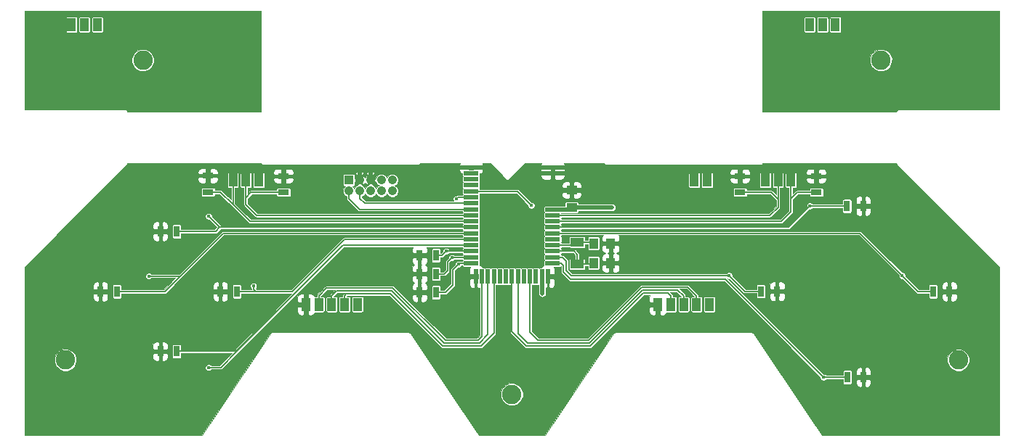
<source format=gbr>
G04 #@! TF.FileFunction,Copper,L2,Bot,Signal*
%FSLAX46Y46*%
G04 Gerber Fmt 4.6, Leading zero omitted, Abs format (unit mm)*
G04 Created by KiCad (PCBNEW (2016-04-11 BZR 6687, Git f239aee)-product) date 4/14/2016 1:21:30 PM*
%MOMM*%
G01*
G04 APERTURE LIST*
%ADD10C,0.020000*%
%ADD11R,1.300000X0.700000*%
%ADD12R,0.700000X1.300000*%
%ADD13C,2.250000*%
%ADD14R,1.000000X1.250000*%
%ADD15R,1.700000X0.500000*%
%ADD16R,0.500000X1.700000*%
%ADD17R,1.250000X1.000000*%
%ADD18R,1.000000X1.500000*%
%ADD19R,1.550000X1.000000*%
%ADD20R,1.050000X1.050000*%
%ADD21C,1.050000*%
%ADD22C,0.452400*%
%ADD23C,0.508000*%
%ADD24C,0.152400*%
%ADD25C,0.025400*%
G04 APERTURE END LIST*
D10*
D11*
X105460800Y-34427200D03*
X105460800Y-32527200D03*
X96570800Y-34427200D03*
X96570800Y-32527200D03*
X34594800Y-34376400D03*
X34594800Y-32476400D03*
X43383200Y-34427200D03*
X43383200Y-32527200D03*
D12*
X37932400Y-45999400D03*
X36032400Y-45999400D03*
X23962400Y-45999400D03*
X22062400Y-45999400D03*
X30947400Y-52984400D03*
X29047400Y-52984400D03*
X30947400Y-38989000D03*
X29047400Y-38989000D03*
X109032000Y-36017200D03*
X110932000Y-36017200D03*
X98999000Y-45974000D03*
X100899000Y-45974000D03*
X119065000Y-45999400D03*
X120965000Y-45999400D03*
X109057400Y-56007000D03*
X110957400Y-56007000D03*
D13*
X27000000Y-19000000D03*
X113000000Y-19000000D03*
X18000000Y-54000000D03*
X122000000Y-54000000D03*
X70000000Y-58000000D03*
D14*
X79518000Y-40386000D03*
X81518000Y-40386000D03*
X79518000Y-42672000D03*
X81518000Y-42672000D03*
D12*
X61148000Y-43942000D03*
X59248000Y-43942000D03*
X61148000Y-41783000D03*
X59248000Y-41783000D03*
X61148000Y-46101000D03*
X59248000Y-46101000D03*
D15*
X65250000Y-31500000D03*
X65250000Y-37100000D03*
X65250000Y-36400000D03*
X65250000Y-35000000D03*
X65250000Y-35700000D03*
X65250000Y-32900000D03*
X65250000Y-32200000D03*
X65250000Y-33600000D03*
X65250000Y-34300000D03*
X65250000Y-39900000D03*
X65250000Y-39200000D03*
X65250000Y-37800000D03*
X65250000Y-38500000D03*
X65250000Y-41300000D03*
X65250000Y-40600000D03*
X65250000Y-42000000D03*
X65250000Y-42700000D03*
D16*
X65800000Y-44250000D03*
X70000000Y-44250000D03*
X69300000Y-44250000D03*
X67900000Y-44250000D03*
X68600000Y-44250000D03*
X67200000Y-44250000D03*
X66500000Y-44250000D03*
X70700000Y-44250000D03*
X71400000Y-44250000D03*
X72800000Y-44250000D03*
X72100000Y-44250000D03*
X73500000Y-44250000D03*
X74200000Y-44250000D03*
D15*
X74750000Y-42700000D03*
X74750000Y-42000000D03*
X74750000Y-39900000D03*
X74750000Y-37800000D03*
X74750000Y-40600000D03*
X74750000Y-41300000D03*
X74750000Y-39200000D03*
X74750000Y-38500000D03*
X74750000Y-36400000D03*
X74750000Y-37100000D03*
X74750000Y-32200000D03*
X74750000Y-31500000D03*
D17*
X76962000Y-36179000D03*
X76962000Y-34179000D03*
D18*
X20193000Y-14859000D03*
X21693000Y-14859000D03*
X18693000Y-14859000D03*
X106172000Y-14859000D03*
X107672000Y-14859000D03*
X104672000Y-14859000D03*
D19*
X77597000Y-42829000D03*
X77597000Y-40229000D03*
D18*
X91250000Y-33000000D03*
X92750000Y-33000000D03*
X52000000Y-47500000D03*
X49000000Y-47500000D03*
X50500000Y-47500000D03*
X47500000Y-47500000D03*
X46000000Y-47500000D03*
X93000000Y-47500000D03*
X90000000Y-47500000D03*
X91500000Y-47500000D03*
X88500000Y-47500000D03*
X87000000Y-47500000D03*
D20*
X51000000Y-33000000D03*
D21*
X52270000Y-33000000D03*
X53540000Y-33000000D03*
X54810000Y-33000000D03*
X56080000Y-33000000D03*
X52270000Y-34270000D03*
X53540000Y-34270000D03*
X54810000Y-34270000D03*
X56080000Y-34270000D03*
X51000000Y-34270000D03*
D18*
X39000000Y-33000000D03*
X37500000Y-33000000D03*
X40500000Y-33000000D03*
X101000000Y-33000000D03*
X99500000Y-33000000D03*
X102500000Y-33000000D03*
D22*
X81661000Y-36195000D03*
X73533000Y-46228000D03*
X63500000Y-35179000D03*
X72263000Y-35941000D03*
X62992000Y-42037000D03*
X62357000Y-41275000D03*
X63754000Y-42799000D03*
X39878000Y-45339000D03*
X27686000Y-44196000D03*
X34671000Y-54864000D03*
X34671000Y-37211000D03*
X104698800Y-36017200D03*
X95300800Y-44145200D03*
X115468400Y-44145200D03*
X106299000Y-56007000D03*
D23*
X81645000Y-36179000D02*
X81661000Y-36195000D01*
X81645000Y-36179000D02*
X76962000Y-36179000D01*
X77073000Y-36068000D02*
X76962000Y-36179000D01*
X76741000Y-36400000D02*
X76962000Y-36179000D01*
X74750000Y-36400000D02*
X76741000Y-36400000D01*
X73500000Y-44250000D02*
X73500000Y-46195000D01*
X73500000Y-46195000D02*
X73533000Y-46228000D01*
X65250000Y-31500000D02*
X63504000Y-31500000D01*
X63504000Y-31500000D02*
X63500000Y-31496000D01*
X65250000Y-31500000D02*
X66925000Y-31500000D01*
X66925000Y-31500000D02*
X66929000Y-31496000D01*
X52270000Y-33000000D02*
X52270000Y-31804000D01*
X53540000Y-33000000D02*
X53540000Y-31804000D01*
X74750000Y-32200000D02*
X76650000Y-32200000D01*
X76650000Y-32200000D02*
X76708000Y-32258000D01*
X74750000Y-32200000D02*
X73083000Y-32200000D01*
X73083000Y-32200000D02*
X73025000Y-32258000D01*
X74750000Y-31500000D02*
X76577000Y-31500000D01*
X76577000Y-31500000D02*
X76581000Y-31496000D01*
X74750000Y-31500000D02*
X73029000Y-31500000D01*
X73029000Y-31500000D02*
X73025000Y-31496000D01*
D24*
X77597000Y-40229000D02*
X79361000Y-40229000D01*
X79361000Y-40229000D02*
X79518000Y-40386000D01*
X74750000Y-40600000D02*
X77226000Y-40600000D01*
X77226000Y-40600000D02*
X77597000Y-40229000D01*
X74750000Y-41300000D02*
X77241000Y-41300000D01*
X77597000Y-41656000D02*
X77597000Y-42829000D01*
X77241000Y-41300000D02*
X77597000Y-41656000D01*
X77597000Y-42829000D02*
X79361000Y-42829000D01*
X79361000Y-42829000D02*
X79518000Y-42672000D01*
X52270000Y-34270000D02*
X52270000Y-35125000D01*
X52845000Y-35700000D02*
X65250000Y-35700000D01*
X52270000Y-35125000D02*
X52845000Y-35700000D01*
X51000000Y-34270000D02*
X51000000Y-35125000D01*
X52275000Y-36400000D02*
X65250000Y-36400000D01*
X51000000Y-35125000D02*
X52275000Y-36400000D01*
X63679000Y-35000000D02*
X65250000Y-35000000D01*
X63500000Y-35179000D02*
X63679000Y-35000000D01*
X72263000Y-35941000D02*
X70622000Y-34300000D01*
X72136000Y-35814000D02*
X70622000Y-34300000D01*
X70622000Y-34300000D02*
X65250000Y-34300000D01*
X102500000Y-33000000D02*
X102500000Y-35168000D01*
X105460800Y-34427200D02*
X103240800Y-34427200D01*
X103240800Y-34427200D02*
X102500000Y-35168000D01*
X74750000Y-37800000D02*
X101392000Y-37800000D01*
X101392000Y-37800000D02*
X102500000Y-36692000D01*
X102500000Y-35168000D02*
X102500000Y-36692000D01*
X102505400Y-32994600D02*
X102500000Y-33000000D01*
X101000000Y-33000000D02*
X101000000Y-35214000D01*
X96570800Y-34427200D02*
X100213200Y-34427200D01*
X100213200Y-34427200D02*
X101000000Y-35214000D01*
X101000000Y-35214000D02*
X101000000Y-36160000D01*
X100060000Y-37100000D02*
X74750000Y-37100000D01*
X100060000Y-37100000D02*
X101000000Y-36160000D01*
X37500000Y-33000000D02*
X37500000Y-35849000D01*
X37494600Y-32994600D02*
X37500000Y-33000000D01*
X36027400Y-34376400D02*
X37500000Y-35849000D01*
X37500000Y-35849000D02*
X39451000Y-37800000D01*
X34594800Y-34376400D02*
X36027400Y-34376400D01*
X39451000Y-37800000D02*
X65250000Y-37800000D01*
X43383200Y-34427200D02*
X39613800Y-34427200D01*
X39613800Y-34427200D02*
X39000000Y-35041000D01*
X40275000Y-37100000D02*
X65250000Y-37100000D01*
X39000000Y-35825000D02*
X40275000Y-37100000D01*
X39000000Y-33000000D02*
X39000000Y-35052000D01*
X39000000Y-35052000D02*
X39000000Y-35825000D01*
X61148000Y-43942000D02*
X62103000Y-43942000D01*
X62484000Y-42545000D02*
X62992000Y-42037000D01*
X62484000Y-43561000D02*
X62484000Y-42545000D01*
X62103000Y-43942000D02*
X62484000Y-43561000D01*
X63029000Y-42000000D02*
X65250000Y-42000000D01*
X62992000Y-42037000D02*
X63029000Y-42000000D01*
X61148000Y-41783000D02*
X61849000Y-41783000D01*
X61849000Y-41783000D02*
X62357000Y-41275000D01*
X62382000Y-41300000D02*
X65250000Y-41300000D01*
X62357000Y-41275000D02*
X62382000Y-41300000D01*
X61316000Y-41300000D02*
X61148000Y-41468000D01*
X61148000Y-41468000D02*
X61148000Y-41783000D01*
X63119000Y-43434000D02*
X63754000Y-42799000D01*
X63119000Y-45212000D02*
X63119000Y-43434000D01*
X62230000Y-46101000D02*
X63119000Y-45212000D01*
X61148000Y-46101000D02*
X62230000Y-46101000D01*
X63853000Y-42700000D02*
X65250000Y-42700000D01*
X63754000Y-42799000D02*
X63853000Y-42700000D01*
X39878000Y-45339000D02*
X39878000Y-45720000D01*
X39878000Y-45720000D02*
X40157400Y-45999400D01*
X37932400Y-45999400D02*
X40157400Y-45999400D01*
X40157400Y-45999400D02*
X44424600Y-45999400D01*
X44424600Y-45999400D02*
X50524000Y-39900000D01*
X50524000Y-39900000D02*
X65250000Y-39900000D01*
X31369000Y-44196000D02*
X27686000Y-44196000D01*
X36365000Y-39200000D02*
X31369000Y-44196000D01*
X31369000Y-44196000D02*
X29565600Y-45999400D01*
X65250000Y-39200000D02*
X36365000Y-39200000D01*
X29565600Y-45999400D02*
X23962400Y-45999400D01*
X30947400Y-52984400D02*
X37947600Y-52984400D01*
X50332000Y-40600000D02*
X65250000Y-40600000D01*
X36068000Y-54864000D02*
X37973000Y-52959000D01*
X37973000Y-52959000D02*
X50332000Y-40600000D01*
X34671000Y-54864000D02*
X36068000Y-54864000D01*
X30947400Y-38989000D02*
X35471000Y-38989000D01*
X35471000Y-38989000D02*
X35960000Y-38500000D01*
X35960000Y-38500000D02*
X65250000Y-38500000D01*
X34671000Y-37211000D02*
X35960000Y-38500000D01*
X74750000Y-38500000D02*
X102216000Y-38500000D01*
X102216000Y-38500000D02*
X104698800Y-36017200D01*
X109032000Y-36017200D02*
X104698800Y-36017200D01*
X74750000Y-42000000D02*
X75909000Y-42000000D01*
X76911200Y-44145200D02*
X95300800Y-44145200D01*
X76327000Y-43561000D02*
X76911200Y-44145200D01*
X76327000Y-42418000D02*
X76327000Y-43561000D01*
X75909000Y-42000000D02*
X76327000Y-42418000D01*
X98999000Y-45974000D02*
X97129600Y-45974000D01*
X97129600Y-45974000D02*
X95300800Y-44145200D01*
X74750000Y-39200000D02*
X110523200Y-39200000D01*
X110523200Y-39200000D02*
X115468400Y-44145200D01*
X119065000Y-45999400D02*
X117322600Y-45999400D01*
X117322600Y-45999400D02*
X115468400Y-44145200D01*
X74750000Y-42700000D02*
X75720000Y-42700000D01*
X94869000Y-44577000D02*
X106299000Y-56007000D01*
X76835000Y-44577000D02*
X94869000Y-44577000D01*
X75946000Y-43688000D02*
X76835000Y-44577000D01*
X75946000Y-42926000D02*
X75946000Y-43688000D01*
X75720000Y-42700000D02*
X75946000Y-42926000D01*
X109057400Y-56007000D02*
X106299000Y-56007000D01*
X72100000Y-44250000D02*
X72100000Y-50764000D01*
X91500000Y-46491200D02*
X90474800Y-45466000D01*
X90474800Y-45466000D02*
X85140800Y-45466000D01*
X85140800Y-45466000D02*
X78943200Y-51663600D01*
X91500000Y-46491200D02*
X91500000Y-47500000D01*
X72999600Y-51663600D02*
X78943200Y-51663600D01*
X72100000Y-50764000D02*
X72999600Y-51663600D01*
X56108600Y-45567600D02*
X62230000Y-51689000D01*
X66500000Y-51229000D02*
X66040000Y-51689000D01*
X66040000Y-51689000D02*
X62230000Y-51689000D01*
X66500000Y-44250000D02*
X66500000Y-51229000D01*
X47500000Y-46480000D02*
X48412400Y-45567600D01*
X48412400Y-45567600D02*
X56108600Y-45567600D01*
X47500000Y-46480000D02*
X47500000Y-47500000D01*
X67200000Y-44250000D02*
X67200000Y-51037000D01*
X49000000Y-46504000D02*
X49580800Y-45923200D01*
X49580800Y-45923200D02*
X55956200Y-45923200D01*
X55956200Y-45923200D02*
X62052200Y-52019200D01*
X49000000Y-46504000D02*
X49000000Y-47500000D01*
X66217800Y-52019200D02*
X62052200Y-52019200D01*
X67200000Y-51037000D02*
X66217800Y-52019200D01*
X67900000Y-44250000D02*
X67900000Y-50845000D01*
X55803800Y-46278800D02*
X61899800Y-52374800D01*
X50698400Y-46278800D02*
X55803800Y-46278800D01*
X50500000Y-46477200D02*
X50500000Y-47500000D01*
X50500000Y-46477200D02*
X50698400Y-46278800D01*
X66370200Y-52374800D02*
X61899800Y-52374800D01*
X67900000Y-50845000D02*
X66370200Y-52374800D01*
X70700000Y-44250000D02*
X70700000Y-50888000D01*
X90000000Y-46515200D02*
X90000000Y-47500000D01*
X85247344Y-45821600D02*
X79049744Y-52019200D01*
X89306400Y-45821600D02*
X85247344Y-45821600D01*
X90000000Y-46515200D02*
X89306400Y-45821600D01*
X71831200Y-52019200D02*
X79049744Y-52019200D01*
X70700000Y-50888000D02*
X71831200Y-52019200D01*
X70000000Y-44250000D02*
X70000000Y-50696000D01*
X88500000Y-46488400D02*
X88500000Y-47500000D01*
X88500000Y-46488400D02*
X88188800Y-46177200D01*
X88188800Y-46177200D02*
X85322800Y-46177200D01*
X85322800Y-46177200D02*
X79125200Y-52374800D01*
X71678800Y-52374800D02*
X79125200Y-52374800D01*
X70000000Y-50696000D02*
X71678800Y-52374800D01*
D25*
G36*
X40801274Y-31082315D02*
X40847901Y-31152099D01*
X40917685Y-31198726D01*
X41000000Y-31215100D01*
X59000000Y-31215100D01*
X59082315Y-31198726D01*
X59152099Y-31152099D01*
X59291498Y-31012700D01*
X63934691Y-31012700D01*
X63879300Y-31146427D01*
X63879300Y-31244825D01*
X64009475Y-31375000D01*
X65008700Y-31375000D01*
X65008700Y-31250000D01*
X65491300Y-31250000D01*
X65491300Y-31375000D01*
X66490525Y-31375000D01*
X66620700Y-31244825D01*
X66620700Y-31146427D01*
X66565309Y-31012700D01*
X67494740Y-31012700D01*
X69491020Y-33008980D01*
X69495140Y-33011733D01*
X69500000Y-33012700D01*
X69504860Y-33011733D01*
X69508980Y-33008980D01*
X70062785Y-32455175D01*
X73379300Y-32455175D01*
X73379300Y-32553573D01*
X73458572Y-32744953D01*
X73605047Y-32891428D01*
X73796426Y-32970700D01*
X74378525Y-32970700D01*
X74508700Y-32840525D01*
X74508700Y-32325000D01*
X74991300Y-32325000D01*
X74991300Y-32840525D01*
X75121475Y-32970700D01*
X75703574Y-32970700D01*
X75894953Y-32891428D01*
X76041428Y-32744953D01*
X76120700Y-32553573D01*
X76120700Y-32455175D01*
X75990525Y-32325000D01*
X74991300Y-32325000D01*
X74508700Y-32325000D01*
X73509475Y-32325000D01*
X73379300Y-32455175D01*
X70062785Y-32455175D01*
X70762785Y-31755175D01*
X73379300Y-31755175D01*
X73379300Y-31944825D01*
X73443825Y-32009350D01*
X73458572Y-32044953D01*
X73605047Y-32191428D01*
X73796426Y-32270700D01*
X74378525Y-32270700D01*
X74508700Y-32140525D01*
X74508700Y-31559475D01*
X74991300Y-31559475D01*
X74991300Y-32140525D01*
X75121475Y-32270700D01*
X75703574Y-32270700D01*
X75753548Y-32250000D01*
X90581666Y-32250000D01*
X90581666Y-33750000D01*
X90594480Y-33814419D01*
X90630970Y-33869030D01*
X90685581Y-33905520D01*
X90750000Y-33918334D01*
X91750000Y-33918334D01*
X91814419Y-33905520D01*
X91869030Y-33869030D01*
X91905520Y-33814419D01*
X91918334Y-33750000D01*
X91918334Y-32250000D01*
X92081666Y-32250000D01*
X92081666Y-33750000D01*
X92094480Y-33814419D01*
X92130970Y-33869030D01*
X92185581Y-33905520D01*
X92250000Y-33918334D01*
X93250000Y-33918334D01*
X93314419Y-33905520D01*
X93369030Y-33869030D01*
X93405520Y-33814419D01*
X93418334Y-33750000D01*
X93418334Y-32832375D01*
X95400100Y-32832375D01*
X95400100Y-32980774D01*
X95479372Y-33172153D01*
X95625847Y-33318628D01*
X95817227Y-33397900D01*
X96199325Y-33397900D01*
X96329500Y-33267725D01*
X96329500Y-32702200D01*
X96812100Y-32702200D01*
X96812100Y-33267725D01*
X96942275Y-33397900D01*
X97324373Y-33397900D01*
X97515753Y-33318628D01*
X97662228Y-33172153D01*
X97741500Y-32980774D01*
X97741500Y-32832375D01*
X97611325Y-32702200D01*
X96812100Y-32702200D01*
X96329500Y-32702200D01*
X95530275Y-32702200D01*
X95400100Y-32832375D01*
X93418334Y-32832375D01*
X93418334Y-32250000D01*
X93405520Y-32185581D01*
X93369030Y-32130970D01*
X93314419Y-32094480D01*
X93250000Y-32081666D01*
X92250000Y-32081666D01*
X92185581Y-32094480D01*
X92130970Y-32130970D01*
X92094480Y-32185581D01*
X92081666Y-32250000D01*
X91918334Y-32250000D01*
X91905520Y-32185581D01*
X91869030Y-32130970D01*
X91814419Y-32094480D01*
X91750000Y-32081666D01*
X90750000Y-32081666D01*
X90685581Y-32094480D01*
X90630970Y-32130970D01*
X90594480Y-32185581D01*
X90581666Y-32250000D01*
X75753548Y-32250000D01*
X75894953Y-32191428D01*
X76012755Y-32073626D01*
X95400100Y-32073626D01*
X95400100Y-32222025D01*
X95530275Y-32352200D01*
X96329500Y-32352200D01*
X96329500Y-31786675D01*
X96812100Y-31786675D01*
X96812100Y-32352200D01*
X97611325Y-32352200D01*
X97713525Y-32250000D01*
X98831666Y-32250000D01*
X98831666Y-33750000D01*
X98844480Y-33814419D01*
X98880970Y-33869030D01*
X98935581Y-33905520D01*
X99000000Y-33918334D01*
X100000000Y-33918334D01*
X100064419Y-33905520D01*
X100119030Y-33869030D01*
X100155520Y-33814419D01*
X100168334Y-33750000D01*
X100168334Y-32250000D01*
X100155520Y-32185581D01*
X100119030Y-32130970D01*
X100064419Y-32094480D01*
X100000000Y-32081666D01*
X99000000Y-32081666D01*
X98935581Y-32094480D01*
X98880970Y-32130970D01*
X98844480Y-32185581D01*
X98831666Y-32250000D01*
X97713525Y-32250000D01*
X97741500Y-32222025D01*
X97741500Y-32073626D01*
X104290100Y-32073626D01*
X104290100Y-32222025D01*
X104420275Y-32352200D01*
X105219500Y-32352200D01*
X105219500Y-31786675D01*
X105702100Y-31786675D01*
X105702100Y-32352200D01*
X106501325Y-32352200D01*
X106631500Y-32222025D01*
X106631500Y-32073626D01*
X106552228Y-31882247D01*
X106405753Y-31735772D01*
X106214373Y-31656500D01*
X105832275Y-31656500D01*
X105702100Y-31786675D01*
X105219500Y-31786675D01*
X105089325Y-31656500D01*
X104707227Y-31656500D01*
X104515847Y-31735772D01*
X104369372Y-31882247D01*
X104290100Y-32073626D01*
X97741500Y-32073626D01*
X97662228Y-31882247D01*
X97515753Y-31735772D01*
X97324373Y-31656500D01*
X96942275Y-31656500D01*
X96812100Y-31786675D01*
X96329500Y-31786675D01*
X96199325Y-31656500D01*
X95817227Y-31656500D01*
X95625847Y-31735772D01*
X95479372Y-31882247D01*
X95400100Y-32073626D01*
X76012755Y-32073626D01*
X76041428Y-32044953D01*
X76056175Y-32009350D01*
X76120700Y-31944825D01*
X76120700Y-31755175D01*
X76056175Y-31690650D01*
X76041428Y-31655047D01*
X75894953Y-31508572D01*
X75703574Y-31429300D01*
X75121475Y-31429300D01*
X74991300Y-31559475D01*
X74508700Y-31559475D01*
X74378525Y-31429300D01*
X73796426Y-31429300D01*
X73605047Y-31508572D01*
X73458572Y-31655047D01*
X73443825Y-31690650D01*
X73379300Y-31755175D01*
X70762785Y-31755175D01*
X71505260Y-31012700D01*
X73434691Y-31012700D01*
X73379300Y-31146427D01*
X73379300Y-31244825D01*
X73509475Y-31375000D01*
X74508700Y-31375000D01*
X74508700Y-31250000D01*
X74991300Y-31250000D01*
X74991300Y-31375000D01*
X75990525Y-31375000D01*
X76120700Y-31244825D01*
X76120700Y-31146427D01*
X76065309Y-31012700D01*
X80708502Y-31012700D01*
X80847901Y-31152099D01*
X80917685Y-31198726D01*
X81000000Y-31215101D01*
X81000005Y-31215100D01*
X99000000Y-31215100D01*
X99082315Y-31198726D01*
X99152099Y-31152099D01*
X99198726Y-31082315D01*
X99212574Y-31012700D01*
X114787426Y-31012700D01*
X114801274Y-31082315D01*
X114847901Y-31152099D01*
X126784900Y-43089097D01*
X126784900Y-62784900D01*
X106115118Y-62784900D01*
X98178974Y-50880684D01*
X98163932Y-50865610D01*
X98152099Y-50847901D01*
X98134575Y-50836192D01*
X98119690Y-50821276D01*
X98100022Y-50813105D01*
X98082315Y-50801274D01*
X98061649Y-50797163D01*
X98042185Y-50789077D01*
X98020888Y-50789055D01*
X98000000Y-50784900D01*
X82000000Y-50784900D01*
X81979112Y-50789055D01*
X81957815Y-50789077D01*
X81938352Y-50797163D01*
X81917685Y-50801274D01*
X81899975Y-50813107D01*
X81880310Y-50821277D01*
X81865427Y-50836191D01*
X81847901Y-50847901D01*
X81836068Y-50865611D01*
X81821026Y-50880684D01*
X73884882Y-62784900D01*
X66115118Y-62784900D01*
X63095512Y-58255491D01*
X68709676Y-58255491D01*
X68905668Y-58729828D01*
X69268263Y-59093056D01*
X69742257Y-59289876D01*
X70255491Y-59290324D01*
X70729828Y-59094332D01*
X71093056Y-58731737D01*
X71289876Y-58257743D01*
X71290324Y-57744509D01*
X71094332Y-57270172D01*
X70731737Y-56906944D01*
X70257743Y-56710124D01*
X69744509Y-56709676D01*
X69270172Y-56905668D01*
X68906944Y-57268263D01*
X68710124Y-57742257D01*
X68709676Y-58255491D01*
X63095512Y-58255491D01*
X58178974Y-50880684D01*
X58163932Y-50865610D01*
X58152099Y-50847901D01*
X58134575Y-50836192D01*
X58119690Y-50821276D01*
X58100022Y-50813105D01*
X58082315Y-50801274D01*
X58061649Y-50797163D01*
X58042185Y-50789077D01*
X58020888Y-50789055D01*
X58000000Y-50784900D01*
X42000000Y-50784900D01*
X41979112Y-50789055D01*
X41957815Y-50789077D01*
X41938352Y-50797163D01*
X41917685Y-50801274D01*
X41899975Y-50813107D01*
X41880310Y-50821277D01*
X41865427Y-50836191D01*
X41847901Y-50847901D01*
X41836068Y-50865611D01*
X41821026Y-50880684D01*
X33884882Y-62784900D01*
X13215100Y-62784900D01*
X13215100Y-54255491D01*
X16709676Y-54255491D01*
X16905668Y-54729828D01*
X17268263Y-55093056D01*
X17742257Y-55289876D01*
X18255491Y-55290324D01*
X18729828Y-55094332D01*
X19093056Y-54731737D01*
X19289876Y-54257743D01*
X19290324Y-53744509D01*
X19129744Y-53355875D01*
X28176700Y-53355875D01*
X28176700Y-53737973D01*
X28255972Y-53929353D01*
X28402447Y-54075828D01*
X28593826Y-54155100D01*
X28742225Y-54155100D01*
X28872400Y-54024925D01*
X28872400Y-53225700D01*
X29222400Y-53225700D01*
X29222400Y-54024925D01*
X29352575Y-54155100D01*
X29500974Y-54155100D01*
X29692353Y-54075828D01*
X29838828Y-53929353D01*
X29918100Y-53737973D01*
X29918100Y-53355875D01*
X29787925Y-53225700D01*
X29222400Y-53225700D01*
X28872400Y-53225700D01*
X28306875Y-53225700D01*
X28176700Y-53355875D01*
X19129744Y-53355875D01*
X19094332Y-53270172D01*
X18731737Y-52906944D01*
X18257743Y-52710124D01*
X17744509Y-52709676D01*
X17270172Y-52905668D01*
X16906944Y-53268263D01*
X16710124Y-53742257D01*
X16709676Y-54255491D01*
X13215100Y-54255491D01*
X13215100Y-52230827D01*
X28176700Y-52230827D01*
X28176700Y-52612925D01*
X28306875Y-52743100D01*
X28872400Y-52743100D01*
X28872400Y-51943875D01*
X29222400Y-51943875D01*
X29222400Y-52743100D01*
X29787925Y-52743100D01*
X29918100Y-52612925D01*
X29918100Y-52230827D01*
X29838828Y-52039447D01*
X29692353Y-51892972D01*
X29500974Y-51813700D01*
X29352575Y-51813700D01*
X29222400Y-51943875D01*
X28872400Y-51943875D01*
X28742225Y-51813700D01*
X28593826Y-51813700D01*
X28402447Y-51892972D01*
X28255972Y-52039447D01*
X28176700Y-52230827D01*
X13215100Y-52230827D01*
X13215100Y-46370875D01*
X21191700Y-46370875D01*
X21191700Y-46752973D01*
X21270972Y-46944353D01*
X21417447Y-47090828D01*
X21608826Y-47170100D01*
X21757225Y-47170100D01*
X21887400Y-47039925D01*
X21887400Y-46240700D01*
X22237400Y-46240700D01*
X22237400Y-47039925D01*
X22367575Y-47170100D01*
X22515974Y-47170100D01*
X22707353Y-47090828D01*
X22853828Y-46944353D01*
X22933100Y-46752973D01*
X22933100Y-46370875D01*
X22802925Y-46240700D01*
X22237400Y-46240700D01*
X21887400Y-46240700D01*
X21321875Y-46240700D01*
X21191700Y-46370875D01*
X13215100Y-46370875D01*
X13215100Y-45245827D01*
X21191700Y-45245827D01*
X21191700Y-45627925D01*
X21321875Y-45758100D01*
X21887400Y-45758100D01*
X21887400Y-44958875D01*
X22237400Y-44958875D01*
X22237400Y-45758100D01*
X22802925Y-45758100D01*
X22933100Y-45627925D01*
X22933100Y-45349400D01*
X23444066Y-45349400D01*
X23444066Y-46649400D01*
X23456880Y-46713819D01*
X23493370Y-46768430D01*
X23547981Y-46804920D01*
X23612400Y-46817734D01*
X24312400Y-46817734D01*
X24376819Y-46804920D01*
X24431430Y-46768430D01*
X24467920Y-46713819D01*
X24480734Y-46649400D01*
X24480734Y-46370875D01*
X35161700Y-46370875D01*
X35161700Y-46752973D01*
X35240972Y-46944353D01*
X35387447Y-47090828D01*
X35578826Y-47170100D01*
X35727225Y-47170100D01*
X35857400Y-47039925D01*
X35857400Y-46240700D01*
X36207400Y-46240700D01*
X36207400Y-47039925D01*
X36337575Y-47170100D01*
X36485974Y-47170100D01*
X36677353Y-47090828D01*
X36823828Y-46944353D01*
X36903100Y-46752973D01*
X36903100Y-46370875D01*
X36772925Y-46240700D01*
X36207400Y-46240700D01*
X35857400Y-46240700D01*
X35291875Y-46240700D01*
X35161700Y-46370875D01*
X24480734Y-46370875D01*
X24480734Y-46240700D01*
X29565600Y-46240700D01*
X29657942Y-46222332D01*
X29736225Y-46170025D01*
X30660423Y-45245827D01*
X35161700Y-45245827D01*
X35161700Y-45627925D01*
X35291875Y-45758100D01*
X35857400Y-45758100D01*
X35857400Y-44958875D01*
X36207400Y-44958875D01*
X36207400Y-45758100D01*
X36772925Y-45758100D01*
X36903100Y-45627925D01*
X36903100Y-45245827D01*
X36823828Y-45054447D01*
X36677353Y-44907972D01*
X36485974Y-44828700D01*
X36337575Y-44828700D01*
X36207400Y-44958875D01*
X35857400Y-44958875D01*
X35727225Y-44828700D01*
X35578826Y-44828700D01*
X35387447Y-44907972D01*
X35240972Y-45054447D01*
X35161700Y-45245827D01*
X30660423Y-45245827D01*
X36464950Y-39441300D01*
X64231666Y-39441300D01*
X64231666Y-39450000D01*
X64244480Y-39514419D01*
X64268255Y-39550000D01*
X64244480Y-39585581D01*
X64231666Y-39650000D01*
X64231666Y-39658700D01*
X50524000Y-39658700D01*
X50431658Y-39677068D01*
X50402455Y-39696581D01*
X50353375Y-39729375D01*
X44324650Y-45758100D01*
X40257350Y-45758100D01*
X40134799Y-45635549D01*
X40209535Y-45560943D01*
X40269232Y-45417176D01*
X40269368Y-45261507D01*
X40209921Y-45117636D01*
X40099943Y-45007465D01*
X39956176Y-44947768D01*
X39800507Y-44947632D01*
X39656636Y-45007079D01*
X39546465Y-45117057D01*
X39486768Y-45260824D01*
X39486632Y-45416493D01*
X39546079Y-45560364D01*
X39636700Y-45651144D01*
X39636700Y-45720000D01*
X39644279Y-45758100D01*
X38450734Y-45758100D01*
X38450734Y-45349400D01*
X38437920Y-45284981D01*
X38401430Y-45230370D01*
X38346819Y-45193880D01*
X38282400Y-45181066D01*
X37582400Y-45181066D01*
X37517981Y-45193880D01*
X37463370Y-45230370D01*
X37426880Y-45284981D01*
X37414066Y-45349400D01*
X37414066Y-46649400D01*
X37426880Y-46713819D01*
X37463370Y-46768430D01*
X37517981Y-46804920D01*
X37582400Y-46817734D01*
X38282400Y-46817734D01*
X38346819Y-46804920D01*
X38401430Y-46768430D01*
X38437920Y-46713819D01*
X38450734Y-46649400D01*
X38450734Y-46240700D01*
X44350050Y-46240700D01*
X37847650Y-52743100D01*
X31465734Y-52743100D01*
X31465734Y-52334400D01*
X31452920Y-52269981D01*
X31416430Y-52215370D01*
X31361819Y-52178880D01*
X31297400Y-52166066D01*
X30597400Y-52166066D01*
X30532981Y-52178880D01*
X30478370Y-52215370D01*
X30441880Y-52269981D01*
X30429066Y-52334400D01*
X30429066Y-53634400D01*
X30441880Y-53698819D01*
X30478370Y-53753430D01*
X30532981Y-53789920D01*
X30597400Y-53802734D01*
X31297400Y-53802734D01*
X31361819Y-53789920D01*
X31416430Y-53753430D01*
X31452920Y-53698819D01*
X31465734Y-53634400D01*
X31465734Y-53225700D01*
X37365050Y-53225700D01*
X35968050Y-54622700D01*
X34983020Y-54622700D01*
X34892943Y-54532465D01*
X34749176Y-54472768D01*
X34593507Y-54472632D01*
X34449636Y-54532079D01*
X34339465Y-54642057D01*
X34279768Y-54785824D01*
X34279632Y-54941493D01*
X34339079Y-55085364D01*
X34449057Y-55195535D01*
X34592824Y-55255232D01*
X34748493Y-55255368D01*
X34892364Y-55195921D01*
X34983144Y-55105300D01*
X36068000Y-55105300D01*
X36160342Y-55086932D01*
X36238625Y-55034625D01*
X43401775Y-47871475D01*
X44979300Y-47871475D01*
X44979300Y-48353573D01*
X45058572Y-48544953D01*
X45205047Y-48691428D01*
X45396426Y-48770700D01*
X45628525Y-48770700D01*
X45758700Y-48640525D01*
X45758700Y-47741300D01*
X45109475Y-47741300D01*
X44979300Y-47871475D01*
X43401775Y-47871475D01*
X44626823Y-46646427D01*
X44979300Y-46646427D01*
X44979300Y-47128525D01*
X45109475Y-47258700D01*
X45758700Y-47258700D01*
X45758700Y-46359475D01*
X45628525Y-46229300D01*
X45396426Y-46229300D01*
X45205047Y-46308572D01*
X45058572Y-46455047D01*
X44979300Y-46646427D01*
X44626823Y-46646427D01*
X46959775Y-44313475D01*
X58377300Y-44313475D01*
X58377300Y-44695573D01*
X58456572Y-44886953D01*
X58591119Y-45021500D01*
X58456572Y-45156047D01*
X58377300Y-45347427D01*
X58377300Y-45729525D01*
X58507475Y-45859700D01*
X59073000Y-45859700D01*
X59073000Y-45060475D01*
X59034025Y-45021500D01*
X59073000Y-44982525D01*
X59073000Y-44183300D01*
X59423000Y-44183300D01*
X59423000Y-44982525D01*
X59461975Y-45021500D01*
X59423000Y-45060475D01*
X59423000Y-45859700D01*
X59988525Y-45859700D01*
X60118700Y-45729525D01*
X60118700Y-45347427D01*
X60039428Y-45156047D01*
X59904881Y-45021500D01*
X60039428Y-44886953D01*
X60118700Y-44695573D01*
X60118700Y-44313475D01*
X59988525Y-44183300D01*
X59423000Y-44183300D01*
X59073000Y-44183300D01*
X58507475Y-44183300D01*
X58377300Y-44313475D01*
X46959775Y-44313475D01*
X49118775Y-42154475D01*
X58377300Y-42154475D01*
X58377300Y-42536573D01*
X58456572Y-42727953D01*
X58591119Y-42862500D01*
X58456572Y-42997047D01*
X58377300Y-43188427D01*
X58377300Y-43570525D01*
X58507475Y-43700700D01*
X59073000Y-43700700D01*
X59073000Y-42901475D01*
X59034025Y-42862500D01*
X59073000Y-42823525D01*
X59073000Y-42024300D01*
X59423000Y-42024300D01*
X59423000Y-42823525D01*
X59461975Y-42862500D01*
X59423000Y-42901475D01*
X59423000Y-43700700D01*
X59988525Y-43700700D01*
X60118700Y-43570525D01*
X60118700Y-43188427D01*
X60039428Y-42997047D01*
X59904881Y-42862500D01*
X60039428Y-42727953D01*
X60118700Y-42536573D01*
X60118700Y-42154475D01*
X59988525Y-42024300D01*
X59423000Y-42024300D01*
X59073000Y-42024300D01*
X58507475Y-42024300D01*
X58377300Y-42154475D01*
X49118775Y-42154475D01*
X50431950Y-40841300D01*
X58455225Y-40841300D01*
X58377300Y-41029427D01*
X58377300Y-41411525D01*
X58507475Y-41541700D01*
X59073000Y-41541700D01*
X59073000Y-41521700D01*
X59423000Y-41521700D01*
X59423000Y-41541700D01*
X59988525Y-41541700D01*
X60118700Y-41411525D01*
X60118700Y-41029427D01*
X60040775Y-40841300D01*
X64231666Y-40841300D01*
X64231666Y-40850000D01*
X64244480Y-40914419D01*
X64268255Y-40950000D01*
X64244480Y-40985581D01*
X64231666Y-41050000D01*
X64231666Y-41058700D01*
X62691013Y-41058700D01*
X62688921Y-41053636D01*
X62578943Y-40943465D01*
X62435176Y-40883768D01*
X62279507Y-40883632D01*
X62135636Y-40943079D01*
X62025465Y-41053057D01*
X61965768Y-41196824D01*
X61965656Y-41325094D01*
X61749050Y-41541700D01*
X61666334Y-41541700D01*
X61666334Y-41133000D01*
X61653520Y-41068581D01*
X61617030Y-41013970D01*
X61562419Y-40977480D01*
X61498000Y-40964666D01*
X60798000Y-40964666D01*
X60733581Y-40977480D01*
X60678970Y-41013970D01*
X60642480Y-41068581D01*
X60629666Y-41133000D01*
X60629666Y-42433000D01*
X60642480Y-42497419D01*
X60678970Y-42552030D01*
X60733581Y-42588520D01*
X60798000Y-42601334D01*
X61498000Y-42601334D01*
X61562419Y-42588520D01*
X61617030Y-42552030D01*
X61653520Y-42497419D01*
X61666334Y-42433000D01*
X61666334Y-42024300D01*
X61849000Y-42024300D01*
X61941342Y-42005932D01*
X62019625Y-41953625D01*
X62306993Y-41666257D01*
X62434493Y-41666368D01*
X62578364Y-41606921D01*
X62644100Y-41541300D01*
X64231666Y-41541300D01*
X64231666Y-41550000D01*
X64244480Y-41614419D01*
X64268255Y-41650000D01*
X64244480Y-41685581D01*
X64231666Y-41750000D01*
X64231666Y-41758700D01*
X63267085Y-41758700D01*
X63213943Y-41705465D01*
X63070176Y-41645768D01*
X62914507Y-41645632D01*
X62770636Y-41705079D01*
X62660465Y-41815057D01*
X62600768Y-41958824D01*
X62600656Y-42087094D01*
X62313375Y-42374375D01*
X62261068Y-42452658D01*
X62242700Y-42545000D01*
X62242700Y-43461050D01*
X62003050Y-43700700D01*
X61666334Y-43700700D01*
X61666334Y-43292000D01*
X61653520Y-43227581D01*
X61617030Y-43172970D01*
X61562419Y-43136480D01*
X61498000Y-43123666D01*
X60798000Y-43123666D01*
X60733581Y-43136480D01*
X60678970Y-43172970D01*
X60642480Y-43227581D01*
X60629666Y-43292000D01*
X60629666Y-44592000D01*
X60642480Y-44656419D01*
X60678970Y-44711030D01*
X60733581Y-44747520D01*
X60798000Y-44760334D01*
X61498000Y-44760334D01*
X61562419Y-44747520D01*
X61617030Y-44711030D01*
X61653520Y-44656419D01*
X61666334Y-44592000D01*
X61666334Y-44183300D01*
X62103000Y-44183300D01*
X62195342Y-44164932D01*
X62273625Y-44112625D01*
X62654625Y-43731625D01*
X62683774Y-43688000D01*
X62706932Y-43653342D01*
X62725300Y-43561000D01*
X62725300Y-42644950D01*
X62941993Y-42428257D01*
X63069493Y-42428368D01*
X63213364Y-42368921D01*
X63323535Y-42258943D01*
X63330861Y-42241300D01*
X64231666Y-42241300D01*
X64231666Y-42250000D01*
X64244480Y-42314419D01*
X64268255Y-42350000D01*
X64244480Y-42385581D01*
X64231666Y-42450000D01*
X64231666Y-42458700D01*
X63954834Y-42458700D01*
X63832176Y-42407768D01*
X63676507Y-42407632D01*
X63532636Y-42467079D01*
X63422465Y-42577057D01*
X63362768Y-42720824D01*
X63362656Y-42849094D01*
X62948375Y-43263375D01*
X62896068Y-43341658D01*
X62877700Y-43434000D01*
X62877700Y-45112050D01*
X62130050Y-45859700D01*
X61666334Y-45859700D01*
X61666334Y-45451000D01*
X61653520Y-45386581D01*
X61617030Y-45331970D01*
X61562419Y-45295480D01*
X61498000Y-45282666D01*
X60798000Y-45282666D01*
X60733581Y-45295480D01*
X60678970Y-45331970D01*
X60642480Y-45386581D01*
X60629666Y-45451000D01*
X60629666Y-46751000D01*
X60642480Y-46815419D01*
X60678970Y-46870030D01*
X60733581Y-46906520D01*
X60798000Y-46919334D01*
X61498000Y-46919334D01*
X61562419Y-46906520D01*
X61617030Y-46870030D01*
X61653520Y-46815419D01*
X61666334Y-46751000D01*
X61666334Y-46342300D01*
X62230000Y-46342300D01*
X62322342Y-46323932D01*
X62400625Y-46271625D01*
X63289625Y-45382625D01*
X63295616Y-45373659D01*
X63341932Y-45304342D01*
X63360300Y-45212000D01*
X63360300Y-44621475D01*
X65029300Y-44621475D01*
X65029300Y-45203573D01*
X65108572Y-45394953D01*
X65255047Y-45541428D01*
X65446426Y-45620700D01*
X65544825Y-45620700D01*
X65675000Y-45490525D01*
X65675000Y-44491300D01*
X65159475Y-44491300D01*
X65029300Y-44621475D01*
X63360300Y-44621475D01*
X63360300Y-43533950D01*
X63703993Y-43190257D01*
X63831493Y-43190368D01*
X63975364Y-43130921D01*
X64085535Y-43020943D01*
X64118606Y-42941300D01*
X64231666Y-42941300D01*
X64231666Y-42950000D01*
X64244480Y-43014419D01*
X64280970Y-43069030D01*
X64335581Y-43105520D01*
X64400000Y-43118334D01*
X65103068Y-43118334D01*
X65029300Y-43296427D01*
X65029300Y-43878525D01*
X65159475Y-44008700D01*
X65675000Y-44008700D01*
X65675000Y-43988700D01*
X65925000Y-43988700D01*
X65925000Y-44008700D01*
X66050000Y-44008700D01*
X66050000Y-44491300D01*
X65925000Y-44491300D01*
X65925000Y-45490525D01*
X66055175Y-45620700D01*
X66153574Y-45620700D01*
X66258700Y-45577155D01*
X66258700Y-51129050D01*
X65940050Y-51447700D01*
X62329950Y-51447700D01*
X57354725Y-46472475D01*
X58377300Y-46472475D01*
X58377300Y-46854573D01*
X58456572Y-47045953D01*
X58603047Y-47192428D01*
X58794426Y-47271700D01*
X58942825Y-47271700D01*
X59073000Y-47141525D01*
X59073000Y-46342300D01*
X59423000Y-46342300D01*
X59423000Y-47141525D01*
X59553175Y-47271700D01*
X59701574Y-47271700D01*
X59892953Y-47192428D01*
X60039428Y-47045953D01*
X60118700Y-46854573D01*
X60118700Y-46472475D01*
X59988525Y-46342300D01*
X59423000Y-46342300D01*
X59073000Y-46342300D01*
X58507475Y-46342300D01*
X58377300Y-46472475D01*
X57354725Y-46472475D01*
X56279225Y-45396975D01*
X56263669Y-45386581D01*
X56200942Y-45344668D01*
X56108600Y-45326300D01*
X48412400Y-45326300D01*
X48320058Y-45344668D01*
X48257331Y-45386581D01*
X48241775Y-45396975D01*
X47329375Y-46309375D01*
X47277068Y-46387658D01*
X47258700Y-46480000D01*
X47258700Y-46581666D01*
X47000000Y-46581666D01*
X46994341Y-46582792D01*
X46941428Y-46455047D01*
X46794953Y-46308572D01*
X46603574Y-46229300D01*
X46371475Y-46229300D01*
X46241300Y-46359475D01*
X46241300Y-47258700D01*
X46261300Y-47258700D01*
X46261300Y-47741300D01*
X46241300Y-47741300D01*
X46241300Y-48640525D01*
X46371475Y-48770700D01*
X46603574Y-48770700D01*
X46794953Y-48691428D01*
X46941428Y-48544953D01*
X46994341Y-48417208D01*
X47000000Y-48418334D01*
X48000000Y-48418334D01*
X48064419Y-48405520D01*
X48119030Y-48369030D01*
X48155520Y-48314419D01*
X48168334Y-48250000D01*
X48168334Y-46750000D01*
X48155520Y-46685581D01*
X48119030Y-46630970D01*
X48064419Y-46594480D01*
X48000000Y-46581666D01*
X47741300Y-46581666D01*
X47741300Y-46579950D01*
X48512350Y-45808900D01*
X49353850Y-45808900D01*
X48829375Y-46333375D01*
X48777068Y-46411658D01*
X48758700Y-46504000D01*
X48758700Y-46581666D01*
X48500000Y-46581666D01*
X48435581Y-46594480D01*
X48380970Y-46630970D01*
X48344480Y-46685581D01*
X48331666Y-46750000D01*
X48331666Y-48250000D01*
X48344480Y-48314419D01*
X48380970Y-48369030D01*
X48435581Y-48405520D01*
X48500000Y-48418334D01*
X49500000Y-48418334D01*
X49564419Y-48405520D01*
X49619030Y-48369030D01*
X49655520Y-48314419D01*
X49668334Y-48250000D01*
X49668334Y-46750000D01*
X49655520Y-46685581D01*
X49619030Y-46630970D01*
X49564419Y-46594480D01*
X49500000Y-46581666D01*
X49263584Y-46581666D01*
X49680750Y-46164500D01*
X50471450Y-46164500D01*
X50329375Y-46306575D01*
X50277068Y-46384858D01*
X50258700Y-46477200D01*
X50258700Y-46581666D01*
X50000000Y-46581666D01*
X49935581Y-46594480D01*
X49880970Y-46630970D01*
X49844480Y-46685581D01*
X49831666Y-46750000D01*
X49831666Y-48250000D01*
X49844480Y-48314419D01*
X49880970Y-48369030D01*
X49935581Y-48405520D01*
X50000000Y-48418334D01*
X51000000Y-48418334D01*
X51064419Y-48405520D01*
X51119030Y-48369030D01*
X51155520Y-48314419D01*
X51168334Y-48250000D01*
X51168334Y-46750000D01*
X51331666Y-46750000D01*
X51331666Y-48250000D01*
X51344480Y-48314419D01*
X51380970Y-48369030D01*
X51435581Y-48405520D01*
X51500000Y-48418334D01*
X52500000Y-48418334D01*
X52564419Y-48405520D01*
X52619030Y-48369030D01*
X52655520Y-48314419D01*
X52668334Y-48250000D01*
X52668334Y-46750000D01*
X52655520Y-46685581D01*
X52619030Y-46630970D01*
X52564419Y-46594480D01*
X52500000Y-46581666D01*
X51500000Y-46581666D01*
X51435581Y-46594480D01*
X51380970Y-46630970D01*
X51344480Y-46685581D01*
X51331666Y-46750000D01*
X51168334Y-46750000D01*
X51155520Y-46685581D01*
X51119030Y-46630970D01*
X51064419Y-46594480D01*
X51000000Y-46581666D01*
X50741300Y-46581666D01*
X50741300Y-46577150D01*
X50798350Y-46520100D01*
X55703850Y-46520100D01*
X61729175Y-52545425D01*
X61807458Y-52597732D01*
X61899800Y-52616100D01*
X66370200Y-52616100D01*
X66462542Y-52597732D01*
X66540825Y-52545425D01*
X68070625Y-51015625D01*
X68109252Y-50957815D01*
X68122932Y-50937342D01*
X68141300Y-50845000D01*
X68141300Y-45268334D01*
X68150000Y-45268334D01*
X68214419Y-45255520D01*
X68250000Y-45231745D01*
X68285581Y-45255520D01*
X68350000Y-45268334D01*
X68850000Y-45268334D01*
X68914419Y-45255520D01*
X68950000Y-45231745D01*
X68985581Y-45255520D01*
X69050000Y-45268334D01*
X69550000Y-45268334D01*
X69614419Y-45255520D01*
X69650000Y-45231745D01*
X69685581Y-45255520D01*
X69750000Y-45268334D01*
X69758700Y-45268334D01*
X69758700Y-50696000D01*
X69777068Y-50788342D01*
X69822504Y-50856342D01*
X69829375Y-50866625D01*
X71508175Y-52545425D01*
X71586459Y-52597733D01*
X71678800Y-52616100D01*
X79125200Y-52616100D01*
X79217542Y-52597732D01*
X79295825Y-52545425D01*
X83969775Y-47871475D01*
X85979300Y-47871475D01*
X85979300Y-48353573D01*
X86058572Y-48544953D01*
X86205047Y-48691428D01*
X86396426Y-48770700D01*
X86628525Y-48770700D01*
X86758700Y-48640525D01*
X86758700Y-47741300D01*
X86109475Y-47741300D01*
X85979300Y-47871475D01*
X83969775Y-47871475D01*
X85422750Y-46418500D01*
X86095119Y-46418500D01*
X86058572Y-46455047D01*
X85979300Y-46646427D01*
X85979300Y-47128525D01*
X86109475Y-47258700D01*
X86758700Y-47258700D01*
X86758700Y-47238700D01*
X87241300Y-47238700D01*
X87241300Y-47258700D01*
X87261300Y-47258700D01*
X87261300Y-47741300D01*
X87241300Y-47741300D01*
X87241300Y-48640525D01*
X87371475Y-48770700D01*
X87603574Y-48770700D01*
X87794953Y-48691428D01*
X87941428Y-48544953D01*
X87994341Y-48417208D01*
X88000000Y-48418334D01*
X89000000Y-48418334D01*
X89064419Y-48405520D01*
X89119030Y-48369030D01*
X89155520Y-48314419D01*
X89168334Y-48250000D01*
X89168334Y-46750000D01*
X89155520Y-46685581D01*
X89119030Y-46630970D01*
X89064419Y-46594480D01*
X89000000Y-46581666D01*
X88741300Y-46581666D01*
X88741300Y-46488400D01*
X88722932Y-46396058D01*
X88670625Y-46317775D01*
X88415750Y-46062900D01*
X89206450Y-46062900D01*
X89725216Y-46581666D01*
X89500000Y-46581666D01*
X89435581Y-46594480D01*
X89380970Y-46630970D01*
X89344480Y-46685581D01*
X89331666Y-46750000D01*
X89331666Y-48250000D01*
X89344480Y-48314419D01*
X89380970Y-48369030D01*
X89435581Y-48405520D01*
X89500000Y-48418334D01*
X90500000Y-48418334D01*
X90564419Y-48405520D01*
X90619030Y-48369030D01*
X90655520Y-48314419D01*
X90668334Y-48250000D01*
X90668334Y-46750000D01*
X90655520Y-46685581D01*
X90619030Y-46630970D01*
X90564419Y-46594480D01*
X90500000Y-46581666D01*
X90241300Y-46581666D01*
X90241300Y-46515205D01*
X90241301Y-46515200D01*
X90222933Y-46422859D01*
X90170625Y-46344575D01*
X89533350Y-45707300D01*
X90374850Y-45707300D01*
X91249216Y-46581666D01*
X91000000Y-46581666D01*
X90935581Y-46594480D01*
X90880970Y-46630970D01*
X90844480Y-46685581D01*
X90831666Y-46750000D01*
X90831666Y-48250000D01*
X90844480Y-48314419D01*
X90880970Y-48369030D01*
X90935581Y-48405520D01*
X91000000Y-48418334D01*
X92000000Y-48418334D01*
X92064419Y-48405520D01*
X92119030Y-48369030D01*
X92155520Y-48314419D01*
X92168334Y-48250000D01*
X92168334Y-46750000D01*
X92331666Y-46750000D01*
X92331666Y-48250000D01*
X92344480Y-48314419D01*
X92380970Y-48369030D01*
X92435581Y-48405520D01*
X92500000Y-48418334D01*
X93500000Y-48418334D01*
X93564419Y-48405520D01*
X93619030Y-48369030D01*
X93655520Y-48314419D01*
X93668334Y-48250000D01*
X93668334Y-46750000D01*
X93655520Y-46685581D01*
X93619030Y-46630970D01*
X93564419Y-46594480D01*
X93500000Y-46581666D01*
X92500000Y-46581666D01*
X92435581Y-46594480D01*
X92380970Y-46630970D01*
X92344480Y-46685581D01*
X92331666Y-46750000D01*
X92168334Y-46750000D01*
X92155520Y-46685581D01*
X92119030Y-46630970D01*
X92064419Y-46594480D01*
X92000000Y-46581666D01*
X91741300Y-46581666D01*
X91741300Y-46491200D01*
X91738515Y-46477200D01*
X91722933Y-46398859D01*
X91670625Y-46320575D01*
X90645425Y-45295375D01*
X90629869Y-45284981D01*
X90567142Y-45243068D01*
X90474800Y-45224700D01*
X85140800Y-45224700D01*
X85048458Y-45243068D01*
X84985731Y-45284981D01*
X84970175Y-45295375D01*
X78843250Y-51422300D01*
X73099550Y-51422300D01*
X72341300Y-50664050D01*
X72341300Y-45268334D01*
X72350000Y-45268334D01*
X72414419Y-45255520D01*
X72450000Y-45231745D01*
X72485581Y-45255520D01*
X72550000Y-45268334D01*
X73050000Y-45268334D01*
X73080900Y-45262187D01*
X73080900Y-46195000D01*
X73112802Y-46355383D01*
X73196069Y-46480000D01*
X73203652Y-46491348D01*
X73236652Y-46524348D01*
X73372618Y-46615198D01*
X73533000Y-46647099D01*
X73693382Y-46615198D01*
X73829348Y-46524348D01*
X73920198Y-46388382D01*
X73952099Y-46228000D01*
X73920198Y-46067618D01*
X73919100Y-46065975D01*
X73919100Y-45620700D01*
X73944825Y-45620700D01*
X74075000Y-45490525D01*
X74075000Y-44491300D01*
X74325000Y-44491300D01*
X74325000Y-45490525D01*
X74455175Y-45620700D01*
X74553574Y-45620700D01*
X74744953Y-45541428D01*
X74891428Y-45394953D01*
X74970700Y-45203573D01*
X74970700Y-44621475D01*
X74840525Y-44491300D01*
X74325000Y-44491300D01*
X74075000Y-44491300D01*
X73950000Y-44491300D01*
X73950000Y-44008700D01*
X74075000Y-44008700D01*
X74075000Y-43988700D01*
X74325000Y-43988700D01*
X74325000Y-44008700D01*
X74840525Y-44008700D01*
X74970700Y-43878525D01*
X74970700Y-43296427D01*
X74896932Y-43118334D01*
X75600000Y-43118334D01*
X75664419Y-43105520D01*
X75704700Y-43078605D01*
X75704700Y-43688000D01*
X75723068Y-43780342D01*
X75769384Y-43849659D01*
X75775375Y-43858625D01*
X76664375Y-44747625D01*
X76742658Y-44799932D01*
X76835000Y-44818300D01*
X94769050Y-44818300D01*
X105907743Y-55956993D01*
X105907632Y-56084493D01*
X105967079Y-56228364D01*
X106077057Y-56338535D01*
X106220824Y-56398232D01*
X106376493Y-56398368D01*
X106520364Y-56338921D01*
X106611144Y-56248300D01*
X108539066Y-56248300D01*
X108539066Y-56657000D01*
X108551880Y-56721419D01*
X108588370Y-56776030D01*
X108642981Y-56812520D01*
X108707400Y-56825334D01*
X109407400Y-56825334D01*
X109471819Y-56812520D01*
X109526430Y-56776030D01*
X109562920Y-56721419D01*
X109575734Y-56657000D01*
X109575734Y-56378475D01*
X110086700Y-56378475D01*
X110086700Y-56760573D01*
X110165972Y-56951953D01*
X110312447Y-57098428D01*
X110503826Y-57177700D01*
X110652225Y-57177700D01*
X110782400Y-57047525D01*
X110782400Y-56248300D01*
X111132400Y-56248300D01*
X111132400Y-57047525D01*
X111262575Y-57177700D01*
X111410974Y-57177700D01*
X111602353Y-57098428D01*
X111748828Y-56951953D01*
X111828100Y-56760573D01*
X111828100Y-56378475D01*
X111697925Y-56248300D01*
X111132400Y-56248300D01*
X110782400Y-56248300D01*
X110216875Y-56248300D01*
X110086700Y-56378475D01*
X109575734Y-56378475D01*
X109575734Y-55357000D01*
X109562920Y-55292581D01*
X109536759Y-55253427D01*
X110086700Y-55253427D01*
X110086700Y-55635525D01*
X110216875Y-55765700D01*
X110782400Y-55765700D01*
X110782400Y-54966475D01*
X111132400Y-54966475D01*
X111132400Y-55765700D01*
X111697925Y-55765700D01*
X111828100Y-55635525D01*
X111828100Y-55253427D01*
X111748828Y-55062047D01*
X111602353Y-54915572D01*
X111410974Y-54836300D01*
X111262575Y-54836300D01*
X111132400Y-54966475D01*
X110782400Y-54966475D01*
X110652225Y-54836300D01*
X110503826Y-54836300D01*
X110312447Y-54915572D01*
X110165972Y-55062047D01*
X110086700Y-55253427D01*
X109536759Y-55253427D01*
X109526430Y-55237970D01*
X109471819Y-55201480D01*
X109407400Y-55188666D01*
X108707400Y-55188666D01*
X108642981Y-55201480D01*
X108588370Y-55237970D01*
X108551880Y-55292581D01*
X108539066Y-55357000D01*
X108539066Y-55765700D01*
X106611020Y-55765700D01*
X106520943Y-55675465D01*
X106377176Y-55615768D01*
X106248906Y-55615656D01*
X104888741Y-54255491D01*
X120709676Y-54255491D01*
X120905668Y-54729828D01*
X121268263Y-55093056D01*
X121742257Y-55289876D01*
X122255491Y-55290324D01*
X122729828Y-55094332D01*
X123093056Y-54731737D01*
X123289876Y-54257743D01*
X123290324Y-53744509D01*
X123094332Y-53270172D01*
X122731737Y-52906944D01*
X122257743Y-52710124D01*
X121744509Y-52709676D01*
X121270172Y-52905668D01*
X120906944Y-53268263D01*
X120710124Y-53742257D01*
X120709676Y-54255491D01*
X104888741Y-54255491D01*
X95132089Y-44498839D01*
X95222624Y-44536432D01*
X95350894Y-44536544D01*
X96958975Y-46144625D01*
X97037259Y-46196933D01*
X97129600Y-46215300D01*
X98480666Y-46215300D01*
X98480666Y-46624000D01*
X98493480Y-46688419D01*
X98529970Y-46743030D01*
X98584581Y-46779520D01*
X98649000Y-46792334D01*
X99349000Y-46792334D01*
X99413419Y-46779520D01*
X99468030Y-46743030D01*
X99504520Y-46688419D01*
X99517334Y-46624000D01*
X99517334Y-46345475D01*
X100028300Y-46345475D01*
X100028300Y-46727573D01*
X100107572Y-46918953D01*
X100254047Y-47065428D01*
X100445426Y-47144700D01*
X100593825Y-47144700D01*
X100724000Y-47014525D01*
X100724000Y-46215300D01*
X101074000Y-46215300D01*
X101074000Y-47014525D01*
X101204175Y-47144700D01*
X101352574Y-47144700D01*
X101543953Y-47065428D01*
X101690428Y-46918953D01*
X101769700Y-46727573D01*
X101769700Y-46345475D01*
X101639525Y-46215300D01*
X101074000Y-46215300D01*
X100724000Y-46215300D01*
X100158475Y-46215300D01*
X100028300Y-46345475D01*
X99517334Y-46345475D01*
X99517334Y-45324000D01*
X99504520Y-45259581D01*
X99478359Y-45220427D01*
X100028300Y-45220427D01*
X100028300Y-45602525D01*
X100158475Y-45732700D01*
X100724000Y-45732700D01*
X100724000Y-44933475D01*
X101074000Y-44933475D01*
X101074000Y-45732700D01*
X101639525Y-45732700D01*
X101769700Y-45602525D01*
X101769700Y-45220427D01*
X101690428Y-45029047D01*
X101543953Y-44882572D01*
X101352574Y-44803300D01*
X101204175Y-44803300D01*
X101074000Y-44933475D01*
X100724000Y-44933475D01*
X100593825Y-44803300D01*
X100445426Y-44803300D01*
X100254047Y-44882572D01*
X100107572Y-45029047D01*
X100028300Y-45220427D01*
X99478359Y-45220427D01*
X99468030Y-45204970D01*
X99413419Y-45168480D01*
X99349000Y-45155666D01*
X98649000Y-45155666D01*
X98584581Y-45168480D01*
X98529970Y-45204970D01*
X98493480Y-45259581D01*
X98480666Y-45324000D01*
X98480666Y-45732700D01*
X97229550Y-45732700D01*
X95692057Y-44195207D01*
X95692168Y-44067707D01*
X95632721Y-43923836D01*
X95522743Y-43813665D01*
X95378976Y-43753968D01*
X95223307Y-43753832D01*
X95079436Y-43813279D01*
X94988656Y-43903900D01*
X77011150Y-43903900D01*
X76568300Y-43461050D01*
X76568300Y-42418000D01*
X76549932Y-42325658D01*
X76497625Y-42247375D01*
X76079625Y-41829375D01*
X76059063Y-41815636D01*
X76001342Y-41777068D01*
X75909000Y-41758700D01*
X75768334Y-41758700D01*
X75768334Y-41750000D01*
X75755520Y-41685581D01*
X75731745Y-41650000D01*
X75755520Y-41614419D01*
X75768334Y-41550000D01*
X75768334Y-41541300D01*
X77141050Y-41541300D01*
X77355700Y-41755950D01*
X77355700Y-42160666D01*
X76822000Y-42160666D01*
X76757581Y-42173480D01*
X76702970Y-42209970D01*
X76666480Y-42264581D01*
X76653666Y-42329000D01*
X76653666Y-43329000D01*
X76666480Y-43393419D01*
X76702970Y-43448030D01*
X76757581Y-43484520D01*
X76822000Y-43497334D01*
X78372000Y-43497334D01*
X78436419Y-43484520D01*
X78491030Y-43448030D01*
X78527520Y-43393419D01*
X78540334Y-43329000D01*
X78540334Y-43070300D01*
X78849666Y-43070300D01*
X78849666Y-43297000D01*
X78862480Y-43361419D01*
X78898970Y-43416030D01*
X78953581Y-43452520D01*
X79018000Y-43465334D01*
X80018000Y-43465334D01*
X80082419Y-43452520D01*
X80137030Y-43416030D01*
X80173520Y-43361419D01*
X80186334Y-43297000D01*
X80186334Y-43043475D01*
X80497300Y-43043475D01*
X80497300Y-43400573D01*
X80576572Y-43591953D01*
X80723047Y-43738428D01*
X80914426Y-43817700D01*
X81146525Y-43817700D01*
X81276700Y-43687525D01*
X81276700Y-42913300D01*
X81759300Y-42913300D01*
X81759300Y-43687525D01*
X81889475Y-43817700D01*
X82121574Y-43817700D01*
X82312953Y-43738428D01*
X82459428Y-43591953D01*
X82538700Y-43400573D01*
X82538700Y-43043475D01*
X82408525Y-42913300D01*
X81759300Y-42913300D01*
X81276700Y-42913300D01*
X80627475Y-42913300D01*
X80497300Y-43043475D01*
X80186334Y-43043475D01*
X80186334Y-42047000D01*
X80173520Y-41982581D01*
X80137030Y-41927970D01*
X80082419Y-41891480D01*
X80018000Y-41878666D01*
X79018000Y-41878666D01*
X78953581Y-41891480D01*
X78898970Y-41927970D01*
X78862480Y-41982581D01*
X78849666Y-42047000D01*
X78849666Y-42587700D01*
X78540334Y-42587700D01*
X78540334Y-42329000D01*
X78527520Y-42264581D01*
X78491030Y-42209970D01*
X78436419Y-42173480D01*
X78372000Y-42160666D01*
X77838300Y-42160666D01*
X77838300Y-41656000D01*
X77819932Y-41563658D01*
X77767625Y-41485375D01*
X77411625Y-41129375D01*
X77389472Y-41114573D01*
X77333342Y-41077068D01*
X77241000Y-41058700D01*
X75768334Y-41058700D01*
X75768334Y-41050000D01*
X75755520Y-40985581D01*
X75731745Y-40950000D01*
X75755520Y-40914419D01*
X75768334Y-40850000D01*
X75768334Y-40841300D01*
X76698473Y-40841300D01*
X76702970Y-40848030D01*
X76757581Y-40884520D01*
X76822000Y-40897334D01*
X78372000Y-40897334D01*
X78436419Y-40884520D01*
X78491030Y-40848030D01*
X78527520Y-40793419D01*
X78540334Y-40729000D01*
X78540334Y-40470300D01*
X78849666Y-40470300D01*
X78849666Y-41011000D01*
X78862480Y-41075419D01*
X78898970Y-41130030D01*
X78953581Y-41166520D01*
X79018000Y-41179334D01*
X80018000Y-41179334D01*
X80082419Y-41166520D01*
X80137030Y-41130030D01*
X80173520Y-41075419D01*
X80186334Y-41011000D01*
X80186334Y-40757475D01*
X80497300Y-40757475D01*
X80497300Y-41114573D01*
X80576572Y-41305953D01*
X80723047Y-41452428D01*
X80907908Y-41529000D01*
X80723047Y-41605572D01*
X80576572Y-41752047D01*
X80497300Y-41943427D01*
X80497300Y-42300525D01*
X80627475Y-42430700D01*
X81276700Y-42430700D01*
X81276700Y-41656475D01*
X81149225Y-41529000D01*
X81276700Y-41401525D01*
X81276700Y-40627300D01*
X81759300Y-40627300D01*
X81759300Y-41401525D01*
X81886775Y-41529000D01*
X81759300Y-41656475D01*
X81759300Y-42430700D01*
X82408525Y-42430700D01*
X82538700Y-42300525D01*
X82538700Y-41943427D01*
X82459428Y-41752047D01*
X82312953Y-41605572D01*
X82128092Y-41529000D01*
X82312953Y-41452428D01*
X82459428Y-41305953D01*
X82538700Y-41114573D01*
X82538700Y-40757475D01*
X82408525Y-40627300D01*
X81759300Y-40627300D01*
X81276700Y-40627300D01*
X80627475Y-40627300D01*
X80497300Y-40757475D01*
X80186334Y-40757475D01*
X80186334Y-39761000D01*
X80173520Y-39696581D01*
X80137030Y-39641970D01*
X80082419Y-39605480D01*
X80018000Y-39592666D01*
X79018000Y-39592666D01*
X78953581Y-39605480D01*
X78898970Y-39641970D01*
X78862480Y-39696581D01*
X78849666Y-39761000D01*
X78849666Y-39987700D01*
X78540334Y-39987700D01*
X78540334Y-39729000D01*
X78527520Y-39664581D01*
X78491030Y-39609970D01*
X78436419Y-39573480D01*
X78372000Y-39560666D01*
X76822000Y-39560666D01*
X76757581Y-39573480D01*
X76702970Y-39609970D01*
X76666480Y-39664581D01*
X76653666Y-39729000D01*
X76653666Y-40358700D01*
X75768334Y-40358700D01*
X75768334Y-40350000D01*
X75755520Y-40285581D01*
X75731745Y-40250000D01*
X75755520Y-40214419D01*
X75768334Y-40150000D01*
X75768334Y-39650000D01*
X75755520Y-39585581D01*
X75731745Y-39550000D01*
X75755520Y-39514419D01*
X75768334Y-39450000D01*
X75768334Y-39441300D01*
X80601319Y-39441300D01*
X80576572Y-39466047D01*
X80497300Y-39657427D01*
X80497300Y-40014525D01*
X80627475Y-40144700D01*
X81276700Y-40144700D01*
X81276700Y-40124700D01*
X81759300Y-40124700D01*
X81759300Y-40144700D01*
X82408525Y-40144700D01*
X82538700Y-40014525D01*
X82538700Y-39657427D01*
X82459428Y-39466047D01*
X82434681Y-39441300D01*
X110423250Y-39441300D01*
X115077143Y-44095193D01*
X115077032Y-44222693D01*
X115136479Y-44366564D01*
X115246457Y-44476735D01*
X115390224Y-44536432D01*
X115518494Y-44536544D01*
X117151975Y-46170025D01*
X117230259Y-46222333D01*
X117322600Y-46240700D01*
X118546666Y-46240700D01*
X118546666Y-46649400D01*
X118559480Y-46713819D01*
X118595970Y-46768430D01*
X118650581Y-46804920D01*
X118715000Y-46817734D01*
X119415000Y-46817734D01*
X119479419Y-46804920D01*
X119534030Y-46768430D01*
X119570520Y-46713819D01*
X119583334Y-46649400D01*
X119583334Y-46370875D01*
X120094300Y-46370875D01*
X120094300Y-46752973D01*
X120173572Y-46944353D01*
X120320047Y-47090828D01*
X120511426Y-47170100D01*
X120659825Y-47170100D01*
X120790000Y-47039925D01*
X120790000Y-46240700D01*
X121140000Y-46240700D01*
X121140000Y-47039925D01*
X121270175Y-47170100D01*
X121418574Y-47170100D01*
X121609953Y-47090828D01*
X121756428Y-46944353D01*
X121835700Y-46752973D01*
X121835700Y-46370875D01*
X121705525Y-46240700D01*
X121140000Y-46240700D01*
X120790000Y-46240700D01*
X120224475Y-46240700D01*
X120094300Y-46370875D01*
X119583334Y-46370875D01*
X119583334Y-45349400D01*
X119570520Y-45284981D01*
X119544359Y-45245827D01*
X120094300Y-45245827D01*
X120094300Y-45627925D01*
X120224475Y-45758100D01*
X120790000Y-45758100D01*
X120790000Y-44958875D01*
X121140000Y-44958875D01*
X121140000Y-45758100D01*
X121705525Y-45758100D01*
X121835700Y-45627925D01*
X121835700Y-45245827D01*
X121756428Y-45054447D01*
X121609953Y-44907972D01*
X121418574Y-44828700D01*
X121270175Y-44828700D01*
X121140000Y-44958875D01*
X120790000Y-44958875D01*
X120659825Y-44828700D01*
X120511426Y-44828700D01*
X120320047Y-44907972D01*
X120173572Y-45054447D01*
X120094300Y-45245827D01*
X119544359Y-45245827D01*
X119534030Y-45230370D01*
X119479419Y-45193880D01*
X119415000Y-45181066D01*
X118715000Y-45181066D01*
X118650581Y-45193880D01*
X118595970Y-45230370D01*
X118559480Y-45284981D01*
X118546666Y-45349400D01*
X118546666Y-45758100D01*
X117422550Y-45758100D01*
X115859657Y-44195207D01*
X115859768Y-44067707D01*
X115800321Y-43923836D01*
X115690343Y-43813665D01*
X115546576Y-43753968D01*
X115418306Y-43753856D01*
X110693825Y-39029375D01*
X110615542Y-38977068D01*
X110523200Y-38958700D01*
X75768334Y-38958700D01*
X75768334Y-38950000D01*
X75755520Y-38885581D01*
X75731745Y-38850000D01*
X75755520Y-38814419D01*
X75768334Y-38750000D01*
X75768334Y-38741300D01*
X102216000Y-38741300D01*
X102308342Y-38722932D01*
X102386625Y-38670625D01*
X104648793Y-36408457D01*
X104776293Y-36408568D01*
X104920164Y-36349121D01*
X105010944Y-36258500D01*
X108513666Y-36258500D01*
X108513666Y-36667200D01*
X108526480Y-36731619D01*
X108562970Y-36786230D01*
X108617581Y-36822720D01*
X108682000Y-36835534D01*
X109382000Y-36835534D01*
X109446419Y-36822720D01*
X109501030Y-36786230D01*
X109537520Y-36731619D01*
X109550334Y-36667200D01*
X109550334Y-36388675D01*
X110061300Y-36388675D01*
X110061300Y-36770773D01*
X110140572Y-36962153D01*
X110287047Y-37108628D01*
X110478426Y-37187900D01*
X110626825Y-37187900D01*
X110757000Y-37057725D01*
X110757000Y-36258500D01*
X111107000Y-36258500D01*
X111107000Y-37057725D01*
X111237175Y-37187900D01*
X111385574Y-37187900D01*
X111576953Y-37108628D01*
X111723428Y-36962153D01*
X111802700Y-36770773D01*
X111802700Y-36388675D01*
X111672525Y-36258500D01*
X111107000Y-36258500D01*
X110757000Y-36258500D01*
X110191475Y-36258500D01*
X110061300Y-36388675D01*
X109550334Y-36388675D01*
X109550334Y-35367200D01*
X109537520Y-35302781D01*
X109511359Y-35263627D01*
X110061300Y-35263627D01*
X110061300Y-35645725D01*
X110191475Y-35775900D01*
X110757000Y-35775900D01*
X110757000Y-34976675D01*
X111107000Y-34976675D01*
X111107000Y-35775900D01*
X111672525Y-35775900D01*
X111802700Y-35645725D01*
X111802700Y-35263627D01*
X111723428Y-35072247D01*
X111576953Y-34925772D01*
X111385574Y-34846500D01*
X111237175Y-34846500D01*
X111107000Y-34976675D01*
X110757000Y-34976675D01*
X110626825Y-34846500D01*
X110478426Y-34846500D01*
X110287047Y-34925772D01*
X110140572Y-35072247D01*
X110061300Y-35263627D01*
X109511359Y-35263627D01*
X109501030Y-35248170D01*
X109446419Y-35211680D01*
X109382000Y-35198866D01*
X108682000Y-35198866D01*
X108617581Y-35211680D01*
X108562970Y-35248170D01*
X108526480Y-35302781D01*
X108513666Y-35367200D01*
X108513666Y-35775900D01*
X105010820Y-35775900D01*
X104920743Y-35685665D01*
X104776976Y-35625968D01*
X104621307Y-35625832D01*
X104477436Y-35685279D01*
X104367265Y-35795257D01*
X104307568Y-35939024D01*
X104307456Y-36067294D01*
X102116050Y-38258700D01*
X75768334Y-38258700D01*
X75768334Y-38250000D01*
X75755520Y-38185581D01*
X75731745Y-38150000D01*
X75755520Y-38114419D01*
X75768334Y-38050000D01*
X75768334Y-38041300D01*
X101392000Y-38041300D01*
X101484342Y-38022932D01*
X101562625Y-37970625D01*
X102670625Y-36862625D01*
X102722933Y-36784341D01*
X102741300Y-36692000D01*
X102741300Y-35267950D01*
X103340750Y-34668500D01*
X104642466Y-34668500D01*
X104642466Y-34777200D01*
X104655280Y-34841619D01*
X104691770Y-34896230D01*
X104746381Y-34932720D01*
X104810800Y-34945534D01*
X106110800Y-34945534D01*
X106175219Y-34932720D01*
X106229830Y-34896230D01*
X106266320Y-34841619D01*
X106279134Y-34777200D01*
X106279134Y-34077200D01*
X106266320Y-34012781D01*
X106229830Y-33958170D01*
X106175219Y-33921680D01*
X106110800Y-33908866D01*
X104810800Y-33908866D01*
X104746381Y-33921680D01*
X104691770Y-33958170D01*
X104655280Y-34012781D01*
X104642466Y-34077200D01*
X104642466Y-34185900D01*
X103240800Y-34185900D01*
X103148458Y-34204268D01*
X103070175Y-34256575D01*
X102741300Y-34585450D01*
X102741300Y-33918334D01*
X103000000Y-33918334D01*
X103064419Y-33905520D01*
X103119030Y-33869030D01*
X103155520Y-33814419D01*
X103168334Y-33750000D01*
X103168334Y-32832375D01*
X104290100Y-32832375D01*
X104290100Y-32980774D01*
X104369372Y-33172153D01*
X104515847Y-33318628D01*
X104707227Y-33397900D01*
X105089325Y-33397900D01*
X105219500Y-33267725D01*
X105219500Y-32702200D01*
X105702100Y-32702200D01*
X105702100Y-33267725D01*
X105832275Y-33397900D01*
X106214373Y-33397900D01*
X106405753Y-33318628D01*
X106552228Y-33172153D01*
X106631500Y-32980774D01*
X106631500Y-32832375D01*
X106501325Y-32702200D01*
X105702100Y-32702200D01*
X105219500Y-32702200D01*
X104420275Y-32702200D01*
X104290100Y-32832375D01*
X103168334Y-32832375D01*
X103168334Y-32250000D01*
X103155520Y-32185581D01*
X103119030Y-32130970D01*
X103064419Y-32094480D01*
X103000000Y-32081666D01*
X102000000Y-32081666D01*
X101935581Y-32094480D01*
X101880970Y-32130970D01*
X101844480Y-32185581D01*
X101831666Y-32250000D01*
X101831666Y-33750000D01*
X101844480Y-33814419D01*
X101880970Y-33869030D01*
X101935581Y-33905520D01*
X102000000Y-33918334D01*
X102258700Y-33918334D01*
X102258700Y-36592050D01*
X101292050Y-37558700D01*
X75768334Y-37558700D01*
X75768334Y-37550000D01*
X75755520Y-37485581D01*
X75731745Y-37450000D01*
X75755520Y-37414419D01*
X75768334Y-37350000D01*
X75768334Y-37341300D01*
X100060000Y-37341300D01*
X100152342Y-37322932D01*
X100230625Y-37270625D01*
X101170625Y-36330625D01*
X101222933Y-36252341D01*
X101241300Y-36160000D01*
X101241300Y-33918334D01*
X101500000Y-33918334D01*
X101564419Y-33905520D01*
X101619030Y-33869030D01*
X101655520Y-33814419D01*
X101668334Y-33750000D01*
X101668334Y-32250000D01*
X101655520Y-32185581D01*
X101619030Y-32130970D01*
X101564419Y-32094480D01*
X101500000Y-32081666D01*
X100500000Y-32081666D01*
X100435581Y-32094480D01*
X100380970Y-32130970D01*
X100344480Y-32185581D01*
X100331666Y-32250000D01*
X100331666Y-33750000D01*
X100344480Y-33814419D01*
X100380970Y-33869030D01*
X100435581Y-33905520D01*
X100500000Y-33918334D01*
X100758700Y-33918334D01*
X100758700Y-34631450D01*
X100383825Y-34256575D01*
X100305542Y-34204268D01*
X100213200Y-34185900D01*
X97389134Y-34185900D01*
X97389134Y-34077200D01*
X97376320Y-34012781D01*
X97339830Y-33958170D01*
X97285219Y-33921680D01*
X97220800Y-33908866D01*
X95920800Y-33908866D01*
X95856381Y-33921680D01*
X95801770Y-33958170D01*
X95765280Y-34012781D01*
X95752466Y-34077200D01*
X95752466Y-34777200D01*
X95765280Y-34841619D01*
X95801770Y-34896230D01*
X95856381Y-34932720D01*
X95920800Y-34945534D01*
X97220800Y-34945534D01*
X97285219Y-34932720D01*
X97339830Y-34896230D01*
X97376320Y-34841619D01*
X97389134Y-34777200D01*
X97389134Y-34668500D01*
X100113250Y-34668500D01*
X100758700Y-35313950D01*
X100758700Y-36060050D01*
X99960050Y-36858700D01*
X75768334Y-36858700D01*
X75768334Y-36850000D01*
X75762187Y-36819100D01*
X76249503Y-36819100D01*
X76272581Y-36834520D01*
X76337000Y-36847334D01*
X77587000Y-36847334D01*
X77651419Y-36834520D01*
X77706030Y-36798030D01*
X77742520Y-36743419D01*
X77755334Y-36679000D01*
X77755334Y-36598100D01*
X81580565Y-36598100D01*
X81661000Y-36614099D01*
X81821382Y-36582198D01*
X81957348Y-36491348D01*
X82048198Y-36355382D01*
X82080099Y-36195000D01*
X82048198Y-36034617D01*
X81957348Y-35898651D01*
X81941348Y-35882652D01*
X81805383Y-35791802D01*
X81645000Y-35759900D01*
X77755334Y-35759900D01*
X77755334Y-35679000D01*
X77742520Y-35614581D01*
X77706030Y-35559970D01*
X77651419Y-35523480D01*
X77587000Y-35510666D01*
X76337000Y-35510666D01*
X76272581Y-35523480D01*
X76217970Y-35559970D01*
X76181480Y-35614581D01*
X76168666Y-35679000D01*
X76168666Y-35980900D01*
X74750000Y-35980900D01*
X74746149Y-35981666D01*
X73900000Y-35981666D01*
X73835581Y-35994480D01*
X73780970Y-36030970D01*
X73744480Y-36085581D01*
X73731666Y-36150000D01*
X73731666Y-36650000D01*
X73744480Y-36714419D01*
X73768255Y-36750000D01*
X73744480Y-36785581D01*
X73731666Y-36850000D01*
X73731666Y-37350000D01*
X73744480Y-37414419D01*
X73768255Y-37450000D01*
X73744480Y-37485581D01*
X73731666Y-37550000D01*
X73731666Y-38050000D01*
X73744480Y-38114419D01*
X73768255Y-38150000D01*
X73744480Y-38185581D01*
X73731666Y-38250000D01*
X73731666Y-38750000D01*
X73744480Y-38814419D01*
X73768255Y-38850000D01*
X73744480Y-38885581D01*
X73731666Y-38950000D01*
X73731666Y-39450000D01*
X73744480Y-39514419D01*
X73768255Y-39550000D01*
X73744480Y-39585581D01*
X73731666Y-39650000D01*
X73731666Y-40150000D01*
X73744480Y-40214419D01*
X73768255Y-40250000D01*
X73744480Y-40285581D01*
X73731666Y-40350000D01*
X73731666Y-40850000D01*
X73744480Y-40914419D01*
X73768255Y-40950000D01*
X73744480Y-40985581D01*
X73731666Y-41050000D01*
X73731666Y-41550000D01*
X73744480Y-41614419D01*
X73768255Y-41650000D01*
X73744480Y-41685581D01*
X73731666Y-41750000D01*
X73731666Y-42250000D01*
X73744480Y-42314419D01*
X73768255Y-42350000D01*
X73744480Y-42385581D01*
X73731666Y-42450000D01*
X73731666Y-42926835D01*
X73655047Y-42958572D01*
X73508572Y-43105047D01*
X73456125Y-43231666D01*
X73250000Y-43231666D01*
X73185581Y-43244480D01*
X73150000Y-43268255D01*
X73114419Y-43244480D01*
X73050000Y-43231666D01*
X72550000Y-43231666D01*
X72485581Y-43244480D01*
X72450000Y-43268255D01*
X72414419Y-43244480D01*
X72350000Y-43231666D01*
X71850000Y-43231666D01*
X71785581Y-43244480D01*
X71750000Y-43268255D01*
X71714419Y-43244480D01*
X71650000Y-43231666D01*
X71150000Y-43231666D01*
X71085581Y-43244480D01*
X71050000Y-43268255D01*
X71014419Y-43244480D01*
X70950000Y-43231666D01*
X70450000Y-43231666D01*
X70385581Y-43244480D01*
X70350000Y-43268255D01*
X70314419Y-43244480D01*
X70250000Y-43231666D01*
X69750000Y-43231666D01*
X69685581Y-43244480D01*
X69650000Y-43268255D01*
X69614419Y-43244480D01*
X69550000Y-43231666D01*
X69050000Y-43231666D01*
X68985581Y-43244480D01*
X68950000Y-43268255D01*
X68914419Y-43244480D01*
X68850000Y-43231666D01*
X68350000Y-43231666D01*
X68285581Y-43244480D01*
X68250000Y-43268255D01*
X68214419Y-43244480D01*
X68150000Y-43231666D01*
X67650000Y-43231666D01*
X67585581Y-43244480D01*
X67550000Y-43268255D01*
X67514419Y-43244480D01*
X67450000Y-43231666D01*
X66950000Y-43231666D01*
X66885581Y-43244480D01*
X66850000Y-43268255D01*
X66814419Y-43244480D01*
X66750000Y-43231666D01*
X66543875Y-43231666D01*
X66491428Y-43105047D01*
X66344953Y-42958572D01*
X66268334Y-42926835D01*
X66268334Y-42450000D01*
X66255520Y-42385581D01*
X66231745Y-42350000D01*
X66255520Y-42314419D01*
X66268334Y-42250000D01*
X66268334Y-41750000D01*
X66255520Y-41685581D01*
X66231745Y-41650000D01*
X66255520Y-41614419D01*
X66268334Y-41550000D01*
X66268334Y-41050000D01*
X66255520Y-40985581D01*
X66231745Y-40950000D01*
X66255520Y-40914419D01*
X66268334Y-40850000D01*
X66268334Y-40350000D01*
X66255520Y-40285581D01*
X66231745Y-40250000D01*
X66255520Y-40214419D01*
X66268334Y-40150000D01*
X66268334Y-39650000D01*
X66255520Y-39585581D01*
X66231745Y-39550000D01*
X66255520Y-39514419D01*
X66268334Y-39450000D01*
X66268334Y-38950000D01*
X66255520Y-38885581D01*
X66231745Y-38850000D01*
X66255520Y-38814419D01*
X66268334Y-38750000D01*
X66268334Y-38250000D01*
X66255520Y-38185581D01*
X66231745Y-38150000D01*
X66255520Y-38114419D01*
X66268334Y-38050000D01*
X66268334Y-37550000D01*
X66255520Y-37485581D01*
X66231745Y-37450000D01*
X66255520Y-37414419D01*
X66268334Y-37350000D01*
X66268334Y-36850000D01*
X66255520Y-36785581D01*
X66231745Y-36750000D01*
X66255520Y-36714419D01*
X66268334Y-36650000D01*
X66268334Y-36150000D01*
X66255520Y-36085581D01*
X66231745Y-36050000D01*
X66255520Y-36014419D01*
X66268334Y-35950000D01*
X66268334Y-35450000D01*
X66255520Y-35385581D01*
X66231745Y-35350000D01*
X66255520Y-35314419D01*
X66268334Y-35250000D01*
X66268334Y-34750000D01*
X66255520Y-34685581D01*
X66231745Y-34650000D01*
X66255520Y-34614419D01*
X66268334Y-34550000D01*
X66268334Y-34541300D01*
X70522050Y-34541300D01*
X71871743Y-35890993D01*
X71871632Y-36018493D01*
X71931079Y-36162364D01*
X72041057Y-36272535D01*
X72184824Y-36332232D01*
X72340493Y-36332368D01*
X72484364Y-36272921D01*
X72594535Y-36162943D01*
X72654232Y-36019176D01*
X72654368Y-35863507D01*
X72594921Y-35719636D01*
X72484943Y-35609465D01*
X72341176Y-35549768D01*
X72212906Y-35549656D01*
X71213725Y-34550475D01*
X75816300Y-34550475D01*
X75816300Y-34782574D01*
X75895572Y-34973953D01*
X76042047Y-35120428D01*
X76233427Y-35199700D01*
X76590525Y-35199700D01*
X76720700Y-35069525D01*
X76720700Y-34420300D01*
X77203300Y-34420300D01*
X77203300Y-35069525D01*
X77333475Y-35199700D01*
X77690573Y-35199700D01*
X77881953Y-35120428D01*
X78028428Y-34973953D01*
X78107700Y-34782574D01*
X78107700Y-34550475D01*
X77977525Y-34420300D01*
X77203300Y-34420300D01*
X76720700Y-34420300D01*
X75946475Y-34420300D01*
X75816300Y-34550475D01*
X71213725Y-34550475D01*
X70792625Y-34129375D01*
X70714342Y-34077068D01*
X70622000Y-34058700D01*
X66268334Y-34058700D01*
X66268334Y-34050000D01*
X66255520Y-33985581D01*
X66231745Y-33950000D01*
X66255520Y-33914419D01*
X66268334Y-33850000D01*
X66268334Y-33575426D01*
X75816300Y-33575426D01*
X75816300Y-33807525D01*
X75946475Y-33937700D01*
X76720700Y-33937700D01*
X76720700Y-33288475D01*
X77203300Y-33288475D01*
X77203300Y-33937700D01*
X77977525Y-33937700D01*
X78107700Y-33807525D01*
X78107700Y-33575426D01*
X78028428Y-33384047D01*
X77881953Y-33237572D01*
X77690573Y-33158300D01*
X77333475Y-33158300D01*
X77203300Y-33288475D01*
X76720700Y-33288475D01*
X76590525Y-33158300D01*
X76233427Y-33158300D01*
X76042047Y-33237572D01*
X75895572Y-33384047D01*
X75816300Y-33575426D01*
X66268334Y-33575426D01*
X66268334Y-33350000D01*
X66255520Y-33285581D01*
X66231745Y-33250000D01*
X66255520Y-33214419D01*
X66268334Y-33150000D01*
X66268334Y-32650000D01*
X66255520Y-32585581D01*
X66231745Y-32550000D01*
X66255520Y-32514419D01*
X66268334Y-32450000D01*
X66268334Y-32243875D01*
X66394953Y-32191428D01*
X66541428Y-32044953D01*
X66620700Y-31853573D01*
X66620700Y-31755175D01*
X66490525Y-31625000D01*
X65491300Y-31625000D01*
X65491300Y-31750000D01*
X65008700Y-31750000D01*
X65008700Y-31625000D01*
X64009475Y-31625000D01*
X63879300Y-31755175D01*
X63879300Y-31853573D01*
X63958572Y-32044953D01*
X64105047Y-32191428D01*
X64231666Y-32243875D01*
X64231666Y-32450000D01*
X64244480Y-32514419D01*
X64268255Y-32550000D01*
X64244480Y-32585581D01*
X64231666Y-32650000D01*
X64231666Y-33150000D01*
X64244480Y-33214419D01*
X64268255Y-33250000D01*
X64244480Y-33285581D01*
X64231666Y-33350000D01*
X64231666Y-33850000D01*
X64244480Y-33914419D01*
X64268255Y-33950000D01*
X64244480Y-33985581D01*
X64231666Y-34050000D01*
X64231666Y-34550000D01*
X64244480Y-34614419D01*
X64268255Y-34650000D01*
X64244480Y-34685581D01*
X64231666Y-34750000D01*
X64231666Y-34758700D01*
X63679000Y-34758700D01*
X63586658Y-34777068D01*
X63570654Y-34787761D01*
X63422507Y-34787632D01*
X63278636Y-34847079D01*
X63168465Y-34957057D01*
X63108768Y-35100824D01*
X63108632Y-35256493D01*
X63168079Y-35400364D01*
X63226313Y-35458700D01*
X52944950Y-35458700D01*
X52511300Y-35025050D01*
X52511300Y-34916987D01*
X52660400Y-34855380D01*
X52854697Y-34661421D01*
X52904993Y-34540294D01*
X52954620Y-34660400D01*
X53148579Y-34854697D01*
X53402128Y-34959980D01*
X53676667Y-34960220D01*
X53930400Y-34855380D01*
X54124697Y-34661421D01*
X54174993Y-34540294D01*
X54224620Y-34660400D01*
X54418579Y-34854697D01*
X54672128Y-34959980D01*
X54946667Y-34960220D01*
X55200400Y-34855380D01*
X55394697Y-34661421D01*
X55444993Y-34540294D01*
X55494620Y-34660400D01*
X55688579Y-34854697D01*
X55942128Y-34959980D01*
X56216667Y-34960220D01*
X56470400Y-34855380D01*
X56664697Y-34661421D01*
X56769980Y-34407872D01*
X56770220Y-34133333D01*
X56665380Y-33879600D01*
X56471421Y-33685303D01*
X56350294Y-33635007D01*
X56470400Y-33585380D01*
X56664697Y-33391421D01*
X56769980Y-33137872D01*
X56770220Y-32863333D01*
X56665380Y-32609600D01*
X56471421Y-32415303D01*
X56217872Y-32310020D01*
X55943333Y-32309780D01*
X55689600Y-32414620D01*
X55495303Y-32608579D01*
X55445007Y-32729706D01*
X55395380Y-32609600D01*
X55201421Y-32415303D01*
X54947872Y-32310020D01*
X54673333Y-32309780D01*
X54419600Y-32414620D01*
X54225303Y-32608579D01*
X54191667Y-32689583D01*
X53881250Y-33000000D01*
X54191505Y-33310255D01*
X54224620Y-33390400D01*
X54418579Y-33584697D01*
X54539706Y-33634993D01*
X54419600Y-33684620D01*
X54225303Y-33878579D01*
X54175007Y-33999706D01*
X54125380Y-33879600D01*
X53931421Y-33685303D01*
X53850417Y-33651667D01*
X53540000Y-33341250D01*
X53229745Y-33651505D01*
X53149600Y-33684620D01*
X52955303Y-33878579D01*
X52905007Y-33999706D01*
X52855380Y-33879600D01*
X52661421Y-33685303D01*
X52580417Y-33651667D01*
X52270000Y-33341250D01*
X51959745Y-33651505D01*
X51879600Y-33684620D01*
X51685303Y-33878579D01*
X51635007Y-33999706D01*
X51585380Y-33879600D01*
X51399438Y-33693334D01*
X51525000Y-33693334D01*
X51589419Y-33680520D01*
X51644030Y-33644030D01*
X51680520Y-33589419D01*
X51693334Y-33525000D01*
X51693334Y-33235416D01*
X51928750Y-33000000D01*
X51920946Y-32992196D01*
X52473843Y-32992196D01*
X52552013Y-33400790D01*
X52557986Y-33415211D01*
X52729887Y-33468863D01*
X52905000Y-33293750D01*
X53080113Y-33468863D01*
X53252014Y-33415211D01*
X53336157Y-33007804D01*
X53257987Y-32599210D01*
X53252014Y-32584789D01*
X53080113Y-32531137D01*
X52905000Y-32706250D01*
X52729887Y-32531137D01*
X52557986Y-32584789D01*
X52473843Y-32992196D01*
X51920946Y-32992196D01*
X51693334Y-32764584D01*
X51693334Y-32475000D01*
X51680520Y-32410581D01*
X51644030Y-32355970D01*
X51589419Y-32319480D01*
X51525000Y-32306666D01*
X50475000Y-32306666D01*
X50410581Y-32319480D01*
X50355970Y-32355970D01*
X50319480Y-32410581D01*
X50306666Y-32475000D01*
X50306666Y-33525000D01*
X50319480Y-33589419D01*
X50355970Y-33644030D01*
X50410581Y-33680520D01*
X50475000Y-33693334D01*
X50600871Y-33693334D01*
X50415303Y-33878579D01*
X50310020Y-34132128D01*
X50309780Y-34406667D01*
X50414620Y-34660400D01*
X50608579Y-34854697D01*
X50758700Y-34917033D01*
X50758700Y-35125000D01*
X50777068Y-35217342D01*
X50828610Y-35294480D01*
X50829375Y-35295625D01*
X52104375Y-36570625D01*
X52182658Y-36622932D01*
X52275000Y-36641300D01*
X64231666Y-36641300D01*
X64231666Y-36650000D01*
X64244480Y-36714419D01*
X64268255Y-36750000D01*
X64244480Y-36785581D01*
X64231666Y-36850000D01*
X64231666Y-36858700D01*
X40374950Y-36858700D01*
X39241300Y-35725050D01*
X39241300Y-35140950D01*
X39713750Y-34668500D01*
X42564866Y-34668500D01*
X42564866Y-34777200D01*
X42577680Y-34841619D01*
X42614170Y-34896230D01*
X42668781Y-34932720D01*
X42733200Y-34945534D01*
X44033200Y-34945534D01*
X44097619Y-34932720D01*
X44152230Y-34896230D01*
X44188720Y-34841619D01*
X44201534Y-34777200D01*
X44201534Y-34077200D01*
X44188720Y-34012781D01*
X44152230Y-33958170D01*
X44097619Y-33921680D01*
X44033200Y-33908866D01*
X42733200Y-33908866D01*
X42668781Y-33921680D01*
X42614170Y-33958170D01*
X42577680Y-34012781D01*
X42564866Y-34077200D01*
X42564866Y-34185900D01*
X39613800Y-34185900D01*
X39521458Y-34204268D01*
X39443175Y-34256575D01*
X39241300Y-34458450D01*
X39241300Y-33918334D01*
X39500000Y-33918334D01*
X39564419Y-33905520D01*
X39619030Y-33869030D01*
X39655520Y-33814419D01*
X39668334Y-33750000D01*
X39668334Y-32250000D01*
X39831666Y-32250000D01*
X39831666Y-33750000D01*
X39844480Y-33814419D01*
X39880970Y-33869030D01*
X39935581Y-33905520D01*
X40000000Y-33918334D01*
X41000000Y-33918334D01*
X41064419Y-33905520D01*
X41119030Y-33869030D01*
X41155520Y-33814419D01*
X41168334Y-33750000D01*
X41168334Y-32832375D01*
X42212500Y-32832375D01*
X42212500Y-32980774D01*
X42291772Y-33172153D01*
X42438247Y-33318628D01*
X42629627Y-33397900D01*
X43011725Y-33397900D01*
X43141900Y-33267725D01*
X43141900Y-32702200D01*
X43624500Y-32702200D01*
X43624500Y-33267725D01*
X43754675Y-33397900D01*
X44136773Y-33397900D01*
X44328153Y-33318628D01*
X44474628Y-33172153D01*
X44553900Y-32980774D01*
X44553900Y-32832375D01*
X44423725Y-32702200D01*
X43624500Y-32702200D01*
X43141900Y-32702200D01*
X42342675Y-32702200D01*
X42212500Y-32832375D01*
X41168334Y-32832375D01*
X41168334Y-32250000D01*
X41155520Y-32185581D01*
X41119030Y-32130970D01*
X41064419Y-32094480D01*
X41000000Y-32081666D01*
X40000000Y-32081666D01*
X39935581Y-32094480D01*
X39880970Y-32130970D01*
X39844480Y-32185581D01*
X39831666Y-32250000D01*
X39668334Y-32250000D01*
X39655520Y-32185581D01*
X39619030Y-32130970D01*
X39564419Y-32094480D01*
X39500000Y-32081666D01*
X38500000Y-32081666D01*
X38435581Y-32094480D01*
X38380970Y-32130970D01*
X38344480Y-32185581D01*
X38331666Y-32250000D01*
X38331666Y-33750000D01*
X38344480Y-33814419D01*
X38380970Y-33869030D01*
X38435581Y-33905520D01*
X38500000Y-33918334D01*
X38758700Y-33918334D01*
X38758700Y-35825000D01*
X38777068Y-35917342D01*
X38819536Y-35980900D01*
X38829375Y-35995625D01*
X40104375Y-37270625D01*
X40182658Y-37322932D01*
X40275000Y-37341300D01*
X64231666Y-37341300D01*
X64231666Y-37350000D01*
X64244480Y-37414419D01*
X64268255Y-37450000D01*
X64244480Y-37485581D01*
X64231666Y-37550000D01*
X64231666Y-37558700D01*
X39550950Y-37558700D01*
X37741300Y-35749050D01*
X37741300Y-33918334D01*
X38000000Y-33918334D01*
X38064419Y-33905520D01*
X38119030Y-33869030D01*
X38155520Y-33814419D01*
X38168334Y-33750000D01*
X38168334Y-32250000D01*
X38155520Y-32185581D01*
X38119030Y-32130970D01*
X38064419Y-32094480D01*
X38000000Y-32081666D01*
X37000000Y-32081666D01*
X36935581Y-32094480D01*
X36880970Y-32130970D01*
X36844480Y-32185581D01*
X36831666Y-32250000D01*
X36831666Y-33750000D01*
X36844480Y-33814419D01*
X36880970Y-33869030D01*
X36935581Y-33905520D01*
X37000000Y-33918334D01*
X37258700Y-33918334D01*
X37258700Y-35266450D01*
X36198025Y-34205775D01*
X36168280Y-34185900D01*
X36119742Y-34153468D01*
X36027400Y-34135100D01*
X35413134Y-34135100D01*
X35413134Y-34026400D01*
X35400320Y-33961981D01*
X35363830Y-33907370D01*
X35309219Y-33870880D01*
X35244800Y-33858066D01*
X33944800Y-33858066D01*
X33880381Y-33870880D01*
X33825770Y-33907370D01*
X33789280Y-33961981D01*
X33776466Y-34026400D01*
X33776466Y-34726400D01*
X33789280Y-34790819D01*
X33825770Y-34845430D01*
X33880381Y-34881920D01*
X33944800Y-34894734D01*
X35244800Y-34894734D01*
X35309219Y-34881920D01*
X35363830Y-34845430D01*
X35400320Y-34790819D01*
X35413134Y-34726400D01*
X35413134Y-34617700D01*
X35927450Y-34617700D01*
X39280375Y-37970625D01*
X39358659Y-38022933D01*
X39451000Y-38041300D01*
X64231666Y-38041300D01*
X64231666Y-38050000D01*
X64244480Y-38114419D01*
X64268255Y-38150000D01*
X64244480Y-38185581D01*
X64231666Y-38250000D01*
X64231666Y-38258700D01*
X36059950Y-38258700D01*
X35062257Y-37261007D01*
X35062368Y-37133507D01*
X35002921Y-36989636D01*
X34892943Y-36879465D01*
X34749176Y-36819768D01*
X34593507Y-36819632D01*
X34449636Y-36879079D01*
X34339465Y-36989057D01*
X34279768Y-37132824D01*
X34279632Y-37288493D01*
X34339079Y-37432364D01*
X34449057Y-37542535D01*
X34592824Y-37602232D01*
X34721094Y-37602344D01*
X35618750Y-38500000D01*
X35371050Y-38747700D01*
X31465734Y-38747700D01*
X31465734Y-38339000D01*
X31452920Y-38274581D01*
X31416430Y-38219970D01*
X31361819Y-38183480D01*
X31297400Y-38170666D01*
X30597400Y-38170666D01*
X30532981Y-38183480D01*
X30478370Y-38219970D01*
X30441880Y-38274581D01*
X30429066Y-38339000D01*
X30429066Y-39639000D01*
X30441880Y-39703419D01*
X30478370Y-39758030D01*
X30532981Y-39794520D01*
X30597400Y-39807334D01*
X31297400Y-39807334D01*
X31361819Y-39794520D01*
X31416430Y-39758030D01*
X31452920Y-39703419D01*
X31465734Y-39639000D01*
X31465734Y-39230300D01*
X35471000Y-39230300D01*
X35563342Y-39211932D01*
X35641625Y-39159625D01*
X36059950Y-38741300D01*
X64231666Y-38741300D01*
X64231666Y-38750000D01*
X64244480Y-38814419D01*
X64268255Y-38850000D01*
X64244480Y-38885581D01*
X64231666Y-38950000D01*
X64231666Y-38958700D01*
X36365000Y-38958700D01*
X36272658Y-38977068D01*
X36194375Y-39029375D01*
X31269050Y-43954700D01*
X27998020Y-43954700D01*
X27907943Y-43864465D01*
X27764176Y-43804768D01*
X27608507Y-43804632D01*
X27464636Y-43864079D01*
X27354465Y-43974057D01*
X27294768Y-44117824D01*
X27294632Y-44273493D01*
X27354079Y-44417364D01*
X27464057Y-44527535D01*
X27607824Y-44587232D01*
X27763493Y-44587368D01*
X27907364Y-44527921D01*
X27998144Y-44437300D01*
X30786450Y-44437300D01*
X29465650Y-45758100D01*
X24480734Y-45758100D01*
X24480734Y-45349400D01*
X24467920Y-45284981D01*
X24431430Y-45230370D01*
X24376819Y-45193880D01*
X24312400Y-45181066D01*
X23612400Y-45181066D01*
X23547981Y-45193880D01*
X23493370Y-45230370D01*
X23456880Y-45284981D01*
X23444066Y-45349400D01*
X22933100Y-45349400D01*
X22933100Y-45245827D01*
X22853828Y-45054447D01*
X22707353Y-44907972D01*
X22515974Y-44828700D01*
X22367575Y-44828700D01*
X22237400Y-44958875D01*
X21887400Y-44958875D01*
X21757225Y-44828700D01*
X21608826Y-44828700D01*
X21417447Y-44907972D01*
X21270972Y-45054447D01*
X21191700Y-45245827D01*
X13215100Y-45245827D01*
X13215100Y-43089098D01*
X16943722Y-39360475D01*
X28176700Y-39360475D01*
X28176700Y-39742573D01*
X28255972Y-39933953D01*
X28402447Y-40080428D01*
X28593826Y-40159700D01*
X28742225Y-40159700D01*
X28872400Y-40029525D01*
X28872400Y-39230300D01*
X29222400Y-39230300D01*
X29222400Y-40029525D01*
X29352575Y-40159700D01*
X29500974Y-40159700D01*
X29692353Y-40080428D01*
X29838828Y-39933953D01*
X29918100Y-39742573D01*
X29918100Y-39360475D01*
X29787925Y-39230300D01*
X29222400Y-39230300D01*
X28872400Y-39230300D01*
X28306875Y-39230300D01*
X28176700Y-39360475D01*
X16943722Y-39360475D01*
X18068770Y-38235427D01*
X28176700Y-38235427D01*
X28176700Y-38617525D01*
X28306875Y-38747700D01*
X28872400Y-38747700D01*
X28872400Y-37948475D01*
X29222400Y-37948475D01*
X29222400Y-38747700D01*
X29787925Y-38747700D01*
X29918100Y-38617525D01*
X29918100Y-38235427D01*
X29838828Y-38044047D01*
X29692353Y-37897572D01*
X29500974Y-37818300D01*
X29352575Y-37818300D01*
X29222400Y-37948475D01*
X28872400Y-37948475D01*
X28742225Y-37818300D01*
X28593826Y-37818300D01*
X28402447Y-37897572D01*
X28255972Y-38044047D01*
X28176700Y-38235427D01*
X18068770Y-38235427D01*
X23522622Y-32781575D01*
X33424100Y-32781575D01*
X33424100Y-32929974D01*
X33503372Y-33121353D01*
X33649847Y-33267828D01*
X33841227Y-33347100D01*
X34223325Y-33347100D01*
X34353500Y-33216925D01*
X34353500Y-32651400D01*
X34836100Y-32651400D01*
X34836100Y-33216925D01*
X34966275Y-33347100D01*
X35348373Y-33347100D01*
X35539753Y-33267828D01*
X35686228Y-33121353D01*
X35765500Y-32929974D01*
X35765500Y-32781575D01*
X35635325Y-32651400D01*
X34836100Y-32651400D01*
X34353500Y-32651400D01*
X33554275Y-32651400D01*
X33424100Y-32781575D01*
X23522622Y-32781575D01*
X24281371Y-32022826D01*
X33424100Y-32022826D01*
X33424100Y-32171225D01*
X33554275Y-32301400D01*
X34353500Y-32301400D01*
X34353500Y-31735875D01*
X34836100Y-31735875D01*
X34836100Y-32301400D01*
X35635325Y-32301400D01*
X35765500Y-32171225D01*
X35765500Y-32073626D01*
X42212500Y-32073626D01*
X42212500Y-32222025D01*
X42342675Y-32352200D01*
X43141900Y-32352200D01*
X43141900Y-31786675D01*
X43624500Y-31786675D01*
X43624500Y-32352200D01*
X44423725Y-32352200D01*
X44553900Y-32222025D01*
X44553900Y-32189887D01*
X51801137Y-32189887D01*
X52270000Y-32658750D01*
X52738863Y-32189887D01*
X53071137Y-32189887D01*
X53540000Y-32658750D01*
X54008863Y-32189887D01*
X53955211Y-32017986D01*
X53547804Y-31933843D01*
X53139210Y-32012013D01*
X53124789Y-32017986D01*
X53071137Y-32189887D01*
X52738863Y-32189887D01*
X52685211Y-32017986D01*
X52277804Y-31933843D01*
X51869210Y-32012013D01*
X51854789Y-32017986D01*
X51801137Y-32189887D01*
X44553900Y-32189887D01*
X44553900Y-32073626D01*
X44474628Y-31882247D01*
X44328153Y-31735772D01*
X44136773Y-31656500D01*
X43754675Y-31656500D01*
X43624500Y-31786675D01*
X43141900Y-31786675D01*
X43011725Y-31656500D01*
X42629627Y-31656500D01*
X42438247Y-31735772D01*
X42291772Y-31882247D01*
X42212500Y-32073626D01*
X35765500Y-32073626D01*
X35765500Y-32022826D01*
X35686228Y-31831447D01*
X35539753Y-31684972D01*
X35348373Y-31605700D01*
X34966275Y-31605700D01*
X34836100Y-31735875D01*
X34353500Y-31735875D01*
X34223325Y-31605700D01*
X33841227Y-31605700D01*
X33649847Y-31684972D01*
X33503372Y-31831447D01*
X33424100Y-32022826D01*
X24281371Y-32022826D01*
X25152096Y-31152101D01*
X25152099Y-31152099D01*
X25198726Y-31082315D01*
X25212575Y-31012700D01*
X40787426Y-31012700D01*
X40801274Y-31082315D01*
X40801274Y-31082315D01*
G37*
X40801274Y-31082315D02*
X40847901Y-31152099D01*
X40917685Y-31198726D01*
X41000000Y-31215100D01*
X59000000Y-31215100D01*
X59082315Y-31198726D01*
X59152099Y-31152099D01*
X59291498Y-31012700D01*
X63934691Y-31012700D01*
X63879300Y-31146427D01*
X63879300Y-31244825D01*
X64009475Y-31375000D01*
X65008700Y-31375000D01*
X65008700Y-31250000D01*
X65491300Y-31250000D01*
X65491300Y-31375000D01*
X66490525Y-31375000D01*
X66620700Y-31244825D01*
X66620700Y-31146427D01*
X66565309Y-31012700D01*
X67494740Y-31012700D01*
X69491020Y-33008980D01*
X69495140Y-33011733D01*
X69500000Y-33012700D01*
X69504860Y-33011733D01*
X69508980Y-33008980D01*
X70062785Y-32455175D01*
X73379300Y-32455175D01*
X73379300Y-32553573D01*
X73458572Y-32744953D01*
X73605047Y-32891428D01*
X73796426Y-32970700D01*
X74378525Y-32970700D01*
X74508700Y-32840525D01*
X74508700Y-32325000D01*
X74991300Y-32325000D01*
X74991300Y-32840525D01*
X75121475Y-32970700D01*
X75703574Y-32970700D01*
X75894953Y-32891428D01*
X76041428Y-32744953D01*
X76120700Y-32553573D01*
X76120700Y-32455175D01*
X75990525Y-32325000D01*
X74991300Y-32325000D01*
X74508700Y-32325000D01*
X73509475Y-32325000D01*
X73379300Y-32455175D01*
X70062785Y-32455175D01*
X70762785Y-31755175D01*
X73379300Y-31755175D01*
X73379300Y-31944825D01*
X73443825Y-32009350D01*
X73458572Y-32044953D01*
X73605047Y-32191428D01*
X73796426Y-32270700D01*
X74378525Y-32270700D01*
X74508700Y-32140525D01*
X74508700Y-31559475D01*
X74991300Y-31559475D01*
X74991300Y-32140525D01*
X75121475Y-32270700D01*
X75703574Y-32270700D01*
X75753548Y-32250000D01*
X90581666Y-32250000D01*
X90581666Y-33750000D01*
X90594480Y-33814419D01*
X90630970Y-33869030D01*
X90685581Y-33905520D01*
X90750000Y-33918334D01*
X91750000Y-33918334D01*
X91814419Y-33905520D01*
X91869030Y-33869030D01*
X91905520Y-33814419D01*
X91918334Y-33750000D01*
X91918334Y-32250000D01*
X92081666Y-32250000D01*
X92081666Y-33750000D01*
X92094480Y-33814419D01*
X92130970Y-33869030D01*
X92185581Y-33905520D01*
X92250000Y-33918334D01*
X93250000Y-33918334D01*
X93314419Y-33905520D01*
X93369030Y-33869030D01*
X93405520Y-33814419D01*
X93418334Y-33750000D01*
X93418334Y-32832375D01*
X95400100Y-32832375D01*
X95400100Y-32980774D01*
X95479372Y-33172153D01*
X95625847Y-33318628D01*
X95817227Y-33397900D01*
X96199325Y-33397900D01*
X96329500Y-33267725D01*
X96329500Y-32702200D01*
X96812100Y-32702200D01*
X96812100Y-33267725D01*
X96942275Y-33397900D01*
X97324373Y-33397900D01*
X97515753Y-33318628D01*
X97662228Y-33172153D01*
X97741500Y-32980774D01*
X97741500Y-32832375D01*
X97611325Y-32702200D01*
X96812100Y-32702200D01*
X96329500Y-32702200D01*
X95530275Y-32702200D01*
X95400100Y-32832375D01*
X93418334Y-32832375D01*
X93418334Y-32250000D01*
X93405520Y-32185581D01*
X93369030Y-32130970D01*
X93314419Y-32094480D01*
X93250000Y-32081666D01*
X92250000Y-32081666D01*
X92185581Y-32094480D01*
X92130970Y-32130970D01*
X92094480Y-32185581D01*
X92081666Y-32250000D01*
X91918334Y-32250000D01*
X91905520Y-32185581D01*
X91869030Y-32130970D01*
X91814419Y-32094480D01*
X91750000Y-32081666D01*
X90750000Y-32081666D01*
X90685581Y-32094480D01*
X90630970Y-32130970D01*
X90594480Y-32185581D01*
X90581666Y-32250000D01*
X75753548Y-32250000D01*
X75894953Y-32191428D01*
X76012755Y-32073626D01*
X95400100Y-32073626D01*
X95400100Y-32222025D01*
X95530275Y-32352200D01*
X96329500Y-32352200D01*
X96329500Y-31786675D01*
X96812100Y-31786675D01*
X96812100Y-32352200D01*
X97611325Y-32352200D01*
X97713525Y-32250000D01*
X98831666Y-32250000D01*
X98831666Y-33750000D01*
X98844480Y-33814419D01*
X98880970Y-33869030D01*
X98935581Y-33905520D01*
X99000000Y-33918334D01*
X100000000Y-33918334D01*
X100064419Y-33905520D01*
X100119030Y-33869030D01*
X100155520Y-33814419D01*
X100168334Y-33750000D01*
X100168334Y-32250000D01*
X100155520Y-32185581D01*
X100119030Y-32130970D01*
X100064419Y-32094480D01*
X100000000Y-32081666D01*
X99000000Y-32081666D01*
X98935581Y-32094480D01*
X98880970Y-32130970D01*
X98844480Y-32185581D01*
X98831666Y-32250000D01*
X97713525Y-32250000D01*
X97741500Y-32222025D01*
X97741500Y-32073626D01*
X104290100Y-32073626D01*
X104290100Y-32222025D01*
X104420275Y-32352200D01*
X105219500Y-32352200D01*
X105219500Y-31786675D01*
X105702100Y-31786675D01*
X105702100Y-32352200D01*
X106501325Y-32352200D01*
X106631500Y-32222025D01*
X106631500Y-32073626D01*
X106552228Y-31882247D01*
X106405753Y-31735772D01*
X106214373Y-31656500D01*
X105832275Y-31656500D01*
X105702100Y-31786675D01*
X105219500Y-31786675D01*
X105089325Y-31656500D01*
X104707227Y-31656500D01*
X104515847Y-31735772D01*
X104369372Y-31882247D01*
X104290100Y-32073626D01*
X97741500Y-32073626D01*
X97662228Y-31882247D01*
X97515753Y-31735772D01*
X97324373Y-31656500D01*
X96942275Y-31656500D01*
X96812100Y-31786675D01*
X96329500Y-31786675D01*
X96199325Y-31656500D01*
X95817227Y-31656500D01*
X95625847Y-31735772D01*
X95479372Y-31882247D01*
X95400100Y-32073626D01*
X76012755Y-32073626D01*
X76041428Y-32044953D01*
X76056175Y-32009350D01*
X76120700Y-31944825D01*
X76120700Y-31755175D01*
X76056175Y-31690650D01*
X76041428Y-31655047D01*
X75894953Y-31508572D01*
X75703574Y-31429300D01*
X75121475Y-31429300D01*
X74991300Y-31559475D01*
X74508700Y-31559475D01*
X74378525Y-31429300D01*
X73796426Y-31429300D01*
X73605047Y-31508572D01*
X73458572Y-31655047D01*
X73443825Y-31690650D01*
X73379300Y-31755175D01*
X70762785Y-31755175D01*
X71505260Y-31012700D01*
X73434691Y-31012700D01*
X73379300Y-31146427D01*
X73379300Y-31244825D01*
X73509475Y-31375000D01*
X74508700Y-31375000D01*
X74508700Y-31250000D01*
X74991300Y-31250000D01*
X74991300Y-31375000D01*
X75990525Y-31375000D01*
X76120700Y-31244825D01*
X76120700Y-31146427D01*
X76065309Y-31012700D01*
X80708502Y-31012700D01*
X80847901Y-31152099D01*
X80917685Y-31198726D01*
X81000000Y-31215101D01*
X81000005Y-31215100D01*
X99000000Y-31215100D01*
X99082315Y-31198726D01*
X99152099Y-31152099D01*
X99198726Y-31082315D01*
X99212574Y-31012700D01*
X114787426Y-31012700D01*
X114801274Y-31082315D01*
X114847901Y-31152099D01*
X126784900Y-43089097D01*
X126784900Y-62784900D01*
X106115118Y-62784900D01*
X98178974Y-50880684D01*
X98163932Y-50865610D01*
X98152099Y-50847901D01*
X98134575Y-50836192D01*
X98119690Y-50821276D01*
X98100022Y-50813105D01*
X98082315Y-50801274D01*
X98061649Y-50797163D01*
X98042185Y-50789077D01*
X98020888Y-50789055D01*
X98000000Y-50784900D01*
X82000000Y-50784900D01*
X81979112Y-50789055D01*
X81957815Y-50789077D01*
X81938352Y-50797163D01*
X81917685Y-50801274D01*
X81899975Y-50813107D01*
X81880310Y-50821277D01*
X81865427Y-50836191D01*
X81847901Y-50847901D01*
X81836068Y-50865611D01*
X81821026Y-50880684D01*
X73884882Y-62784900D01*
X66115118Y-62784900D01*
X63095512Y-58255491D01*
X68709676Y-58255491D01*
X68905668Y-58729828D01*
X69268263Y-59093056D01*
X69742257Y-59289876D01*
X70255491Y-59290324D01*
X70729828Y-59094332D01*
X71093056Y-58731737D01*
X71289876Y-58257743D01*
X71290324Y-57744509D01*
X71094332Y-57270172D01*
X70731737Y-56906944D01*
X70257743Y-56710124D01*
X69744509Y-56709676D01*
X69270172Y-56905668D01*
X68906944Y-57268263D01*
X68710124Y-57742257D01*
X68709676Y-58255491D01*
X63095512Y-58255491D01*
X58178974Y-50880684D01*
X58163932Y-50865610D01*
X58152099Y-50847901D01*
X58134575Y-50836192D01*
X58119690Y-50821276D01*
X58100022Y-50813105D01*
X58082315Y-50801274D01*
X58061649Y-50797163D01*
X58042185Y-50789077D01*
X58020888Y-50789055D01*
X58000000Y-50784900D01*
X42000000Y-50784900D01*
X41979112Y-50789055D01*
X41957815Y-50789077D01*
X41938352Y-50797163D01*
X41917685Y-50801274D01*
X41899975Y-50813107D01*
X41880310Y-50821277D01*
X41865427Y-50836191D01*
X41847901Y-50847901D01*
X41836068Y-50865611D01*
X41821026Y-50880684D01*
X33884882Y-62784900D01*
X13215100Y-62784900D01*
X13215100Y-54255491D01*
X16709676Y-54255491D01*
X16905668Y-54729828D01*
X17268263Y-55093056D01*
X17742257Y-55289876D01*
X18255491Y-55290324D01*
X18729828Y-55094332D01*
X19093056Y-54731737D01*
X19289876Y-54257743D01*
X19290324Y-53744509D01*
X19129744Y-53355875D01*
X28176700Y-53355875D01*
X28176700Y-53737973D01*
X28255972Y-53929353D01*
X28402447Y-54075828D01*
X28593826Y-54155100D01*
X28742225Y-54155100D01*
X28872400Y-54024925D01*
X28872400Y-53225700D01*
X29222400Y-53225700D01*
X29222400Y-54024925D01*
X29352575Y-54155100D01*
X29500974Y-54155100D01*
X29692353Y-54075828D01*
X29838828Y-53929353D01*
X29918100Y-53737973D01*
X29918100Y-53355875D01*
X29787925Y-53225700D01*
X29222400Y-53225700D01*
X28872400Y-53225700D01*
X28306875Y-53225700D01*
X28176700Y-53355875D01*
X19129744Y-53355875D01*
X19094332Y-53270172D01*
X18731737Y-52906944D01*
X18257743Y-52710124D01*
X17744509Y-52709676D01*
X17270172Y-52905668D01*
X16906944Y-53268263D01*
X16710124Y-53742257D01*
X16709676Y-54255491D01*
X13215100Y-54255491D01*
X13215100Y-52230827D01*
X28176700Y-52230827D01*
X28176700Y-52612925D01*
X28306875Y-52743100D01*
X28872400Y-52743100D01*
X28872400Y-51943875D01*
X29222400Y-51943875D01*
X29222400Y-52743100D01*
X29787925Y-52743100D01*
X29918100Y-52612925D01*
X29918100Y-52230827D01*
X29838828Y-52039447D01*
X29692353Y-51892972D01*
X29500974Y-51813700D01*
X29352575Y-51813700D01*
X29222400Y-51943875D01*
X28872400Y-51943875D01*
X28742225Y-51813700D01*
X28593826Y-51813700D01*
X28402447Y-51892972D01*
X28255972Y-52039447D01*
X28176700Y-52230827D01*
X13215100Y-52230827D01*
X13215100Y-46370875D01*
X21191700Y-46370875D01*
X21191700Y-46752973D01*
X21270972Y-46944353D01*
X21417447Y-47090828D01*
X21608826Y-47170100D01*
X21757225Y-47170100D01*
X21887400Y-47039925D01*
X21887400Y-46240700D01*
X22237400Y-46240700D01*
X22237400Y-47039925D01*
X22367575Y-47170100D01*
X22515974Y-47170100D01*
X22707353Y-47090828D01*
X22853828Y-46944353D01*
X22933100Y-46752973D01*
X22933100Y-46370875D01*
X22802925Y-46240700D01*
X22237400Y-46240700D01*
X21887400Y-46240700D01*
X21321875Y-46240700D01*
X21191700Y-46370875D01*
X13215100Y-46370875D01*
X13215100Y-45245827D01*
X21191700Y-45245827D01*
X21191700Y-45627925D01*
X21321875Y-45758100D01*
X21887400Y-45758100D01*
X21887400Y-44958875D01*
X22237400Y-44958875D01*
X22237400Y-45758100D01*
X22802925Y-45758100D01*
X22933100Y-45627925D01*
X22933100Y-45349400D01*
X23444066Y-45349400D01*
X23444066Y-46649400D01*
X23456880Y-46713819D01*
X23493370Y-46768430D01*
X23547981Y-46804920D01*
X23612400Y-46817734D01*
X24312400Y-46817734D01*
X24376819Y-46804920D01*
X24431430Y-46768430D01*
X24467920Y-46713819D01*
X24480734Y-46649400D01*
X24480734Y-46370875D01*
X35161700Y-46370875D01*
X35161700Y-46752973D01*
X35240972Y-46944353D01*
X35387447Y-47090828D01*
X35578826Y-47170100D01*
X35727225Y-47170100D01*
X35857400Y-47039925D01*
X35857400Y-46240700D01*
X36207400Y-46240700D01*
X36207400Y-47039925D01*
X36337575Y-47170100D01*
X36485974Y-47170100D01*
X36677353Y-47090828D01*
X36823828Y-46944353D01*
X36903100Y-46752973D01*
X36903100Y-46370875D01*
X36772925Y-46240700D01*
X36207400Y-46240700D01*
X35857400Y-46240700D01*
X35291875Y-46240700D01*
X35161700Y-46370875D01*
X24480734Y-46370875D01*
X24480734Y-46240700D01*
X29565600Y-46240700D01*
X29657942Y-46222332D01*
X29736225Y-46170025D01*
X30660423Y-45245827D01*
X35161700Y-45245827D01*
X35161700Y-45627925D01*
X35291875Y-45758100D01*
X35857400Y-45758100D01*
X35857400Y-44958875D01*
X36207400Y-44958875D01*
X36207400Y-45758100D01*
X36772925Y-45758100D01*
X36903100Y-45627925D01*
X36903100Y-45245827D01*
X36823828Y-45054447D01*
X36677353Y-44907972D01*
X36485974Y-44828700D01*
X36337575Y-44828700D01*
X36207400Y-44958875D01*
X35857400Y-44958875D01*
X35727225Y-44828700D01*
X35578826Y-44828700D01*
X35387447Y-44907972D01*
X35240972Y-45054447D01*
X35161700Y-45245827D01*
X30660423Y-45245827D01*
X36464950Y-39441300D01*
X64231666Y-39441300D01*
X64231666Y-39450000D01*
X64244480Y-39514419D01*
X64268255Y-39550000D01*
X64244480Y-39585581D01*
X64231666Y-39650000D01*
X64231666Y-39658700D01*
X50524000Y-39658700D01*
X50431658Y-39677068D01*
X50402455Y-39696581D01*
X50353375Y-39729375D01*
X44324650Y-45758100D01*
X40257350Y-45758100D01*
X40134799Y-45635549D01*
X40209535Y-45560943D01*
X40269232Y-45417176D01*
X40269368Y-45261507D01*
X40209921Y-45117636D01*
X40099943Y-45007465D01*
X39956176Y-44947768D01*
X39800507Y-44947632D01*
X39656636Y-45007079D01*
X39546465Y-45117057D01*
X39486768Y-45260824D01*
X39486632Y-45416493D01*
X39546079Y-45560364D01*
X39636700Y-45651144D01*
X39636700Y-45720000D01*
X39644279Y-45758100D01*
X38450734Y-45758100D01*
X38450734Y-45349400D01*
X38437920Y-45284981D01*
X38401430Y-45230370D01*
X38346819Y-45193880D01*
X38282400Y-45181066D01*
X37582400Y-45181066D01*
X37517981Y-45193880D01*
X37463370Y-45230370D01*
X37426880Y-45284981D01*
X37414066Y-45349400D01*
X37414066Y-46649400D01*
X37426880Y-46713819D01*
X37463370Y-46768430D01*
X37517981Y-46804920D01*
X37582400Y-46817734D01*
X38282400Y-46817734D01*
X38346819Y-46804920D01*
X38401430Y-46768430D01*
X38437920Y-46713819D01*
X38450734Y-46649400D01*
X38450734Y-46240700D01*
X44350050Y-46240700D01*
X37847650Y-52743100D01*
X31465734Y-52743100D01*
X31465734Y-52334400D01*
X31452920Y-52269981D01*
X31416430Y-52215370D01*
X31361819Y-52178880D01*
X31297400Y-52166066D01*
X30597400Y-52166066D01*
X30532981Y-52178880D01*
X30478370Y-52215370D01*
X30441880Y-52269981D01*
X30429066Y-52334400D01*
X30429066Y-53634400D01*
X30441880Y-53698819D01*
X30478370Y-53753430D01*
X30532981Y-53789920D01*
X30597400Y-53802734D01*
X31297400Y-53802734D01*
X31361819Y-53789920D01*
X31416430Y-53753430D01*
X31452920Y-53698819D01*
X31465734Y-53634400D01*
X31465734Y-53225700D01*
X37365050Y-53225700D01*
X35968050Y-54622700D01*
X34983020Y-54622700D01*
X34892943Y-54532465D01*
X34749176Y-54472768D01*
X34593507Y-54472632D01*
X34449636Y-54532079D01*
X34339465Y-54642057D01*
X34279768Y-54785824D01*
X34279632Y-54941493D01*
X34339079Y-55085364D01*
X34449057Y-55195535D01*
X34592824Y-55255232D01*
X34748493Y-55255368D01*
X34892364Y-55195921D01*
X34983144Y-55105300D01*
X36068000Y-55105300D01*
X36160342Y-55086932D01*
X36238625Y-55034625D01*
X43401775Y-47871475D01*
X44979300Y-47871475D01*
X44979300Y-48353573D01*
X45058572Y-48544953D01*
X45205047Y-48691428D01*
X45396426Y-48770700D01*
X45628525Y-48770700D01*
X45758700Y-48640525D01*
X45758700Y-47741300D01*
X45109475Y-47741300D01*
X44979300Y-47871475D01*
X43401775Y-47871475D01*
X44626823Y-46646427D01*
X44979300Y-46646427D01*
X44979300Y-47128525D01*
X45109475Y-47258700D01*
X45758700Y-47258700D01*
X45758700Y-46359475D01*
X45628525Y-46229300D01*
X45396426Y-46229300D01*
X45205047Y-46308572D01*
X45058572Y-46455047D01*
X44979300Y-46646427D01*
X44626823Y-46646427D01*
X46959775Y-44313475D01*
X58377300Y-44313475D01*
X58377300Y-44695573D01*
X58456572Y-44886953D01*
X58591119Y-45021500D01*
X58456572Y-45156047D01*
X58377300Y-45347427D01*
X58377300Y-45729525D01*
X58507475Y-45859700D01*
X59073000Y-45859700D01*
X59073000Y-45060475D01*
X59034025Y-45021500D01*
X59073000Y-44982525D01*
X59073000Y-44183300D01*
X59423000Y-44183300D01*
X59423000Y-44982525D01*
X59461975Y-45021500D01*
X59423000Y-45060475D01*
X59423000Y-45859700D01*
X59988525Y-45859700D01*
X60118700Y-45729525D01*
X60118700Y-45347427D01*
X60039428Y-45156047D01*
X59904881Y-45021500D01*
X60039428Y-44886953D01*
X60118700Y-44695573D01*
X60118700Y-44313475D01*
X59988525Y-44183300D01*
X59423000Y-44183300D01*
X59073000Y-44183300D01*
X58507475Y-44183300D01*
X58377300Y-44313475D01*
X46959775Y-44313475D01*
X49118775Y-42154475D01*
X58377300Y-42154475D01*
X58377300Y-42536573D01*
X58456572Y-42727953D01*
X58591119Y-42862500D01*
X58456572Y-42997047D01*
X58377300Y-43188427D01*
X58377300Y-43570525D01*
X58507475Y-43700700D01*
X59073000Y-43700700D01*
X59073000Y-42901475D01*
X59034025Y-42862500D01*
X59073000Y-42823525D01*
X59073000Y-42024300D01*
X59423000Y-42024300D01*
X59423000Y-42823525D01*
X59461975Y-42862500D01*
X59423000Y-42901475D01*
X59423000Y-43700700D01*
X59988525Y-43700700D01*
X60118700Y-43570525D01*
X60118700Y-43188427D01*
X60039428Y-42997047D01*
X59904881Y-42862500D01*
X60039428Y-42727953D01*
X60118700Y-42536573D01*
X60118700Y-42154475D01*
X59988525Y-42024300D01*
X59423000Y-42024300D01*
X59073000Y-42024300D01*
X58507475Y-42024300D01*
X58377300Y-42154475D01*
X49118775Y-42154475D01*
X50431950Y-40841300D01*
X58455225Y-40841300D01*
X58377300Y-41029427D01*
X58377300Y-41411525D01*
X58507475Y-41541700D01*
X59073000Y-41541700D01*
X59073000Y-41521700D01*
X59423000Y-41521700D01*
X59423000Y-41541700D01*
X59988525Y-41541700D01*
X60118700Y-41411525D01*
X60118700Y-41029427D01*
X60040775Y-40841300D01*
X64231666Y-40841300D01*
X64231666Y-40850000D01*
X64244480Y-40914419D01*
X64268255Y-40950000D01*
X64244480Y-40985581D01*
X64231666Y-41050000D01*
X64231666Y-41058700D01*
X62691013Y-41058700D01*
X62688921Y-41053636D01*
X62578943Y-40943465D01*
X62435176Y-40883768D01*
X62279507Y-40883632D01*
X62135636Y-40943079D01*
X62025465Y-41053057D01*
X61965768Y-41196824D01*
X61965656Y-41325094D01*
X61749050Y-41541700D01*
X61666334Y-41541700D01*
X61666334Y-41133000D01*
X61653520Y-41068581D01*
X61617030Y-41013970D01*
X61562419Y-40977480D01*
X61498000Y-40964666D01*
X60798000Y-40964666D01*
X60733581Y-40977480D01*
X60678970Y-41013970D01*
X60642480Y-41068581D01*
X60629666Y-41133000D01*
X60629666Y-42433000D01*
X60642480Y-42497419D01*
X60678970Y-42552030D01*
X60733581Y-42588520D01*
X60798000Y-42601334D01*
X61498000Y-42601334D01*
X61562419Y-42588520D01*
X61617030Y-42552030D01*
X61653520Y-42497419D01*
X61666334Y-42433000D01*
X61666334Y-42024300D01*
X61849000Y-42024300D01*
X61941342Y-42005932D01*
X62019625Y-41953625D01*
X62306993Y-41666257D01*
X62434493Y-41666368D01*
X62578364Y-41606921D01*
X62644100Y-41541300D01*
X64231666Y-41541300D01*
X64231666Y-41550000D01*
X64244480Y-41614419D01*
X64268255Y-41650000D01*
X64244480Y-41685581D01*
X64231666Y-41750000D01*
X64231666Y-41758700D01*
X63267085Y-41758700D01*
X63213943Y-41705465D01*
X63070176Y-41645768D01*
X62914507Y-41645632D01*
X62770636Y-41705079D01*
X62660465Y-41815057D01*
X62600768Y-41958824D01*
X62600656Y-42087094D01*
X62313375Y-42374375D01*
X62261068Y-42452658D01*
X62242700Y-42545000D01*
X62242700Y-43461050D01*
X62003050Y-43700700D01*
X61666334Y-43700700D01*
X61666334Y-43292000D01*
X61653520Y-43227581D01*
X61617030Y-43172970D01*
X61562419Y-43136480D01*
X61498000Y-43123666D01*
X60798000Y-43123666D01*
X60733581Y-43136480D01*
X60678970Y-43172970D01*
X60642480Y-43227581D01*
X60629666Y-43292000D01*
X60629666Y-44592000D01*
X60642480Y-44656419D01*
X60678970Y-44711030D01*
X60733581Y-44747520D01*
X60798000Y-44760334D01*
X61498000Y-44760334D01*
X61562419Y-44747520D01*
X61617030Y-44711030D01*
X61653520Y-44656419D01*
X61666334Y-44592000D01*
X61666334Y-44183300D01*
X62103000Y-44183300D01*
X62195342Y-44164932D01*
X62273625Y-44112625D01*
X62654625Y-43731625D01*
X62683774Y-43688000D01*
X62706932Y-43653342D01*
X62725300Y-43561000D01*
X62725300Y-42644950D01*
X62941993Y-42428257D01*
X63069493Y-42428368D01*
X63213364Y-42368921D01*
X63323535Y-42258943D01*
X63330861Y-42241300D01*
X64231666Y-42241300D01*
X64231666Y-42250000D01*
X64244480Y-42314419D01*
X64268255Y-42350000D01*
X64244480Y-42385581D01*
X64231666Y-42450000D01*
X64231666Y-42458700D01*
X63954834Y-42458700D01*
X63832176Y-42407768D01*
X63676507Y-42407632D01*
X63532636Y-42467079D01*
X63422465Y-42577057D01*
X63362768Y-42720824D01*
X63362656Y-42849094D01*
X62948375Y-43263375D01*
X62896068Y-43341658D01*
X62877700Y-43434000D01*
X62877700Y-45112050D01*
X62130050Y-45859700D01*
X61666334Y-45859700D01*
X61666334Y-45451000D01*
X61653520Y-45386581D01*
X61617030Y-45331970D01*
X61562419Y-45295480D01*
X61498000Y-45282666D01*
X60798000Y-45282666D01*
X60733581Y-45295480D01*
X60678970Y-45331970D01*
X60642480Y-45386581D01*
X60629666Y-45451000D01*
X60629666Y-46751000D01*
X60642480Y-46815419D01*
X60678970Y-46870030D01*
X60733581Y-46906520D01*
X60798000Y-46919334D01*
X61498000Y-46919334D01*
X61562419Y-46906520D01*
X61617030Y-46870030D01*
X61653520Y-46815419D01*
X61666334Y-46751000D01*
X61666334Y-46342300D01*
X62230000Y-46342300D01*
X62322342Y-46323932D01*
X62400625Y-46271625D01*
X63289625Y-45382625D01*
X63295616Y-45373659D01*
X63341932Y-45304342D01*
X63360300Y-45212000D01*
X63360300Y-44621475D01*
X65029300Y-44621475D01*
X65029300Y-45203573D01*
X65108572Y-45394953D01*
X65255047Y-45541428D01*
X65446426Y-45620700D01*
X65544825Y-45620700D01*
X65675000Y-45490525D01*
X65675000Y-44491300D01*
X65159475Y-44491300D01*
X65029300Y-44621475D01*
X63360300Y-44621475D01*
X63360300Y-43533950D01*
X63703993Y-43190257D01*
X63831493Y-43190368D01*
X63975364Y-43130921D01*
X64085535Y-43020943D01*
X64118606Y-42941300D01*
X64231666Y-42941300D01*
X64231666Y-42950000D01*
X64244480Y-43014419D01*
X64280970Y-43069030D01*
X64335581Y-43105520D01*
X64400000Y-43118334D01*
X65103068Y-43118334D01*
X65029300Y-43296427D01*
X65029300Y-43878525D01*
X65159475Y-44008700D01*
X65675000Y-44008700D01*
X65675000Y-43988700D01*
X65925000Y-43988700D01*
X65925000Y-44008700D01*
X66050000Y-44008700D01*
X66050000Y-44491300D01*
X65925000Y-44491300D01*
X65925000Y-45490525D01*
X66055175Y-45620700D01*
X66153574Y-45620700D01*
X66258700Y-45577155D01*
X66258700Y-51129050D01*
X65940050Y-51447700D01*
X62329950Y-51447700D01*
X57354725Y-46472475D01*
X58377300Y-46472475D01*
X58377300Y-46854573D01*
X58456572Y-47045953D01*
X58603047Y-47192428D01*
X58794426Y-47271700D01*
X58942825Y-47271700D01*
X59073000Y-47141525D01*
X59073000Y-46342300D01*
X59423000Y-46342300D01*
X59423000Y-47141525D01*
X59553175Y-47271700D01*
X59701574Y-47271700D01*
X59892953Y-47192428D01*
X60039428Y-47045953D01*
X60118700Y-46854573D01*
X60118700Y-46472475D01*
X59988525Y-46342300D01*
X59423000Y-46342300D01*
X59073000Y-46342300D01*
X58507475Y-46342300D01*
X58377300Y-46472475D01*
X57354725Y-46472475D01*
X56279225Y-45396975D01*
X56263669Y-45386581D01*
X56200942Y-45344668D01*
X56108600Y-45326300D01*
X48412400Y-45326300D01*
X48320058Y-45344668D01*
X48257331Y-45386581D01*
X48241775Y-45396975D01*
X47329375Y-46309375D01*
X47277068Y-46387658D01*
X47258700Y-46480000D01*
X47258700Y-46581666D01*
X47000000Y-46581666D01*
X46994341Y-46582792D01*
X46941428Y-46455047D01*
X46794953Y-46308572D01*
X46603574Y-46229300D01*
X46371475Y-46229300D01*
X46241300Y-46359475D01*
X46241300Y-47258700D01*
X46261300Y-47258700D01*
X46261300Y-47741300D01*
X46241300Y-47741300D01*
X46241300Y-48640525D01*
X46371475Y-48770700D01*
X46603574Y-48770700D01*
X46794953Y-48691428D01*
X46941428Y-48544953D01*
X46994341Y-48417208D01*
X47000000Y-48418334D01*
X48000000Y-48418334D01*
X48064419Y-48405520D01*
X48119030Y-48369030D01*
X48155520Y-48314419D01*
X48168334Y-48250000D01*
X48168334Y-46750000D01*
X48155520Y-46685581D01*
X48119030Y-46630970D01*
X48064419Y-46594480D01*
X48000000Y-46581666D01*
X47741300Y-46581666D01*
X47741300Y-46579950D01*
X48512350Y-45808900D01*
X49353850Y-45808900D01*
X48829375Y-46333375D01*
X48777068Y-46411658D01*
X48758700Y-46504000D01*
X48758700Y-46581666D01*
X48500000Y-46581666D01*
X48435581Y-46594480D01*
X48380970Y-46630970D01*
X48344480Y-46685581D01*
X48331666Y-46750000D01*
X48331666Y-48250000D01*
X48344480Y-48314419D01*
X48380970Y-48369030D01*
X48435581Y-48405520D01*
X48500000Y-48418334D01*
X49500000Y-48418334D01*
X49564419Y-48405520D01*
X49619030Y-48369030D01*
X49655520Y-48314419D01*
X49668334Y-48250000D01*
X49668334Y-46750000D01*
X49655520Y-46685581D01*
X49619030Y-46630970D01*
X49564419Y-46594480D01*
X49500000Y-46581666D01*
X49263584Y-46581666D01*
X49680750Y-46164500D01*
X50471450Y-46164500D01*
X50329375Y-46306575D01*
X50277068Y-46384858D01*
X50258700Y-46477200D01*
X50258700Y-46581666D01*
X50000000Y-46581666D01*
X49935581Y-46594480D01*
X49880970Y-46630970D01*
X49844480Y-46685581D01*
X49831666Y-46750000D01*
X49831666Y-48250000D01*
X49844480Y-48314419D01*
X49880970Y-48369030D01*
X49935581Y-48405520D01*
X50000000Y-48418334D01*
X51000000Y-48418334D01*
X51064419Y-48405520D01*
X51119030Y-48369030D01*
X51155520Y-48314419D01*
X51168334Y-48250000D01*
X51168334Y-46750000D01*
X51331666Y-46750000D01*
X51331666Y-48250000D01*
X51344480Y-48314419D01*
X51380970Y-48369030D01*
X51435581Y-48405520D01*
X51500000Y-48418334D01*
X52500000Y-48418334D01*
X52564419Y-48405520D01*
X52619030Y-48369030D01*
X52655520Y-48314419D01*
X52668334Y-48250000D01*
X52668334Y-46750000D01*
X52655520Y-46685581D01*
X52619030Y-46630970D01*
X52564419Y-46594480D01*
X52500000Y-46581666D01*
X51500000Y-46581666D01*
X51435581Y-46594480D01*
X51380970Y-46630970D01*
X51344480Y-46685581D01*
X51331666Y-46750000D01*
X51168334Y-46750000D01*
X51155520Y-46685581D01*
X51119030Y-46630970D01*
X51064419Y-46594480D01*
X51000000Y-46581666D01*
X50741300Y-46581666D01*
X50741300Y-46577150D01*
X50798350Y-46520100D01*
X55703850Y-46520100D01*
X61729175Y-52545425D01*
X61807458Y-52597732D01*
X61899800Y-52616100D01*
X66370200Y-52616100D01*
X66462542Y-52597732D01*
X66540825Y-52545425D01*
X68070625Y-51015625D01*
X68109252Y-50957815D01*
X68122932Y-50937342D01*
X68141300Y-50845000D01*
X68141300Y-45268334D01*
X68150000Y-45268334D01*
X68214419Y-45255520D01*
X68250000Y-45231745D01*
X68285581Y-45255520D01*
X68350000Y-45268334D01*
X68850000Y-45268334D01*
X68914419Y-45255520D01*
X68950000Y-45231745D01*
X68985581Y-45255520D01*
X69050000Y-45268334D01*
X69550000Y-45268334D01*
X69614419Y-45255520D01*
X69650000Y-45231745D01*
X69685581Y-45255520D01*
X69750000Y-45268334D01*
X69758700Y-45268334D01*
X69758700Y-50696000D01*
X69777068Y-50788342D01*
X69822504Y-50856342D01*
X69829375Y-50866625D01*
X71508175Y-52545425D01*
X71586459Y-52597733D01*
X71678800Y-52616100D01*
X79125200Y-52616100D01*
X79217542Y-52597732D01*
X79295825Y-52545425D01*
X83969775Y-47871475D01*
X85979300Y-47871475D01*
X85979300Y-48353573D01*
X86058572Y-48544953D01*
X86205047Y-48691428D01*
X86396426Y-48770700D01*
X86628525Y-48770700D01*
X86758700Y-48640525D01*
X86758700Y-47741300D01*
X86109475Y-47741300D01*
X85979300Y-47871475D01*
X83969775Y-47871475D01*
X85422750Y-46418500D01*
X86095119Y-46418500D01*
X86058572Y-46455047D01*
X85979300Y-46646427D01*
X85979300Y-47128525D01*
X86109475Y-47258700D01*
X86758700Y-47258700D01*
X86758700Y-47238700D01*
X87241300Y-47238700D01*
X87241300Y-47258700D01*
X87261300Y-47258700D01*
X87261300Y-47741300D01*
X87241300Y-47741300D01*
X87241300Y-48640525D01*
X87371475Y-48770700D01*
X87603574Y-48770700D01*
X87794953Y-48691428D01*
X87941428Y-48544953D01*
X87994341Y-48417208D01*
X88000000Y-48418334D01*
X89000000Y-48418334D01*
X89064419Y-48405520D01*
X89119030Y-48369030D01*
X89155520Y-48314419D01*
X89168334Y-48250000D01*
X89168334Y-46750000D01*
X89155520Y-46685581D01*
X89119030Y-46630970D01*
X89064419Y-46594480D01*
X89000000Y-46581666D01*
X88741300Y-46581666D01*
X88741300Y-46488400D01*
X88722932Y-46396058D01*
X88670625Y-46317775D01*
X88415750Y-46062900D01*
X89206450Y-46062900D01*
X89725216Y-46581666D01*
X89500000Y-46581666D01*
X89435581Y-46594480D01*
X89380970Y-46630970D01*
X89344480Y-46685581D01*
X89331666Y-46750000D01*
X89331666Y-48250000D01*
X89344480Y-48314419D01*
X89380970Y-48369030D01*
X89435581Y-48405520D01*
X89500000Y-48418334D01*
X90500000Y-48418334D01*
X90564419Y-48405520D01*
X90619030Y-48369030D01*
X90655520Y-48314419D01*
X90668334Y-48250000D01*
X90668334Y-46750000D01*
X90655520Y-46685581D01*
X90619030Y-46630970D01*
X90564419Y-46594480D01*
X90500000Y-46581666D01*
X90241300Y-46581666D01*
X90241300Y-46515205D01*
X90241301Y-46515200D01*
X90222933Y-46422859D01*
X90170625Y-46344575D01*
X89533350Y-45707300D01*
X90374850Y-45707300D01*
X91249216Y-46581666D01*
X91000000Y-46581666D01*
X90935581Y-46594480D01*
X90880970Y-46630970D01*
X90844480Y-46685581D01*
X90831666Y-46750000D01*
X90831666Y-48250000D01*
X90844480Y-48314419D01*
X90880970Y-48369030D01*
X90935581Y-48405520D01*
X91000000Y-48418334D01*
X92000000Y-48418334D01*
X92064419Y-48405520D01*
X92119030Y-48369030D01*
X92155520Y-48314419D01*
X92168334Y-48250000D01*
X92168334Y-46750000D01*
X92331666Y-46750000D01*
X92331666Y-48250000D01*
X92344480Y-48314419D01*
X92380970Y-48369030D01*
X92435581Y-48405520D01*
X92500000Y-48418334D01*
X93500000Y-48418334D01*
X93564419Y-48405520D01*
X93619030Y-48369030D01*
X93655520Y-48314419D01*
X93668334Y-48250000D01*
X93668334Y-46750000D01*
X93655520Y-46685581D01*
X93619030Y-46630970D01*
X93564419Y-46594480D01*
X93500000Y-46581666D01*
X92500000Y-46581666D01*
X92435581Y-46594480D01*
X92380970Y-46630970D01*
X92344480Y-46685581D01*
X92331666Y-46750000D01*
X92168334Y-46750000D01*
X92155520Y-46685581D01*
X92119030Y-46630970D01*
X92064419Y-46594480D01*
X92000000Y-46581666D01*
X91741300Y-46581666D01*
X91741300Y-46491200D01*
X91738515Y-46477200D01*
X91722933Y-46398859D01*
X91670625Y-46320575D01*
X90645425Y-45295375D01*
X90629869Y-45284981D01*
X90567142Y-45243068D01*
X90474800Y-45224700D01*
X85140800Y-45224700D01*
X85048458Y-45243068D01*
X84985731Y-45284981D01*
X84970175Y-45295375D01*
X78843250Y-51422300D01*
X73099550Y-51422300D01*
X72341300Y-50664050D01*
X72341300Y-45268334D01*
X72350000Y-45268334D01*
X72414419Y-45255520D01*
X72450000Y-45231745D01*
X72485581Y-45255520D01*
X72550000Y-45268334D01*
X73050000Y-45268334D01*
X73080900Y-45262187D01*
X73080900Y-46195000D01*
X73112802Y-46355383D01*
X73196069Y-46480000D01*
X73203652Y-46491348D01*
X73236652Y-46524348D01*
X73372618Y-46615198D01*
X73533000Y-46647099D01*
X73693382Y-46615198D01*
X73829348Y-46524348D01*
X73920198Y-46388382D01*
X73952099Y-46228000D01*
X73920198Y-46067618D01*
X73919100Y-46065975D01*
X73919100Y-45620700D01*
X73944825Y-45620700D01*
X74075000Y-45490525D01*
X74075000Y-44491300D01*
X74325000Y-44491300D01*
X74325000Y-45490525D01*
X74455175Y-45620700D01*
X74553574Y-45620700D01*
X74744953Y-45541428D01*
X74891428Y-45394953D01*
X74970700Y-45203573D01*
X74970700Y-44621475D01*
X74840525Y-44491300D01*
X74325000Y-44491300D01*
X74075000Y-44491300D01*
X73950000Y-44491300D01*
X73950000Y-44008700D01*
X74075000Y-44008700D01*
X74075000Y-43988700D01*
X74325000Y-43988700D01*
X74325000Y-44008700D01*
X74840525Y-44008700D01*
X74970700Y-43878525D01*
X74970700Y-43296427D01*
X74896932Y-43118334D01*
X75600000Y-43118334D01*
X75664419Y-43105520D01*
X75704700Y-43078605D01*
X75704700Y-43688000D01*
X75723068Y-43780342D01*
X75769384Y-43849659D01*
X75775375Y-43858625D01*
X76664375Y-44747625D01*
X76742658Y-44799932D01*
X76835000Y-44818300D01*
X94769050Y-44818300D01*
X105907743Y-55956993D01*
X105907632Y-56084493D01*
X105967079Y-56228364D01*
X106077057Y-56338535D01*
X106220824Y-56398232D01*
X106376493Y-56398368D01*
X106520364Y-56338921D01*
X106611144Y-56248300D01*
X108539066Y-56248300D01*
X108539066Y-56657000D01*
X108551880Y-56721419D01*
X108588370Y-56776030D01*
X108642981Y-56812520D01*
X108707400Y-56825334D01*
X109407400Y-56825334D01*
X109471819Y-56812520D01*
X109526430Y-56776030D01*
X109562920Y-56721419D01*
X109575734Y-56657000D01*
X109575734Y-56378475D01*
X110086700Y-56378475D01*
X110086700Y-56760573D01*
X110165972Y-56951953D01*
X110312447Y-57098428D01*
X110503826Y-57177700D01*
X110652225Y-57177700D01*
X110782400Y-57047525D01*
X110782400Y-56248300D01*
X111132400Y-56248300D01*
X111132400Y-57047525D01*
X111262575Y-57177700D01*
X111410974Y-57177700D01*
X111602353Y-57098428D01*
X111748828Y-56951953D01*
X111828100Y-56760573D01*
X111828100Y-56378475D01*
X111697925Y-56248300D01*
X111132400Y-56248300D01*
X110782400Y-56248300D01*
X110216875Y-56248300D01*
X110086700Y-56378475D01*
X109575734Y-56378475D01*
X109575734Y-55357000D01*
X109562920Y-55292581D01*
X109536759Y-55253427D01*
X110086700Y-55253427D01*
X110086700Y-55635525D01*
X110216875Y-55765700D01*
X110782400Y-55765700D01*
X110782400Y-54966475D01*
X111132400Y-54966475D01*
X111132400Y-55765700D01*
X111697925Y-55765700D01*
X111828100Y-55635525D01*
X111828100Y-55253427D01*
X111748828Y-55062047D01*
X111602353Y-54915572D01*
X111410974Y-54836300D01*
X111262575Y-54836300D01*
X111132400Y-54966475D01*
X110782400Y-54966475D01*
X110652225Y-54836300D01*
X110503826Y-54836300D01*
X110312447Y-54915572D01*
X110165972Y-55062047D01*
X110086700Y-55253427D01*
X109536759Y-55253427D01*
X109526430Y-55237970D01*
X109471819Y-55201480D01*
X109407400Y-55188666D01*
X108707400Y-55188666D01*
X108642981Y-55201480D01*
X108588370Y-55237970D01*
X108551880Y-55292581D01*
X108539066Y-55357000D01*
X108539066Y-55765700D01*
X106611020Y-55765700D01*
X106520943Y-55675465D01*
X106377176Y-55615768D01*
X106248906Y-55615656D01*
X104888741Y-54255491D01*
X120709676Y-54255491D01*
X120905668Y-54729828D01*
X121268263Y-55093056D01*
X121742257Y-55289876D01*
X122255491Y-55290324D01*
X122729828Y-55094332D01*
X123093056Y-54731737D01*
X123289876Y-54257743D01*
X123290324Y-53744509D01*
X123094332Y-53270172D01*
X122731737Y-52906944D01*
X122257743Y-52710124D01*
X121744509Y-52709676D01*
X121270172Y-52905668D01*
X120906944Y-53268263D01*
X120710124Y-53742257D01*
X120709676Y-54255491D01*
X104888741Y-54255491D01*
X95132089Y-44498839D01*
X95222624Y-44536432D01*
X95350894Y-44536544D01*
X96958975Y-46144625D01*
X97037259Y-46196933D01*
X97129600Y-46215300D01*
X98480666Y-46215300D01*
X98480666Y-46624000D01*
X98493480Y-46688419D01*
X98529970Y-46743030D01*
X98584581Y-46779520D01*
X98649000Y-46792334D01*
X99349000Y-46792334D01*
X99413419Y-46779520D01*
X99468030Y-46743030D01*
X99504520Y-46688419D01*
X99517334Y-46624000D01*
X99517334Y-46345475D01*
X100028300Y-46345475D01*
X100028300Y-46727573D01*
X100107572Y-46918953D01*
X100254047Y-47065428D01*
X100445426Y-47144700D01*
X100593825Y-47144700D01*
X100724000Y-47014525D01*
X100724000Y-46215300D01*
X101074000Y-46215300D01*
X101074000Y-47014525D01*
X101204175Y-47144700D01*
X101352574Y-47144700D01*
X101543953Y-47065428D01*
X101690428Y-46918953D01*
X101769700Y-46727573D01*
X101769700Y-46345475D01*
X101639525Y-46215300D01*
X101074000Y-46215300D01*
X100724000Y-46215300D01*
X100158475Y-46215300D01*
X100028300Y-46345475D01*
X99517334Y-46345475D01*
X99517334Y-45324000D01*
X99504520Y-45259581D01*
X99478359Y-45220427D01*
X100028300Y-45220427D01*
X100028300Y-45602525D01*
X100158475Y-45732700D01*
X100724000Y-45732700D01*
X100724000Y-44933475D01*
X101074000Y-44933475D01*
X101074000Y-45732700D01*
X101639525Y-45732700D01*
X101769700Y-45602525D01*
X101769700Y-45220427D01*
X101690428Y-45029047D01*
X101543953Y-44882572D01*
X101352574Y-44803300D01*
X101204175Y-44803300D01*
X101074000Y-44933475D01*
X100724000Y-44933475D01*
X100593825Y-44803300D01*
X100445426Y-44803300D01*
X100254047Y-44882572D01*
X100107572Y-45029047D01*
X100028300Y-45220427D01*
X99478359Y-45220427D01*
X99468030Y-45204970D01*
X99413419Y-45168480D01*
X99349000Y-45155666D01*
X98649000Y-45155666D01*
X98584581Y-45168480D01*
X98529970Y-45204970D01*
X98493480Y-45259581D01*
X98480666Y-45324000D01*
X98480666Y-45732700D01*
X97229550Y-45732700D01*
X95692057Y-44195207D01*
X95692168Y-44067707D01*
X95632721Y-43923836D01*
X95522743Y-43813665D01*
X95378976Y-43753968D01*
X95223307Y-43753832D01*
X95079436Y-43813279D01*
X94988656Y-43903900D01*
X77011150Y-43903900D01*
X76568300Y-43461050D01*
X76568300Y-42418000D01*
X76549932Y-42325658D01*
X76497625Y-42247375D01*
X76079625Y-41829375D01*
X76059063Y-41815636D01*
X76001342Y-41777068D01*
X75909000Y-41758700D01*
X75768334Y-41758700D01*
X75768334Y-41750000D01*
X75755520Y-41685581D01*
X75731745Y-41650000D01*
X75755520Y-41614419D01*
X75768334Y-41550000D01*
X75768334Y-41541300D01*
X77141050Y-41541300D01*
X77355700Y-41755950D01*
X77355700Y-42160666D01*
X76822000Y-42160666D01*
X76757581Y-42173480D01*
X76702970Y-42209970D01*
X76666480Y-42264581D01*
X76653666Y-42329000D01*
X76653666Y-43329000D01*
X76666480Y-43393419D01*
X76702970Y-43448030D01*
X76757581Y-43484520D01*
X76822000Y-43497334D01*
X78372000Y-43497334D01*
X78436419Y-43484520D01*
X78491030Y-43448030D01*
X78527520Y-43393419D01*
X78540334Y-43329000D01*
X78540334Y-43070300D01*
X78849666Y-43070300D01*
X78849666Y-43297000D01*
X78862480Y-43361419D01*
X78898970Y-43416030D01*
X78953581Y-43452520D01*
X79018000Y-43465334D01*
X80018000Y-43465334D01*
X80082419Y-43452520D01*
X80137030Y-43416030D01*
X80173520Y-43361419D01*
X80186334Y-43297000D01*
X80186334Y-43043475D01*
X80497300Y-43043475D01*
X80497300Y-43400573D01*
X80576572Y-43591953D01*
X80723047Y-43738428D01*
X80914426Y-43817700D01*
X81146525Y-43817700D01*
X81276700Y-43687525D01*
X81276700Y-42913300D01*
X81759300Y-42913300D01*
X81759300Y-43687525D01*
X81889475Y-43817700D01*
X82121574Y-43817700D01*
X82312953Y-43738428D01*
X82459428Y-43591953D01*
X82538700Y-43400573D01*
X82538700Y-43043475D01*
X82408525Y-42913300D01*
X81759300Y-42913300D01*
X81276700Y-42913300D01*
X80627475Y-42913300D01*
X80497300Y-43043475D01*
X80186334Y-43043475D01*
X80186334Y-42047000D01*
X80173520Y-41982581D01*
X80137030Y-41927970D01*
X80082419Y-41891480D01*
X80018000Y-41878666D01*
X79018000Y-41878666D01*
X78953581Y-41891480D01*
X78898970Y-41927970D01*
X78862480Y-41982581D01*
X78849666Y-42047000D01*
X78849666Y-42587700D01*
X78540334Y-42587700D01*
X78540334Y-42329000D01*
X78527520Y-42264581D01*
X78491030Y-42209970D01*
X78436419Y-42173480D01*
X78372000Y-42160666D01*
X77838300Y-42160666D01*
X77838300Y-41656000D01*
X77819932Y-41563658D01*
X77767625Y-41485375D01*
X77411625Y-41129375D01*
X77389472Y-41114573D01*
X77333342Y-41077068D01*
X77241000Y-41058700D01*
X75768334Y-41058700D01*
X75768334Y-41050000D01*
X75755520Y-40985581D01*
X75731745Y-40950000D01*
X75755520Y-40914419D01*
X75768334Y-40850000D01*
X75768334Y-40841300D01*
X76698473Y-40841300D01*
X76702970Y-40848030D01*
X76757581Y-40884520D01*
X76822000Y-40897334D01*
X78372000Y-40897334D01*
X78436419Y-40884520D01*
X78491030Y-40848030D01*
X78527520Y-40793419D01*
X78540334Y-40729000D01*
X78540334Y-40470300D01*
X78849666Y-40470300D01*
X78849666Y-41011000D01*
X78862480Y-41075419D01*
X78898970Y-41130030D01*
X78953581Y-41166520D01*
X79018000Y-41179334D01*
X80018000Y-41179334D01*
X80082419Y-41166520D01*
X80137030Y-41130030D01*
X80173520Y-41075419D01*
X80186334Y-41011000D01*
X80186334Y-40757475D01*
X80497300Y-40757475D01*
X80497300Y-41114573D01*
X80576572Y-41305953D01*
X80723047Y-41452428D01*
X80907908Y-41529000D01*
X80723047Y-41605572D01*
X80576572Y-41752047D01*
X80497300Y-41943427D01*
X80497300Y-42300525D01*
X80627475Y-42430700D01*
X81276700Y-42430700D01*
X81276700Y-41656475D01*
X81149225Y-41529000D01*
X81276700Y-41401525D01*
X81276700Y-40627300D01*
X81759300Y-40627300D01*
X81759300Y-41401525D01*
X81886775Y-41529000D01*
X81759300Y-41656475D01*
X81759300Y-42430700D01*
X82408525Y-42430700D01*
X82538700Y-42300525D01*
X82538700Y-41943427D01*
X82459428Y-41752047D01*
X82312953Y-41605572D01*
X82128092Y-41529000D01*
X82312953Y-41452428D01*
X82459428Y-41305953D01*
X82538700Y-41114573D01*
X82538700Y-40757475D01*
X82408525Y-40627300D01*
X81759300Y-40627300D01*
X81276700Y-40627300D01*
X80627475Y-40627300D01*
X80497300Y-40757475D01*
X80186334Y-40757475D01*
X80186334Y-39761000D01*
X80173520Y-39696581D01*
X80137030Y-39641970D01*
X80082419Y-39605480D01*
X80018000Y-39592666D01*
X79018000Y-39592666D01*
X78953581Y-39605480D01*
X78898970Y-39641970D01*
X78862480Y-39696581D01*
X78849666Y-39761000D01*
X78849666Y-39987700D01*
X78540334Y-39987700D01*
X78540334Y-39729000D01*
X78527520Y-39664581D01*
X78491030Y-39609970D01*
X78436419Y-39573480D01*
X78372000Y-39560666D01*
X76822000Y-39560666D01*
X76757581Y-39573480D01*
X76702970Y-39609970D01*
X76666480Y-39664581D01*
X76653666Y-39729000D01*
X76653666Y-40358700D01*
X75768334Y-40358700D01*
X75768334Y-40350000D01*
X75755520Y-40285581D01*
X75731745Y-40250000D01*
X75755520Y-40214419D01*
X75768334Y-40150000D01*
X75768334Y-39650000D01*
X75755520Y-39585581D01*
X75731745Y-39550000D01*
X75755520Y-39514419D01*
X75768334Y-39450000D01*
X75768334Y-39441300D01*
X80601319Y-39441300D01*
X80576572Y-39466047D01*
X80497300Y-39657427D01*
X80497300Y-40014525D01*
X80627475Y-40144700D01*
X81276700Y-40144700D01*
X81276700Y-40124700D01*
X81759300Y-40124700D01*
X81759300Y-40144700D01*
X82408525Y-40144700D01*
X82538700Y-40014525D01*
X82538700Y-39657427D01*
X82459428Y-39466047D01*
X82434681Y-39441300D01*
X110423250Y-39441300D01*
X115077143Y-44095193D01*
X115077032Y-44222693D01*
X115136479Y-44366564D01*
X115246457Y-44476735D01*
X115390224Y-44536432D01*
X115518494Y-44536544D01*
X117151975Y-46170025D01*
X117230259Y-46222333D01*
X117322600Y-46240700D01*
X118546666Y-46240700D01*
X118546666Y-46649400D01*
X118559480Y-46713819D01*
X118595970Y-46768430D01*
X118650581Y-46804920D01*
X118715000Y-46817734D01*
X119415000Y-46817734D01*
X119479419Y-46804920D01*
X119534030Y-46768430D01*
X119570520Y-46713819D01*
X119583334Y-46649400D01*
X119583334Y-46370875D01*
X120094300Y-46370875D01*
X120094300Y-46752973D01*
X120173572Y-46944353D01*
X120320047Y-47090828D01*
X120511426Y-47170100D01*
X120659825Y-47170100D01*
X120790000Y-47039925D01*
X120790000Y-46240700D01*
X121140000Y-46240700D01*
X121140000Y-47039925D01*
X121270175Y-47170100D01*
X121418574Y-47170100D01*
X121609953Y-47090828D01*
X121756428Y-46944353D01*
X121835700Y-46752973D01*
X121835700Y-46370875D01*
X121705525Y-46240700D01*
X121140000Y-46240700D01*
X120790000Y-46240700D01*
X120224475Y-46240700D01*
X120094300Y-46370875D01*
X119583334Y-46370875D01*
X119583334Y-45349400D01*
X119570520Y-45284981D01*
X119544359Y-45245827D01*
X120094300Y-45245827D01*
X120094300Y-45627925D01*
X120224475Y-45758100D01*
X120790000Y-45758100D01*
X120790000Y-44958875D01*
X121140000Y-44958875D01*
X121140000Y-45758100D01*
X121705525Y-45758100D01*
X121835700Y-45627925D01*
X121835700Y-45245827D01*
X121756428Y-45054447D01*
X121609953Y-44907972D01*
X121418574Y-44828700D01*
X121270175Y-44828700D01*
X121140000Y-44958875D01*
X120790000Y-44958875D01*
X120659825Y-44828700D01*
X120511426Y-44828700D01*
X120320047Y-44907972D01*
X120173572Y-45054447D01*
X120094300Y-45245827D01*
X119544359Y-45245827D01*
X119534030Y-45230370D01*
X119479419Y-45193880D01*
X119415000Y-45181066D01*
X118715000Y-45181066D01*
X118650581Y-45193880D01*
X118595970Y-45230370D01*
X118559480Y-45284981D01*
X118546666Y-45349400D01*
X118546666Y-45758100D01*
X117422550Y-45758100D01*
X115859657Y-44195207D01*
X115859768Y-44067707D01*
X115800321Y-43923836D01*
X115690343Y-43813665D01*
X115546576Y-43753968D01*
X115418306Y-43753856D01*
X110693825Y-39029375D01*
X110615542Y-38977068D01*
X110523200Y-38958700D01*
X75768334Y-38958700D01*
X75768334Y-38950000D01*
X75755520Y-38885581D01*
X75731745Y-38850000D01*
X75755520Y-38814419D01*
X75768334Y-38750000D01*
X75768334Y-38741300D01*
X102216000Y-38741300D01*
X102308342Y-38722932D01*
X102386625Y-38670625D01*
X104648793Y-36408457D01*
X104776293Y-36408568D01*
X104920164Y-36349121D01*
X105010944Y-36258500D01*
X108513666Y-36258500D01*
X108513666Y-36667200D01*
X108526480Y-36731619D01*
X108562970Y-36786230D01*
X108617581Y-36822720D01*
X108682000Y-36835534D01*
X109382000Y-36835534D01*
X109446419Y-36822720D01*
X109501030Y-36786230D01*
X109537520Y-36731619D01*
X109550334Y-36667200D01*
X109550334Y-36388675D01*
X110061300Y-36388675D01*
X110061300Y-36770773D01*
X110140572Y-36962153D01*
X110287047Y-37108628D01*
X110478426Y-37187900D01*
X110626825Y-37187900D01*
X110757000Y-37057725D01*
X110757000Y-36258500D01*
X111107000Y-36258500D01*
X111107000Y-37057725D01*
X111237175Y-37187900D01*
X111385574Y-37187900D01*
X111576953Y-37108628D01*
X111723428Y-36962153D01*
X111802700Y-36770773D01*
X111802700Y-36388675D01*
X111672525Y-36258500D01*
X111107000Y-36258500D01*
X110757000Y-36258500D01*
X110191475Y-36258500D01*
X110061300Y-36388675D01*
X109550334Y-36388675D01*
X109550334Y-35367200D01*
X109537520Y-35302781D01*
X109511359Y-35263627D01*
X110061300Y-35263627D01*
X110061300Y-35645725D01*
X110191475Y-35775900D01*
X110757000Y-35775900D01*
X110757000Y-34976675D01*
X111107000Y-34976675D01*
X111107000Y-35775900D01*
X111672525Y-35775900D01*
X111802700Y-35645725D01*
X111802700Y-35263627D01*
X111723428Y-35072247D01*
X111576953Y-34925772D01*
X111385574Y-34846500D01*
X111237175Y-34846500D01*
X111107000Y-34976675D01*
X110757000Y-34976675D01*
X110626825Y-34846500D01*
X110478426Y-34846500D01*
X110287047Y-34925772D01*
X110140572Y-35072247D01*
X110061300Y-35263627D01*
X109511359Y-35263627D01*
X109501030Y-35248170D01*
X109446419Y-35211680D01*
X109382000Y-35198866D01*
X108682000Y-35198866D01*
X108617581Y-35211680D01*
X108562970Y-35248170D01*
X108526480Y-35302781D01*
X108513666Y-35367200D01*
X108513666Y-35775900D01*
X105010820Y-35775900D01*
X104920743Y-35685665D01*
X104776976Y-35625968D01*
X104621307Y-35625832D01*
X104477436Y-35685279D01*
X104367265Y-35795257D01*
X104307568Y-35939024D01*
X104307456Y-36067294D01*
X102116050Y-38258700D01*
X75768334Y-38258700D01*
X75768334Y-38250000D01*
X75755520Y-38185581D01*
X75731745Y-38150000D01*
X75755520Y-38114419D01*
X75768334Y-38050000D01*
X75768334Y-38041300D01*
X101392000Y-38041300D01*
X101484342Y-38022932D01*
X101562625Y-37970625D01*
X102670625Y-36862625D01*
X102722933Y-36784341D01*
X102741300Y-36692000D01*
X102741300Y-35267950D01*
X103340750Y-34668500D01*
X104642466Y-34668500D01*
X104642466Y-34777200D01*
X104655280Y-34841619D01*
X104691770Y-34896230D01*
X104746381Y-34932720D01*
X104810800Y-34945534D01*
X106110800Y-34945534D01*
X106175219Y-34932720D01*
X106229830Y-34896230D01*
X106266320Y-34841619D01*
X106279134Y-34777200D01*
X106279134Y-34077200D01*
X106266320Y-34012781D01*
X106229830Y-33958170D01*
X106175219Y-33921680D01*
X106110800Y-33908866D01*
X104810800Y-33908866D01*
X104746381Y-33921680D01*
X104691770Y-33958170D01*
X104655280Y-34012781D01*
X104642466Y-34077200D01*
X104642466Y-34185900D01*
X103240800Y-34185900D01*
X103148458Y-34204268D01*
X103070175Y-34256575D01*
X102741300Y-34585450D01*
X102741300Y-33918334D01*
X103000000Y-33918334D01*
X103064419Y-33905520D01*
X103119030Y-33869030D01*
X103155520Y-33814419D01*
X103168334Y-33750000D01*
X103168334Y-32832375D01*
X104290100Y-32832375D01*
X104290100Y-32980774D01*
X104369372Y-33172153D01*
X104515847Y-33318628D01*
X104707227Y-33397900D01*
X105089325Y-33397900D01*
X105219500Y-33267725D01*
X105219500Y-32702200D01*
X105702100Y-32702200D01*
X105702100Y-33267725D01*
X105832275Y-33397900D01*
X106214373Y-33397900D01*
X106405753Y-33318628D01*
X106552228Y-33172153D01*
X106631500Y-32980774D01*
X106631500Y-32832375D01*
X106501325Y-32702200D01*
X105702100Y-32702200D01*
X105219500Y-32702200D01*
X104420275Y-32702200D01*
X104290100Y-32832375D01*
X103168334Y-32832375D01*
X103168334Y-32250000D01*
X103155520Y-32185581D01*
X103119030Y-32130970D01*
X103064419Y-32094480D01*
X103000000Y-32081666D01*
X102000000Y-32081666D01*
X101935581Y-32094480D01*
X101880970Y-32130970D01*
X101844480Y-32185581D01*
X101831666Y-32250000D01*
X101831666Y-33750000D01*
X101844480Y-33814419D01*
X101880970Y-33869030D01*
X101935581Y-33905520D01*
X102000000Y-33918334D01*
X102258700Y-33918334D01*
X102258700Y-36592050D01*
X101292050Y-37558700D01*
X75768334Y-37558700D01*
X75768334Y-37550000D01*
X75755520Y-37485581D01*
X75731745Y-37450000D01*
X75755520Y-37414419D01*
X75768334Y-37350000D01*
X75768334Y-37341300D01*
X100060000Y-37341300D01*
X100152342Y-37322932D01*
X100230625Y-37270625D01*
X101170625Y-36330625D01*
X101222933Y-36252341D01*
X101241300Y-36160000D01*
X101241300Y-33918334D01*
X101500000Y-33918334D01*
X101564419Y-33905520D01*
X101619030Y-33869030D01*
X101655520Y-33814419D01*
X101668334Y-33750000D01*
X101668334Y-32250000D01*
X101655520Y-32185581D01*
X101619030Y-32130970D01*
X101564419Y-32094480D01*
X101500000Y-32081666D01*
X100500000Y-32081666D01*
X100435581Y-32094480D01*
X100380970Y-32130970D01*
X100344480Y-32185581D01*
X100331666Y-32250000D01*
X100331666Y-33750000D01*
X100344480Y-33814419D01*
X100380970Y-33869030D01*
X100435581Y-33905520D01*
X100500000Y-33918334D01*
X100758700Y-33918334D01*
X100758700Y-34631450D01*
X100383825Y-34256575D01*
X100305542Y-34204268D01*
X100213200Y-34185900D01*
X97389134Y-34185900D01*
X97389134Y-34077200D01*
X97376320Y-34012781D01*
X97339830Y-33958170D01*
X97285219Y-33921680D01*
X97220800Y-33908866D01*
X95920800Y-33908866D01*
X95856381Y-33921680D01*
X95801770Y-33958170D01*
X95765280Y-34012781D01*
X95752466Y-34077200D01*
X95752466Y-34777200D01*
X95765280Y-34841619D01*
X95801770Y-34896230D01*
X95856381Y-34932720D01*
X95920800Y-34945534D01*
X97220800Y-34945534D01*
X97285219Y-34932720D01*
X97339830Y-34896230D01*
X97376320Y-34841619D01*
X97389134Y-34777200D01*
X97389134Y-34668500D01*
X100113250Y-34668500D01*
X100758700Y-35313950D01*
X100758700Y-36060050D01*
X99960050Y-36858700D01*
X75768334Y-36858700D01*
X75768334Y-36850000D01*
X75762187Y-36819100D01*
X76249503Y-36819100D01*
X76272581Y-36834520D01*
X76337000Y-36847334D01*
X77587000Y-36847334D01*
X77651419Y-36834520D01*
X77706030Y-36798030D01*
X77742520Y-36743419D01*
X77755334Y-36679000D01*
X77755334Y-36598100D01*
X81580565Y-36598100D01*
X81661000Y-36614099D01*
X81821382Y-36582198D01*
X81957348Y-36491348D01*
X82048198Y-36355382D01*
X82080099Y-36195000D01*
X82048198Y-36034617D01*
X81957348Y-35898651D01*
X81941348Y-35882652D01*
X81805383Y-35791802D01*
X81645000Y-35759900D01*
X77755334Y-35759900D01*
X77755334Y-35679000D01*
X77742520Y-35614581D01*
X77706030Y-35559970D01*
X77651419Y-35523480D01*
X77587000Y-35510666D01*
X76337000Y-35510666D01*
X76272581Y-35523480D01*
X76217970Y-35559970D01*
X76181480Y-35614581D01*
X76168666Y-35679000D01*
X76168666Y-35980900D01*
X74750000Y-35980900D01*
X74746149Y-35981666D01*
X73900000Y-35981666D01*
X73835581Y-35994480D01*
X73780970Y-36030970D01*
X73744480Y-36085581D01*
X73731666Y-36150000D01*
X73731666Y-36650000D01*
X73744480Y-36714419D01*
X73768255Y-36750000D01*
X73744480Y-36785581D01*
X73731666Y-36850000D01*
X73731666Y-37350000D01*
X73744480Y-37414419D01*
X73768255Y-37450000D01*
X73744480Y-37485581D01*
X73731666Y-37550000D01*
X73731666Y-38050000D01*
X73744480Y-38114419D01*
X73768255Y-38150000D01*
X73744480Y-38185581D01*
X73731666Y-38250000D01*
X73731666Y-38750000D01*
X73744480Y-38814419D01*
X73768255Y-38850000D01*
X73744480Y-38885581D01*
X73731666Y-38950000D01*
X73731666Y-39450000D01*
X73744480Y-39514419D01*
X73768255Y-39550000D01*
X73744480Y-39585581D01*
X73731666Y-39650000D01*
X73731666Y-40150000D01*
X73744480Y-40214419D01*
X73768255Y-40250000D01*
X73744480Y-40285581D01*
X73731666Y-40350000D01*
X73731666Y-40850000D01*
X73744480Y-40914419D01*
X73768255Y-40950000D01*
X73744480Y-40985581D01*
X73731666Y-41050000D01*
X73731666Y-41550000D01*
X73744480Y-41614419D01*
X73768255Y-41650000D01*
X73744480Y-41685581D01*
X73731666Y-41750000D01*
X73731666Y-42250000D01*
X73744480Y-42314419D01*
X73768255Y-42350000D01*
X73744480Y-42385581D01*
X73731666Y-42450000D01*
X73731666Y-42926835D01*
X73655047Y-42958572D01*
X73508572Y-43105047D01*
X73456125Y-43231666D01*
X73250000Y-43231666D01*
X73185581Y-43244480D01*
X73150000Y-43268255D01*
X73114419Y-43244480D01*
X73050000Y-43231666D01*
X72550000Y-43231666D01*
X72485581Y-43244480D01*
X72450000Y-43268255D01*
X72414419Y-43244480D01*
X72350000Y-43231666D01*
X71850000Y-43231666D01*
X71785581Y-43244480D01*
X71750000Y-43268255D01*
X71714419Y-43244480D01*
X71650000Y-43231666D01*
X71150000Y-43231666D01*
X71085581Y-43244480D01*
X71050000Y-43268255D01*
X71014419Y-43244480D01*
X70950000Y-43231666D01*
X70450000Y-43231666D01*
X70385581Y-43244480D01*
X70350000Y-43268255D01*
X70314419Y-43244480D01*
X70250000Y-43231666D01*
X69750000Y-43231666D01*
X69685581Y-43244480D01*
X69650000Y-43268255D01*
X69614419Y-43244480D01*
X69550000Y-43231666D01*
X69050000Y-43231666D01*
X68985581Y-43244480D01*
X68950000Y-43268255D01*
X68914419Y-43244480D01*
X68850000Y-43231666D01*
X68350000Y-43231666D01*
X68285581Y-43244480D01*
X68250000Y-43268255D01*
X68214419Y-43244480D01*
X68150000Y-43231666D01*
X67650000Y-43231666D01*
X67585581Y-43244480D01*
X67550000Y-43268255D01*
X67514419Y-43244480D01*
X67450000Y-43231666D01*
X66950000Y-43231666D01*
X66885581Y-43244480D01*
X66850000Y-43268255D01*
X66814419Y-43244480D01*
X66750000Y-43231666D01*
X66543875Y-43231666D01*
X66491428Y-43105047D01*
X66344953Y-42958572D01*
X66268334Y-42926835D01*
X66268334Y-42450000D01*
X66255520Y-42385581D01*
X66231745Y-42350000D01*
X66255520Y-42314419D01*
X66268334Y-42250000D01*
X66268334Y-41750000D01*
X66255520Y-41685581D01*
X66231745Y-41650000D01*
X66255520Y-41614419D01*
X66268334Y-41550000D01*
X66268334Y-41050000D01*
X66255520Y-40985581D01*
X66231745Y-40950000D01*
X66255520Y-40914419D01*
X66268334Y-40850000D01*
X66268334Y-40350000D01*
X66255520Y-40285581D01*
X66231745Y-40250000D01*
X66255520Y-40214419D01*
X66268334Y-40150000D01*
X66268334Y-39650000D01*
X66255520Y-39585581D01*
X66231745Y-39550000D01*
X66255520Y-39514419D01*
X66268334Y-39450000D01*
X66268334Y-38950000D01*
X66255520Y-38885581D01*
X66231745Y-38850000D01*
X66255520Y-38814419D01*
X66268334Y-38750000D01*
X66268334Y-38250000D01*
X66255520Y-38185581D01*
X66231745Y-38150000D01*
X66255520Y-38114419D01*
X66268334Y-38050000D01*
X66268334Y-37550000D01*
X66255520Y-37485581D01*
X66231745Y-37450000D01*
X66255520Y-37414419D01*
X66268334Y-37350000D01*
X66268334Y-36850000D01*
X66255520Y-36785581D01*
X66231745Y-36750000D01*
X66255520Y-36714419D01*
X66268334Y-36650000D01*
X66268334Y-36150000D01*
X66255520Y-36085581D01*
X66231745Y-36050000D01*
X66255520Y-36014419D01*
X66268334Y-35950000D01*
X66268334Y-35450000D01*
X66255520Y-35385581D01*
X66231745Y-35350000D01*
X66255520Y-35314419D01*
X66268334Y-35250000D01*
X66268334Y-34750000D01*
X66255520Y-34685581D01*
X66231745Y-34650000D01*
X66255520Y-34614419D01*
X66268334Y-34550000D01*
X66268334Y-34541300D01*
X70522050Y-34541300D01*
X71871743Y-35890993D01*
X71871632Y-36018493D01*
X71931079Y-36162364D01*
X72041057Y-36272535D01*
X72184824Y-36332232D01*
X72340493Y-36332368D01*
X72484364Y-36272921D01*
X72594535Y-36162943D01*
X72654232Y-36019176D01*
X72654368Y-35863507D01*
X72594921Y-35719636D01*
X72484943Y-35609465D01*
X72341176Y-35549768D01*
X72212906Y-35549656D01*
X71213725Y-34550475D01*
X75816300Y-34550475D01*
X75816300Y-34782574D01*
X75895572Y-34973953D01*
X76042047Y-35120428D01*
X76233427Y-35199700D01*
X76590525Y-35199700D01*
X76720700Y-35069525D01*
X76720700Y-34420300D01*
X77203300Y-34420300D01*
X77203300Y-35069525D01*
X77333475Y-35199700D01*
X77690573Y-35199700D01*
X77881953Y-35120428D01*
X78028428Y-34973953D01*
X78107700Y-34782574D01*
X78107700Y-34550475D01*
X77977525Y-34420300D01*
X77203300Y-34420300D01*
X76720700Y-34420300D01*
X75946475Y-34420300D01*
X75816300Y-34550475D01*
X71213725Y-34550475D01*
X70792625Y-34129375D01*
X70714342Y-34077068D01*
X70622000Y-34058700D01*
X66268334Y-34058700D01*
X66268334Y-34050000D01*
X66255520Y-33985581D01*
X66231745Y-33950000D01*
X66255520Y-33914419D01*
X66268334Y-33850000D01*
X66268334Y-33575426D01*
X75816300Y-33575426D01*
X75816300Y-33807525D01*
X75946475Y-33937700D01*
X76720700Y-33937700D01*
X76720700Y-33288475D01*
X77203300Y-33288475D01*
X77203300Y-33937700D01*
X77977525Y-33937700D01*
X78107700Y-33807525D01*
X78107700Y-33575426D01*
X78028428Y-33384047D01*
X77881953Y-33237572D01*
X77690573Y-33158300D01*
X77333475Y-33158300D01*
X77203300Y-33288475D01*
X76720700Y-33288475D01*
X76590525Y-33158300D01*
X76233427Y-33158300D01*
X76042047Y-33237572D01*
X75895572Y-33384047D01*
X75816300Y-33575426D01*
X66268334Y-33575426D01*
X66268334Y-33350000D01*
X66255520Y-33285581D01*
X66231745Y-33250000D01*
X66255520Y-33214419D01*
X66268334Y-33150000D01*
X66268334Y-32650000D01*
X66255520Y-32585581D01*
X66231745Y-32550000D01*
X66255520Y-32514419D01*
X66268334Y-32450000D01*
X66268334Y-32243875D01*
X66394953Y-32191428D01*
X66541428Y-32044953D01*
X66620700Y-31853573D01*
X66620700Y-31755175D01*
X66490525Y-31625000D01*
X65491300Y-31625000D01*
X65491300Y-31750000D01*
X65008700Y-31750000D01*
X65008700Y-31625000D01*
X64009475Y-31625000D01*
X63879300Y-31755175D01*
X63879300Y-31853573D01*
X63958572Y-32044953D01*
X64105047Y-32191428D01*
X64231666Y-32243875D01*
X64231666Y-32450000D01*
X64244480Y-32514419D01*
X64268255Y-32550000D01*
X64244480Y-32585581D01*
X64231666Y-32650000D01*
X64231666Y-33150000D01*
X64244480Y-33214419D01*
X64268255Y-33250000D01*
X64244480Y-33285581D01*
X64231666Y-33350000D01*
X64231666Y-33850000D01*
X64244480Y-33914419D01*
X64268255Y-33950000D01*
X64244480Y-33985581D01*
X64231666Y-34050000D01*
X64231666Y-34550000D01*
X64244480Y-34614419D01*
X64268255Y-34650000D01*
X64244480Y-34685581D01*
X64231666Y-34750000D01*
X64231666Y-34758700D01*
X63679000Y-34758700D01*
X63586658Y-34777068D01*
X63570654Y-34787761D01*
X63422507Y-34787632D01*
X63278636Y-34847079D01*
X63168465Y-34957057D01*
X63108768Y-35100824D01*
X63108632Y-35256493D01*
X63168079Y-35400364D01*
X63226313Y-35458700D01*
X52944950Y-35458700D01*
X52511300Y-35025050D01*
X52511300Y-34916987D01*
X52660400Y-34855380D01*
X52854697Y-34661421D01*
X52904993Y-34540294D01*
X52954620Y-34660400D01*
X53148579Y-34854697D01*
X53402128Y-34959980D01*
X53676667Y-34960220D01*
X53930400Y-34855380D01*
X54124697Y-34661421D01*
X54174993Y-34540294D01*
X54224620Y-34660400D01*
X54418579Y-34854697D01*
X54672128Y-34959980D01*
X54946667Y-34960220D01*
X55200400Y-34855380D01*
X55394697Y-34661421D01*
X55444993Y-34540294D01*
X55494620Y-34660400D01*
X55688579Y-34854697D01*
X55942128Y-34959980D01*
X56216667Y-34960220D01*
X56470400Y-34855380D01*
X56664697Y-34661421D01*
X56769980Y-34407872D01*
X56770220Y-34133333D01*
X56665380Y-33879600D01*
X56471421Y-33685303D01*
X56350294Y-33635007D01*
X56470400Y-33585380D01*
X56664697Y-33391421D01*
X56769980Y-33137872D01*
X56770220Y-32863333D01*
X56665380Y-32609600D01*
X56471421Y-32415303D01*
X56217872Y-32310020D01*
X55943333Y-32309780D01*
X55689600Y-32414620D01*
X55495303Y-32608579D01*
X55445007Y-32729706D01*
X55395380Y-32609600D01*
X55201421Y-32415303D01*
X54947872Y-32310020D01*
X54673333Y-32309780D01*
X54419600Y-32414620D01*
X54225303Y-32608579D01*
X54191667Y-32689583D01*
X53881250Y-33000000D01*
X54191505Y-33310255D01*
X54224620Y-33390400D01*
X54418579Y-33584697D01*
X54539706Y-33634993D01*
X54419600Y-33684620D01*
X54225303Y-33878579D01*
X54175007Y-33999706D01*
X54125380Y-33879600D01*
X53931421Y-33685303D01*
X53850417Y-33651667D01*
X53540000Y-33341250D01*
X53229745Y-33651505D01*
X53149600Y-33684620D01*
X52955303Y-33878579D01*
X52905007Y-33999706D01*
X52855380Y-33879600D01*
X52661421Y-33685303D01*
X52580417Y-33651667D01*
X52270000Y-33341250D01*
X51959745Y-33651505D01*
X51879600Y-33684620D01*
X51685303Y-33878579D01*
X51635007Y-33999706D01*
X51585380Y-33879600D01*
X51399438Y-33693334D01*
X51525000Y-33693334D01*
X51589419Y-33680520D01*
X51644030Y-33644030D01*
X51680520Y-33589419D01*
X51693334Y-33525000D01*
X51693334Y-33235416D01*
X51928750Y-33000000D01*
X51920946Y-32992196D01*
X52473843Y-32992196D01*
X52552013Y-33400790D01*
X52557986Y-33415211D01*
X52729887Y-33468863D01*
X52905000Y-33293750D01*
X53080113Y-33468863D01*
X53252014Y-33415211D01*
X53336157Y-33007804D01*
X53257987Y-32599210D01*
X53252014Y-32584789D01*
X53080113Y-32531137D01*
X52905000Y-32706250D01*
X52729887Y-32531137D01*
X52557986Y-32584789D01*
X52473843Y-32992196D01*
X51920946Y-32992196D01*
X51693334Y-32764584D01*
X51693334Y-32475000D01*
X51680520Y-32410581D01*
X51644030Y-32355970D01*
X51589419Y-32319480D01*
X51525000Y-32306666D01*
X50475000Y-32306666D01*
X50410581Y-32319480D01*
X50355970Y-32355970D01*
X50319480Y-32410581D01*
X50306666Y-32475000D01*
X50306666Y-33525000D01*
X50319480Y-33589419D01*
X50355970Y-33644030D01*
X50410581Y-33680520D01*
X50475000Y-33693334D01*
X50600871Y-33693334D01*
X50415303Y-33878579D01*
X50310020Y-34132128D01*
X50309780Y-34406667D01*
X50414620Y-34660400D01*
X50608579Y-34854697D01*
X50758700Y-34917033D01*
X50758700Y-35125000D01*
X50777068Y-35217342D01*
X50828610Y-35294480D01*
X50829375Y-35295625D01*
X52104375Y-36570625D01*
X52182658Y-36622932D01*
X52275000Y-36641300D01*
X64231666Y-36641300D01*
X64231666Y-36650000D01*
X64244480Y-36714419D01*
X64268255Y-36750000D01*
X64244480Y-36785581D01*
X64231666Y-36850000D01*
X64231666Y-36858700D01*
X40374950Y-36858700D01*
X39241300Y-35725050D01*
X39241300Y-35140950D01*
X39713750Y-34668500D01*
X42564866Y-34668500D01*
X42564866Y-34777200D01*
X42577680Y-34841619D01*
X42614170Y-34896230D01*
X42668781Y-34932720D01*
X42733200Y-34945534D01*
X44033200Y-34945534D01*
X44097619Y-34932720D01*
X44152230Y-34896230D01*
X44188720Y-34841619D01*
X44201534Y-34777200D01*
X44201534Y-34077200D01*
X44188720Y-34012781D01*
X44152230Y-33958170D01*
X44097619Y-33921680D01*
X44033200Y-33908866D01*
X42733200Y-33908866D01*
X42668781Y-33921680D01*
X42614170Y-33958170D01*
X42577680Y-34012781D01*
X42564866Y-34077200D01*
X42564866Y-34185900D01*
X39613800Y-34185900D01*
X39521458Y-34204268D01*
X39443175Y-34256575D01*
X39241300Y-34458450D01*
X39241300Y-33918334D01*
X39500000Y-33918334D01*
X39564419Y-33905520D01*
X39619030Y-33869030D01*
X39655520Y-33814419D01*
X39668334Y-33750000D01*
X39668334Y-32250000D01*
X39831666Y-32250000D01*
X39831666Y-33750000D01*
X39844480Y-33814419D01*
X39880970Y-33869030D01*
X39935581Y-33905520D01*
X40000000Y-33918334D01*
X41000000Y-33918334D01*
X41064419Y-33905520D01*
X41119030Y-33869030D01*
X41155520Y-33814419D01*
X41168334Y-33750000D01*
X41168334Y-32832375D01*
X42212500Y-32832375D01*
X42212500Y-32980774D01*
X42291772Y-33172153D01*
X42438247Y-33318628D01*
X42629627Y-33397900D01*
X43011725Y-33397900D01*
X43141900Y-33267725D01*
X43141900Y-32702200D01*
X43624500Y-32702200D01*
X43624500Y-33267725D01*
X43754675Y-33397900D01*
X44136773Y-33397900D01*
X44328153Y-33318628D01*
X44474628Y-33172153D01*
X44553900Y-32980774D01*
X44553900Y-32832375D01*
X44423725Y-32702200D01*
X43624500Y-32702200D01*
X43141900Y-32702200D01*
X42342675Y-32702200D01*
X42212500Y-32832375D01*
X41168334Y-32832375D01*
X41168334Y-32250000D01*
X41155520Y-32185581D01*
X41119030Y-32130970D01*
X41064419Y-32094480D01*
X41000000Y-32081666D01*
X40000000Y-32081666D01*
X39935581Y-32094480D01*
X39880970Y-32130970D01*
X39844480Y-32185581D01*
X39831666Y-32250000D01*
X39668334Y-32250000D01*
X39655520Y-32185581D01*
X39619030Y-32130970D01*
X39564419Y-32094480D01*
X39500000Y-32081666D01*
X38500000Y-32081666D01*
X38435581Y-32094480D01*
X38380970Y-32130970D01*
X38344480Y-32185581D01*
X38331666Y-32250000D01*
X38331666Y-33750000D01*
X38344480Y-33814419D01*
X38380970Y-33869030D01*
X38435581Y-33905520D01*
X38500000Y-33918334D01*
X38758700Y-33918334D01*
X38758700Y-35825000D01*
X38777068Y-35917342D01*
X38819536Y-35980900D01*
X38829375Y-35995625D01*
X40104375Y-37270625D01*
X40182658Y-37322932D01*
X40275000Y-37341300D01*
X64231666Y-37341300D01*
X64231666Y-37350000D01*
X64244480Y-37414419D01*
X64268255Y-37450000D01*
X64244480Y-37485581D01*
X64231666Y-37550000D01*
X64231666Y-37558700D01*
X39550950Y-37558700D01*
X37741300Y-35749050D01*
X37741300Y-33918334D01*
X38000000Y-33918334D01*
X38064419Y-33905520D01*
X38119030Y-33869030D01*
X38155520Y-33814419D01*
X38168334Y-33750000D01*
X38168334Y-32250000D01*
X38155520Y-32185581D01*
X38119030Y-32130970D01*
X38064419Y-32094480D01*
X38000000Y-32081666D01*
X37000000Y-32081666D01*
X36935581Y-32094480D01*
X36880970Y-32130970D01*
X36844480Y-32185581D01*
X36831666Y-32250000D01*
X36831666Y-33750000D01*
X36844480Y-33814419D01*
X36880970Y-33869030D01*
X36935581Y-33905520D01*
X37000000Y-33918334D01*
X37258700Y-33918334D01*
X37258700Y-35266450D01*
X36198025Y-34205775D01*
X36168280Y-34185900D01*
X36119742Y-34153468D01*
X36027400Y-34135100D01*
X35413134Y-34135100D01*
X35413134Y-34026400D01*
X35400320Y-33961981D01*
X35363830Y-33907370D01*
X35309219Y-33870880D01*
X35244800Y-33858066D01*
X33944800Y-33858066D01*
X33880381Y-33870880D01*
X33825770Y-33907370D01*
X33789280Y-33961981D01*
X33776466Y-34026400D01*
X33776466Y-34726400D01*
X33789280Y-34790819D01*
X33825770Y-34845430D01*
X33880381Y-34881920D01*
X33944800Y-34894734D01*
X35244800Y-34894734D01*
X35309219Y-34881920D01*
X35363830Y-34845430D01*
X35400320Y-34790819D01*
X35413134Y-34726400D01*
X35413134Y-34617700D01*
X35927450Y-34617700D01*
X39280375Y-37970625D01*
X39358659Y-38022933D01*
X39451000Y-38041300D01*
X64231666Y-38041300D01*
X64231666Y-38050000D01*
X64244480Y-38114419D01*
X64268255Y-38150000D01*
X64244480Y-38185581D01*
X64231666Y-38250000D01*
X64231666Y-38258700D01*
X36059950Y-38258700D01*
X35062257Y-37261007D01*
X35062368Y-37133507D01*
X35002921Y-36989636D01*
X34892943Y-36879465D01*
X34749176Y-36819768D01*
X34593507Y-36819632D01*
X34449636Y-36879079D01*
X34339465Y-36989057D01*
X34279768Y-37132824D01*
X34279632Y-37288493D01*
X34339079Y-37432364D01*
X34449057Y-37542535D01*
X34592824Y-37602232D01*
X34721094Y-37602344D01*
X35618750Y-38500000D01*
X35371050Y-38747700D01*
X31465734Y-38747700D01*
X31465734Y-38339000D01*
X31452920Y-38274581D01*
X31416430Y-38219970D01*
X31361819Y-38183480D01*
X31297400Y-38170666D01*
X30597400Y-38170666D01*
X30532981Y-38183480D01*
X30478370Y-38219970D01*
X30441880Y-38274581D01*
X30429066Y-38339000D01*
X30429066Y-39639000D01*
X30441880Y-39703419D01*
X30478370Y-39758030D01*
X30532981Y-39794520D01*
X30597400Y-39807334D01*
X31297400Y-39807334D01*
X31361819Y-39794520D01*
X31416430Y-39758030D01*
X31452920Y-39703419D01*
X31465734Y-39639000D01*
X31465734Y-39230300D01*
X35471000Y-39230300D01*
X35563342Y-39211932D01*
X35641625Y-39159625D01*
X36059950Y-38741300D01*
X64231666Y-38741300D01*
X64231666Y-38750000D01*
X64244480Y-38814419D01*
X64268255Y-38850000D01*
X64244480Y-38885581D01*
X64231666Y-38950000D01*
X64231666Y-38958700D01*
X36365000Y-38958700D01*
X36272658Y-38977068D01*
X36194375Y-39029375D01*
X31269050Y-43954700D01*
X27998020Y-43954700D01*
X27907943Y-43864465D01*
X27764176Y-43804768D01*
X27608507Y-43804632D01*
X27464636Y-43864079D01*
X27354465Y-43974057D01*
X27294768Y-44117824D01*
X27294632Y-44273493D01*
X27354079Y-44417364D01*
X27464057Y-44527535D01*
X27607824Y-44587232D01*
X27763493Y-44587368D01*
X27907364Y-44527921D01*
X27998144Y-44437300D01*
X30786450Y-44437300D01*
X29465650Y-45758100D01*
X24480734Y-45758100D01*
X24480734Y-45349400D01*
X24467920Y-45284981D01*
X24431430Y-45230370D01*
X24376819Y-45193880D01*
X24312400Y-45181066D01*
X23612400Y-45181066D01*
X23547981Y-45193880D01*
X23493370Y-45230370D01*
X23456880Y-45284981D01*
X23444066Y-45349400D01*
X22933100Y-45349400D01*
X22933100Y-45245827D01*
X22853828Y-45054447D01*
X22707353Y-44907972D01*
X22515974Y-44828700D01*
X22367575Y-44828700D01*
X22237400Y-44958875D01*
X21887400Y-44958875D01*
X21757225Y-44828700D01*
X21608826Y-44828700D01*
X21417447Y-44907972D01*
X21270972Y-45054447D01*
X21191700Y-45245827D01*
X13215100Y-45245827D01*
X13215100Y-43089098D01*
X16943722Y-39360475D01*
X28176700Y-39360475D01*
X28176700Y-39742573D01*
X28255972Y-39933953D01*
X28402447Y-40080428D01*
X28593826Y-40159700D01*
X28742225Y-40159700D01*
X28872400Y-40029525D01*
X28872400Y-39230300D01*
X29222400Y-39230300D01*
X29222400Y-40029525D01*
X29352575Y-40159700D01*
X29500974Y-40159700D01*
X29692353Y-40080428D01*
X29838828Y-39933953D01*
X29918100Y-39742573D01*
X29918100Y-39360475D01*
X29787925Y-39230300D01*
X29222400Y-39230300D01*
X28872400Y-39230300D01*
X28306875Y-39230300D01*
X28176700Y-39360475D01*
X16943722Y-39360475D01*
X18068770Y-38235427D01*
X28176700Y-38235427D01*
X28176700Y-38617525D01*
X28306875Y-38747700D01*
X28872400Y-38747700D01*
X28872400Y-37948475D01*
X29222400Y-37948475D01*
X29222400Y-38747700D01*
X29787925Y-38747700D01*
X29918100Y-38617525D01*
X29918100Y-38235427D01*
X29838828Y-38044047D01*
X29692353Y-37897572D01*
X29500974Y-37818300D01*
X29352575Y-37818300D01*
X29222400Y-37948475D01*
X28872400Y-37948475D01*
X28742225Y-37818300D01*
X28593826Y-37818300D01*
X28402447Y-37897572D01*
X28255972Y-38044047D01*
X28176700Y-38235427D01*
X18068770Y-38235427D01*
X23522622Y-32781575D01*
X33424100Y-32781575D01*
X33424100Y-32929974D01*
X33503372Y-33121353D01*
X33649847Y-33267828D01*
X33841227Y-33347100D01*
X34223325Y-33347100D01*
X34353500Y-33216925D01*
X34353500Y-32651400D01*
X34836100Y-32651400D01*
X34836100Y-33216925D01*
X34966275Y-33347100D01*
X35348373Y-33347100D01*
X35539753Y-33267828D01*
X35686228Y-33121353D01*
X35765500Y-32929974D01*
X35765500Y-32781575D01*
X35635325Y-32651400D01*
X34836100Y-32651400D01*
X34353500Y-32651400D01*
X33554275Y-32651400D01*
X33424100Y-32781575D01*
X23522622Y-32781575D01*
X24281371Y-32022826D01*
X33424100Y-32022826D01*
X33424100Y-32171225D01*
X33554275Y-32301400D01*
X34353500Y-32301400D01*
X34353500Y-31735875D01*
X34836100Y-31735875D01*
X34836100Y-32301400D01*
X35635325Y-32301400D01*
X35765500Y-32171225D01*
X35765500Y-32073626D01*
X42212500Y-32073626D01*
X42212500Y-32222025D01*
X42342675Y-32352200D01*
X43141900Y-32352200D01*
X43141900Y-31786675D01*
X43624500Y-31786675D01*
X43624500Y-32352200D01*
X44423725Y-32352200D01*
X44553900Y-32222025D01*
X44553900Y-32189887D01*
X51801137Y-32189887D01*
X52270000Y-32658750D01*
X52738863Y-32189887D01*
X53071137Y-32189887D01*
X53540000Y-32658750D01*
X54008863Y-32189887D01*
X53955211Y-32017986D01*
X53547804Y-31933843D01*
X53139210Y-32012013D01*
X53124789Y-32017986D01*
X53071137Y-32189887D01*
X52738863Y-32189887D01*
X52685211Y-32017986D01*
X52277804Y-31933843D01*
X51869210Y-32012013D01*
X51854789Y-32017986D01*
X51801137Y-32189887D01*
X44553900Y-32189887D01*
X44553900Y-32073626D01*
X44474628Y-31882247D01*
X44328153Y-31735772D01*
X44136773Y-31656500D01*
X43754675Y-31656500D01*
X43624500Y-31786675D01*
X43141900Y-31786675D01*
X43011725Y-31656500D01*
X42629627Y-31656500D01*
X42438247Y-31735772D01*
X42291772Y-31882247D01*
X42212500Y-32073626D01*
X35765500Y-32073626D01*
X35765500Y-32022826D01*
X35686228Y-31831447D01*
X35539753Y-31684972D01*
X35348373Y-31605700D01*
X34966275Y-31605700D01*
X34836100Y-31735875D01*
X34353500Y-31735875D01*
X34223325Y-31605700D01*
X33841227Y-31605700D01*
X33649847Y-31684972D01*
X33503372Y-31831447D01*
X33424100Y-32022826D01*
X24281371Y-32022826D01*
X25152096Y-31152101D01*
X25152099Y-31152099D01*
X25198726Y-31082315D01*
X25212575Y-31012700D01*
X40787426Y-31012700D01*
X40801274Y-31082315D01*
G36*
X40784900Y-24987300D02*
X25212574Y-24987300D01*
X25198726Y-24917685D01*
X25152099Y-24847901D01*
X25082315Y-24801274D01*
X25000000Y-24784900D01*
X13215100Y-24784900D01*
X13215100Y-19255491D01*
X25709676Y-19255491D01*
X25905668Y-19729828D01*
X26268263Y-20093056D01*
X26742257Y-20289876D01*
X27255491Y-20290324D01*
X27729828Y-20094332D01*
X28093056Y-19731737D01*
X28289876Y-19257743D01*
X28290324Y-18744509D01*
X28094332Y-18270172D01*
X27731737Y-17906944D01*
X27257743Y-17710124D01*
X26744509Y-17709676D01*
X26270172Y-17905668D01*
X25906944Y-18268263D01*
X25710124Y-18742257D01*
X25709676Y-19255491D01*
X13215100Y-19255491D01*
X13215100Y-14109000D01*
X18024666Y-14109000D01*
X18024666Y-15609000D01*
X18037480Y-15673419D01*
X18073970Y-15728030D01*
X18128581Y-15764520D01*
X18193000Y-15777334D01*
X19193000Y-15777334D01*
X19257419Y-15764520D01*
X19312030Y-15728030D01*
X19348520Y-15673419D01*
X19361334Y-15609000D01*
X19361334Y-14109000D01*
X19524666Y-14109000D01*
X19524666Y-15609000D01*
X19537480Y-15673419D01*
X19573970Y-15728030D01*
X19628581Y-15764520D01*
X19693000Y-15777334D01*
X20693000Y-15777334D01*
X20757419Y-15764520D01*
X20812030Y-15728030D01*
X20848520Y-15673419D01*
X20861334Y-15609000D01*
X20861334Y-14109000D01*
X21024666Y-14109000D01*
X21024666Y-15609000D01*
X21037480Y-15673419D01*
X21073970Y-15728030D01*
X21128581Y-15764520D01*
X21193000Y-15777334D01*
X22193000Y-15777334D01*
X22257419Y-15764520D01*
X22312030Y-15728030D01*
X22348520Y-15673419D01*
X22361334Y-15609000D01*
X22361334Y-14109000D01*
X22348520Y-14044581D01*
X22312030Y-13989970D01*
X22257419Y-13953480D01*
X22193000Y-13940666D01*
X21193000Y-13940666D01*
X21128581Y-13953480D01*
X21073970Y-13989970D01*
X21037480Y-14044581D01*
X21024666Y-14109000D01*
X20861334Y-14109000D01*
X20848520Y-14044581D01*
X20812030Y-13989970D01*
X20757419Y-13953480D01*
X20693000Y-13940666D01*
X19693000Y-13940666D01*
X19628581Y-13953480D01*
X19573970Y-13989970D01*
X19537480Y-14044581D01*
X19524666Y-14109000D01*
X19361334Y-14109000D01*
X19348520Y-14044581D01*
X19312030Y-13989970D01*
X19257419Y-13953480D01*
X19193000Y-13940666D01*
X18193000Y-13940666D01*
X18128581Y-13953480D01*
X18073970Y-13989970D01*
X18037480Y-14044581D01*
X18024666Y-14109000D01*
X13215100Y-14109000D01*
X13215100Y-13215100D01*
X40784900Y-13215100D01*
X40784900Y-24987300D01*
X40784900Y-24987300D01*
G37*
X40784900Y-24987300D02*
X25212574Y-24987300D01*
X25198726Y-24917685D01*
X25152099Y-24847901D01*
X25082315Y-24801274D01*
X25000000Y-24784900D01*
X13215100Y-24784900D01*
X13215100Y-19255491D01*
X25709676Y-19255491D01*
X25905668Y-19729828D01*
X26268263Y-20093056D01*
X26742257Y-20289876D01*
X27255491Y-20290324D01*
X27729828Y-20094332D01*
X28093056Y-19731737D01*
X28289876Y-19257743D01*
X28290324Y-18744509D01*
X28094332Y-18270172D01*
X27731737Y-17906944D01*
X27257743Y-17710124D01*
X26744509Y-17709676D01*
X26270172Y-17905668D01*
X25906944Y-18268263D01*
X25710124Y-18742257D01*
X25709676Y-19255491D01*
X13215100Y-19255491D01*
X13215100Y-14109000D01*
X18024666Y-14109000D01*
X18024666Y-15609000D01*
X18037480Y-15673419D01*
X18073970Y-15728030D01*
X18128581Y-15764520D01*
X18193000Y-15777334D01*
X19193000Y-15777334D01*
X19257419Y-15764520D01*
X19312030Y-15728030D01*
X19348520Y-15673419D01*
X19361334Y-15609000D01*
X19361334Y-14109000D01*
X19524666Y-14109000D01*
X19524666Y-15609000D01*
X19537480Y-15673419D01*
X19573970Y-15728030D01*
X19628581Y-15764520D01*
X19693000Y-15777334D01*
X20693000Y-15777334D01*
X20757419Y-15764520D01*
X20812030Y-15728030D01*
X20848520Y-15673419D01*
X20861334Y-15609000D01*
X20861334Y-14109000D01*
X21024666Y-14109000D01*
X21024666Y-15609000D01*
X21037480Y-15673419D01*
X21073970Y-15728030D01*
X21128581Y-15764520D01*
X21193000Y-15777334D01*
X22193000Y-15777334D01*
X22257419Y-15764520D01*
X22312030Y-15728030D01*
X22348520Y-15673419D01*
X22361334Y-15609000D01*
X22361334Y-14109000D01*
X22348520Y-14044581D01*
X22312030Y-13989970D01*
X22257419Y-13953480D01*
X22193000Y-13940666D01*
X21193000Y-13940666D01*
X21128581Y-13953480D01*
X21073970Y-13989970D01*
X21037480Y-14044581D01*
X21024666Y-14109000D01*
X20861334Y-14109000D01*
X20848520Y-14044581D01*
X20812030Y-13989970D01*
X20757419Y-13953480D01*
X20693000Y-13940666D01*
X19693000Y-13940666D01*
X19628581Y-13953480D01*
X19573970Y-13989970D01*
X19537480Y-14044581D01*
X19524666Y-14109000D01*
X19361334Y-14109000D01*
X19348520Y-14044581D01*
X19312030Y-13989970D01*
X19257419Y-13953480D01*
X19193000Y-13940666D01*
X18193000Y-13940666D01*
X18128581Y-13953480D01*
X18073970Y-13989970D01*
X18037480Y-14044581D01*
X18024666Y-14109000D01*
X13215100Y-14109000D01*
X13215100Y-13215100D01*
X40784900Y-13215100D01*
X40784900Y-24987300D01*
G36*
X126784900Y-24784900D02*
X115000000Y-24784900D01*
X114917685Y-24801274D01*
X114847901Y-24847901D01*
X114801274Y-24917685D01*
X114787426Y-24987300D01*
X99215100Y-24987300D01*
X99215100Y-19255491D01*
X111709676Y-19255491D01*
X111905668Y-19729828D01*
X112268263Y-20093056D01*
X112742257Y-20289876D01*
X113255491Y-20290324D01*
X113729828Y-20094332D01*
X114093056Y-19731737D01*
X114289876Y-19257743D01*
X114290324Y-18744509D01*
X114094332Y-18270172D01*
X113731737Y-17906944D01*
X113257743Y-17710124D01*
X112744509Y-17709676D01*
X112270172Y-17905668D01*
X111906944Y-18268263D01*
X111710124Y-18742257D01*
X111709676Y-19255491D01*
X99215100Y-19255491D01*
X99215100Y-14109000D01*
X104003666Y-14109000D01*
X104003666Y-15609000D01*
X104016480Y-15673419D01*
X104052970Y-15728030D01*
X104107581Y-15764520D01*
X104172000Y-15777334D01*
X105172000Y-15777334D01*
X105236419Y-15764520D01*
X105291030Y-15728030D01*
X105327520Y-15673419D01*
X105340334Y-15609000D01*
X105340334Y-14109000D01*
X105503666Y-14109000D01*
X105503666Y-15609000D01*
X105516480Y-15673419D01*
X105552970Y-15728030D01*
X105607581Y-15764520D01*
X105672000Y-15777334D01*
X106672000Y-15777334D01*
X106736419Y-15764520D01*
X106791030Y-15728030D01*
X106827520Y-15673419D01*
X106840334Y-15609000D01*
X106840334Y-14109000D01*
X107003666Y-14109000D01*
X107003666Y-15609000D01*
X107016480Y-15673419D01*
X107052970Y-15728030D01*
X107107581Y-15764520D01*
X107172000Y-15777334D01*
X108172000Y-15777334D01*
X108236419Y-15764520D01*
X108291030Y-15728030D01*
X108327520Y-15673419D01*
X108340334Y-15609000D01*
X108340334Y-14109000D01*
X108327520Y-14044581D01*
X108291030Y-13989970D01*
X108236419Y-13953480D01*
X108172000Y-13940666D01*
X107172000Y-13940666D01*
X107107581Y-13953480D01*
X107052970Y-13989970D01*
X107016480Y-14044581D01*
X107003666Y-14109000D01*
X106840334Y-14109000D01*
X106827520Y-14044581D01*
X106791030Y-13989970D01*
X106736419Y-13953480D01*
X106672000Y-13940666D01*
X105672000Y-13940666D01*
X105607581Y-13953480D01*
X105552970Y-13989970D01*
X105516480Y-14044581D01*
X105503666Y-14109000D01*
X105340334Y-14109000D01*
X105327520Y-14044581D01*
X105291030Y-13989970D01*
X105236419Y-13953480D01*
X105172000Y-13940666D01*
X104172000Y-13940666D01*
X104107581Y-13953480D01*
X104052970Y-13989970D01*
X104016480Y-14044581D01*
X104003666Y-14109000D01*
X99215100Y-14109000D01*
X99215100Y-13215100D01*
X126784900Y-13215100D01*
X126784900Y-24784900D01*
X126784900Y-24784900D01*
G37*
X126784900Y-24784900D02*
X115000000Y-24784900D01*
X114917685Y-24801274D01*
X114847901Y-24847901D01*
X114801274Y-24917685D01*
X114787426Y-24987300D01*
X99215100Y-24987300D01*
X99215100Y-19255491D01*
X111709676Y-19255491D01*
X111905668Y-19729828D01*
X112268263Y-20093056D01*
X112742257Y-20289876D01*
X113255491Y-20290324D01*
X113729828Y-20094332D01*
X114093056Y-19731737D01*
X114289876Y-19257743D01*
X114290324Y-18744509D01*
X114094332Y-18270172D01*
X113731737Y-17906944D01*
X113257743Y-17710124D01*
X112744509Y-17709676D01*
X112270172Y-17905668D01*
X111906944Y-18268263D01*
X111710124Y-18742257D01*
X111709676Y-19255491D01*
X99215100Y-19255491D01*
X99215100Y-14109000D01*
X104003666Y-14109000D01*
X104003666Y-15609000D01*
X104016480Y-15673419D01*
X104052970Y-15728030D01*
X104107581Y-15764520D01*
X104172000Y-15777334D01*
X105172000Y-15777334D01*
X105236419Y-15764520D01*
X105291030Y-15728030D01*
X105327520Y-15673419D01*
X105340334Y-15609000D01*
X105340334Y-14109000D01*
X105503666Y-14109000D01*
X105503666Y-15609000D01*
X105516480Y-15673419D01*
X105552970Y-15728030D01*
X105607581Y-15764520D01*
X105672000Y-15777334D01*
X106672000Y-15777334D01*
X106736419Y-15764520D01*
X106791030Y-15728030D01*
X106827520Y-15673419D01*
X106840334Y-15609000D01*
X106840334Y-14109000D01*
X107003666Y-14109000D01*
X107003666Y-15609000D01*
X107016480Y-15673419D01*
X107052970Y-15728030D01*
X107107581Y-15764520D01*
X107172000Y-15777334D01*
X108172000Y-15777334D01*
X108236419Y-15764520D01*
X108291030Y-15728030D01*
X108327520Y-15673419D01*
X108340334Y-15609000D01*
X108340334Y-14109000D01*
X108327520Y-14044581D01*
X108291030Y-13989970D01*
X108236419Y-13953480D01*
X108172000Y-13940666D01*
X107172000Y-13940666D01*
X107107581Y-13953480D01*
X107052970Y-13989970D01*
X107016480Y-14044581D01*
X107003666Y-14109000D01*
X106840334Y-14109000D01*
X106827520Y-14044581D01*
X106791030Y-13989970D01*
X106736419Y-13953480D01*
X106672000Y-13940666D01*
X105672000Y-13940666D01*
X105607581Y-13953480D01*
X105552970Y-13989970D01*
X105516480Y-14044581D01*
X105503666Y-14109000D01*
X105340334Y-14109000D01*
X105327520Y-14044581D01*
X105291030Y-13989970D01*
X105236419Y-13953480D01*
X105172000Y-13940666D01*
X104172000Y-13940666D01*
X104107581Y-13953480D01*
X104052970Y-13989970D01*
X104016480Y-14044581D01*
X104003666Y-14109000D01*
X99215100Y-14109000D01*
X99215100Y-13215100D01*
X126784900Y-13215100D01*
X126784900Y-24784900D01*
M02*

</source>
